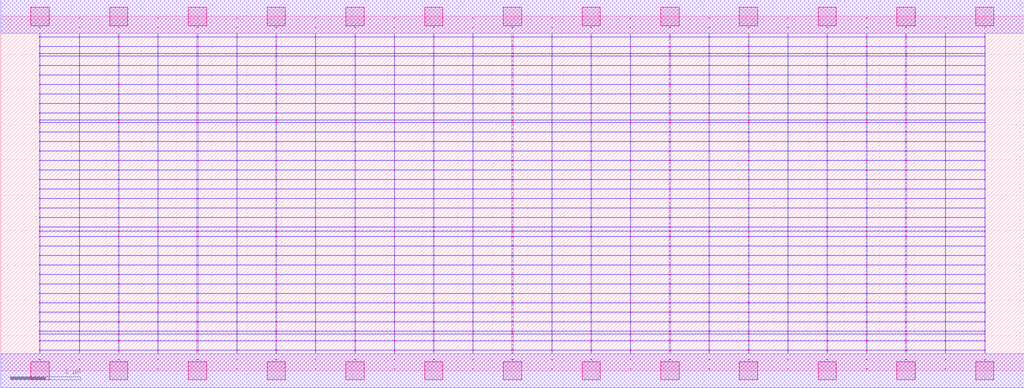
<source format=lef>
MACRO OOOAAOOAI22232_DEBUG
 CLASS CORE ;
 FOREIGN OOOAAOOAI22232_DEBUG 0 0 ;
 SIZE 14.56 BY 5.04 ;
 ORIGIN 0 0 ;
 SYMMETRY X Y R90 ;
 SITE unit ;

 OBS
    LAYER polycont ;
     RECT 7.27100000 2.58300000 7.28900000 2.59100000 ;
     RECT 7.27100000 2.71800000 7.28900000 2.72600000 ;
     RECT 7.27100000 2.85300000 7.28900000 2.86100000 ;
     RECT 7.27100000 2.98800000 7.28900000 2.99600000 ;
     RECT 9.51100000 2.58300000 9.52900000 2.59100000 ;
     RECT 10.07600000 2.58300000 10.08400000 2.59100000 ;
     RECT 10.63100000 2.58300000 10.64900000 2.59100000 ;
     RECT 11.19600000 2.58300000 11.20400000 2.59100000 ;
     RECT 11.75100000 2.58300000 11.76900000 2.59100000 ;
     RECT 12.31600000 2.58300000 12.32400000 2.59100000 ;
     RECT 12.87100000 2.58300000 12.88900000 2.59100000 ;
     RECT 13.43600000 2.58300000 13.44400000 2.59100000 ;
     RECT 13.99600000 2.58300000 14.00900000 2.59100000 ;
     RECT 7.83600000 2.58300000 7.84400000 2.59100000 ;
     RECT 7.83600000 2.71800000 7.84400000 2.72600000 ;
     RECT 8.39100000 2.71800000 8.40900000 2.72600000 ;
     RECT 8.95600000 2.71800000 8.96400000 2.72600000 ;
     RECT 9.51100000 2.71800000 9.52900000 2.72600000 ;
     RECT 10.07600000 2.71800000 10.08400000 2.72600000 ;
     RECT 10.63100000 2.71800000 10.64900000 2.72600000 ;
     RECT 11.19600000 2.71800000 11.20400000 2.72600000 ;
     RECT 11.75100000 2.71800000 11.76900000 2.72600000 ;
     RECT 12.31600000 2.71800000 12.32400000 2.72600000 ;
     RECT 12.87100000 2.71800000 12.88900000 2.72600000 ;
     RECT 13.43600000 2.71800000 13.44400000 2.72600000 ;
     RECT 13.99600000 2.71800000 14.00900000 2.72600000 ;
     RECT 8.39100000 2.58300000 8.40900000 2.59100000 ;
     RECT 7.83600000 2.85300000 7.84400000 2.86100000 ;
     RECT 8.39100000 2.85300000 8.40900000 2.86100000 ;
     RECT 8.95600000 2.85300000 8.96400000 2.86100000 ;
     RECT 9.51100000 2.85300000 9.52900000 2.86100000 ;
     RECT 10.07600000 2.85300000 10.08400000 2.86100000 ;
     RECT 10.63100000 2.85300000 10.64900000 2.86100000 ;
     RECT 11.19600000 2.85300000 11.20400000 2.86100000 ;
     RECT 11.75100000 2.85300000 11.76900000 2.86100000 ;
     RECT 12.31600000 2.85300000 12.32400000 2.86100000 ;
     RECT 12.87100000 2.85300000 12.88900000 2.86100000 ;
     RECT 13.43600000 2.85300000 13.44400000 2.86100000 ;
     RECT 13.99600000 2.85300000 14.00900000 2.86100000 ;
     RECT 8.95600000 2.58300000 8.96400000 2.59100000 ;
     RECT 7.83600000 2.98800000 7.84400000 2.99600000 ;
     RECT 8.39100000 2.98800000 8.40900000 2.99600000 ;
     RECT 8.95600000 2.98800000 8.96400000 2.99600000 ;
     RECT 9.51100000 2.98800000 9.52900000 2.99600000 ;
     RECT 10.07600000 2.98800000 10.08400000 2.99600000 ;
     RECT 10.63100000 2.98800000 10.64900000 2.99600000 ;
     RECT 11.19600000 2.98800000 11.20400000 2.99600000 ;
     RECT 11.75100000 2.98800000 11.76900000 2.99600000 ;
     RECT 12.31600000 2.98800000 12.32400000 2.99600000 ;
     RECT 12.87100000 2.98800000 12.88900000 2.99600000 ;
     RECT 13.43600000 2.98800000 13.44400000 2.99600000 ;
     RECT 13.99600000 2.98800000 14.00900000 2.99600000 ;
     RECT 1.67100000 2.85300000 1.68900000 2.86100000 ;
     RECT 2.23600000 2.85300000 2.24400000 2.86100000 ;
     RECT 2.79100000 2.85300000 2.80900000 2.86100000 ;
     RECT 3.35600000 2.85300000 3.36400000 2.86100000 ;
     RECT 3.91100000 2.85300000 3.92900000 2.86100000 ;
     RECT 4.47600000 2.85300000 4.48400000 2.86100000 ;
     RECT 5.03600000 2.85300000 5.04900000 2.86100000 ;
     RECT 5.59600000 2.85300000 5.60400000 2.86100000 ;
     RECT 6.15100000 2.85300000 6.16400000 2.86100000 ;
     RECT 6.71600000 2.85300000 6.72400000 2.86100000 ;
     RECT 1.11600000 2.71800000 1.12400000 2.72600000 ;
     RECT 1.67100000 2.71800000 1.68900000 2.72600000 ;
     RECT 2.23600000 2.71800000 2.24400000 2.72600000 ;
     RECT 2.79100000 2.71800000 2.80900000 2.72600000 ;
     RECT 3.35600000 2.71800000 3.36400000 2.72600000 ;
     RECT 3.91100000 2.71800000 3.92900000 2.72600000 ;
     RECT 4.47600000 2.71800000 4.48400000 2.72600000 ;
     RECT 5.03600000 2.71800000 5.04900000 2.72600000 ;
     RECT 5.59600000 2.71800000 5.60400000 2.72600000 ;
     RECT 6.15100000 2.71800000 6.16400000 2.72600000 ;
     RECT 6.71600000 2.71800000 6.72400000 2.72600000 ;
     RECT 1.11600000 2.58300000 1.12400000 2.59100000 ;
     RECT 1.67100000 2.58300000 1.68900000 2.59100000 ;
     RECT 0.55100000 2.98800000 0.56400000 2.99600000 ;
     RECT 1.11600000 2.98800000 1.12400000 2.99600000 ;
     RECT 1.67100000 2.98800000 1.68900000 2.99600000 ;
     RECT 2.23600000 2.98800000 2.24400000 2.99600000 ;
     RECT 2.79100000 2.98800000 2.80900000 2.99600000 ;
     RECT 3.35600000 2.98800000 3.36400000 2.99600000 ;
     RECT 3.91100000 2.98800000 3.92900000 2.99600000 ;
     RECT 4.47600000 2.98800000 4.48400000 2.99600000 ;
     RECT 5.03600000 2.98800000 5.04900000 2.99600000 ;
     RECT 5.59600000 2.98800000 5.60400000 2.99600000 ;
     RECT 6.15100000 2.98800000 6.16400000 2.99600000 ;
     RECT 6.71600000 2.98800000 6.72400000 2.99600000 ;
     RECT 2.23600000 2.58300000 2.24400000 2.59100000 ;
     RECT 2.79100000 2.58300000 2.80900000 2.59100000 ;
     RECT 3.35600000 2.58300000 3.36400000 2.59100000 ;
     RECT 3.91100000 2.58300000 3.92900000 2.59100000 ;
     RECT 4.47600000 2.58300000 4.48400000 2.59100000 ;
     RECT 5.03600000 2.58300000 5.04900000 2.59100000 ;
     RECT 5.59600000 2.58300000 5.60400000 2.59100000 ;
     RECT 6.15100000 2.58300000 6.16400000 2.59100000 ;
     RECT 6.71600000 2.58300000 6.72400000 2.59100000 ;
     RECT 0.55100000 2.58300000 0.56400000 2.59100000 ;
     RECT 0.55100000 2.71800000 0.56400000 2.72600000 ;
     RECT 0.55100000 2.85300000 0.56400000 2.86100000 ;
     RECT 1.11600000 2.85300000 1.12400000 2.86100000 ;
     RECT 5.59600000 3.12300000 5.60400000 3.13100000 ;
     RECT 5.59600000 3.25800000 5.60400000 3.26600000 ;
     RECT 5.59600000 3.39300000 5.60400000 3.40100000 ;
     RECT 5.59600000 3.52800000 5.60400000 3.53600000 ;
     RECT 5.59600000 3.56100000 5.60400000 3.56900000 ;
     RECT 5.59600000 3.66300000 5.60400000 3.67100000 ;
     RECT 5.59600000 3.79800000 5.60400000 3.80600000 ;
     RECT 5.59600000 3.93300000 5.60400000 3.94100000 ;
     RECT 5.59600000 4.06800000 5.60400000 4.07600000 ;
     RECT 5.59600000 4.20300000 5.60400000 4.21100000 ;
     RECT 5.59600000 4.33800000 5.60400000 4.34600000 ;
     RECT 5.59600000 4.47300000 5.60400000 4.48100000 ;
     RECT 5.59600000 4.51100000 5.60400000 4.51900000 ;
     RECT 5.59600000 4.60800000 5.60400000 4.61600000 ;
     RECT 5.59600000 4.74300000 5.60400000 4.75100000 ;
     RECT 5.59600000 4.87800000 5.60400000 4.88600000 ;
     RECT 13.43600000 2.31300000 13.44400000 2.32100000 ;
     RECT 13.99600000 2.31300000 14.00900000 2.32100000 ;
     RECT 13.43600000 2.44800000 13.44400000 2.45600000 ;
     RECT 13.99600000 2.44800000 14.00900000 2.45600000 ;
     RECT 13.43600000 0.15300000 13.44400000 0.16100000 ;
     RECT 13.99600000 0.15300000 14.00900000 0.16100000 ;
     RECT 13.43600000 0.28800000 13.44400000 0.29600000 ;
     RECT 13.99600000 0.28800000 14.00900000 0.29600000 ;
     RECT 13.43600000 0.42300000 13.44400000 0.43100000 ;
     RECT 13.99600000 0.42300000 14.00900000 0.43100000 ;
     RECT 13.43600000 0.52100000 13.44400000 0.52900000 ;
     RECT 13.99600000 0.52100000 14.00900000 0.52900000 ;
     RECT 13.43600000 0.55800000 13.44400000 0.56600000 ;
     RECT 13.99600000 0.55800000 14.00900000 0.56600000 ;
     RECT 13.43600000 0.69300000 13.44400000 0.70100000 ;
     RECT 13.99600000 0.69300000 14.00900000 0.70100000 ;
     RECT 13.43600000 0.82800000 13.44400000 0.83600000 ;
     RECT 13.99600000 0.82800000 14.00900000 0.83600000 ;
     RECT 13.43600000 0.96300000 13.44400000 0.97100000 ;
     RECT 13.99600000 0.96300000 14.00900000 0.97100000 ;
     RECT 13.43600000 1.09800000 13.44400000 1.10600000 ;
     RECT 13.99600000 1.09800000 14.00900000 1.10600000 ;
     RECT 13.43600000 1.23300000 13.44400000 1.24100000 ;
     RECT 13.99600000 1.23300000 14.00900000 1.24100000 ;
     RECT 13.43600000 1.36800000 13.44400000 1.37600000 ;
     RECT 13.99600000 1.36800000 14.00900000 1.37600000 ;
     RECT 13.43600000 1.50300000 13.44400000 1.51100000 ;
     RECT 13.99600000 1.50300000 14.00900000 1.51100000 ;
     RECT 13.43600000 1.63800000 13.44400000 1.64600000 ;
     RECT 13.99600000 1.63800000 14.00900000 1.64600000 ;
     RECT 13.43600000 1.77300000 13.44400000 1.78100000 ;
     RECT 13.99600000 1.77300000 14.00900000 1.78100000 ;
     RECT 13.43600000 1.90800000 13.44400000 1.91600000 ;
     RECT 13.99600000 1.90800000 14.00900000 1.91600000 ;
     RECT 13.43600000 1.98100000 13.44400000 1.98900000 ;
     RECT 13.99600000 1.98100000 14.00900000 1.98900000 ;
     RECT 13.43600000 2.04300000 13.44400000 2.05100000 ;
     RECT 13.99600000 2.04300000 14.00900000 2.05100000 ;
     RECT 13.43600000 2.17800000 13.44400000 2.18600000 ;
     RECT 13.99600000 2.17800000 14.00900000 2.18600000 ;

    LAYER pdiffc ;
     RECT 0.55100000 3.39300000 0.55900000 3.40100000 ;
     RECT 5.04100000 3.39300000 5.04900000 3.40100000 ;
     RECT 6.15100000 3.39300000 6.15900000 3.40100000 ;
     RECT 14.00100000 3.39300000 14.00900000 3.40100000 ;
     RECT 0.55100000 3.52800000 0.55900000 3.53600000 ;
     RECT 5.04100000 3.52800000 5.04900000 3.53600000 ;
     RECT 6.15100000 3.52800000 6.15900000 3.53600000 ;
     RECT 14.00100000 3.52800000 14.00900000 3.53600000 ;
     RECT 0.55100000 3.56100000 0.55900000 3.56900000 ;
     RECT 5.04100000 3.56100000 5.04900000 3.56900000 ;
     RECT 6.15100000 3.56100000 6.15900000 3.56900000 ;
     RECT 14.00100000 3.56100000 14.00900000 3.56900000 ;
     RECT 0.55100000 3.66300000 0.55900000 3.67100000 ;
     RECT 5.04100000 3.66300000 5.04900000 3.67100000 ;
     RECT 6.15100000 3.66300000 6.15900000 3.67100000 ;
     RECT 14.00100000 3.66300000 14.00900000 3.67100000 ;
     RECT 0.55100000 3.79800000 0.55900000 3.80600000 ;
     RECT 5.04100000 3.79800000 5.04900000 3.80600000 ;
     RECT 6.15100000 3.79800000 6.15900000 3.80600000 ;
     RECT 14.00100000 3.79800000 14.00900000 3.80600000 ;
     RECT 0.55100000 3.93300000 0.55900000 3.94100000 ;
     RECT 5.04100000 3.93300000 5.04900000 3.94100000 ;
     RECT 6.15100000 3.93300000 6.15900000 3.94100000 ;
     RECT 14.00100000 3.93300000 14.00900000 3.94100000 ;
     RECT 0.55100000 4.06800000 0.55900000 4.07600000 ;
     RECT 5.04100000 4.06800000 5.04900000 4.07600000 ;
     RECT 6.15100000 4.06800000 6.15900000 4.07600000 ;
     RECT 14.00100000 4.06800000 14.00900000 4.07600000 ;
     RECT 0.55100000 4.20300000 0.55900000 4.21100000 ;
     RECT 5.04100000 4.20300000 5.04900000 4.21100000 ;
     RECT 6.15100000 4.20300000 6.15900000 4.21100000 ;
     RECT 14.00100000 4.20300000 14.00900000 4.21100000 ;
     RECT 0.55100000 4.33800000 0.55900000 4.34600000 ;
     RECT 5.04100000 4.33800000 5.04900000 4.34600000 ;
     RECT 6.15100000 4.33800000 6.15900000 4.34600000 ;
     RECT 14.00100000 4.33800000 14.00900000 4.34600000 ;
     RECT 0.55100000 4.47300000 0.55900000 4.48100000 ;
     RECT 5.04100000 4.47300000 5.04900000 4.48100000 ;
     RECT 6.15100000 4.47300000 6.15900000 4.48100000 ;
     RECT 14.00100000 4.47300000 14.00900000 4.48100000 ;
     RECT 0.55100000 4.51100000 0.55900000 4.51900000 ;
     RECT 5.04100000 4.51100000 5.04900000 4.51900000 ;
     RECT 6.15100000 4.51100000 6.15900000 4.51900000 ;
     RECT 14.00100000 4.51100000 14.00900000 4.51900000 ;
     RECT 0.55100000 4.60800000 0.55900000 4.61600000 ;
     RECT 5.04100000 4.60800000 5.04900000 4.61600000 ;
     RECT 6.15100000 4.60800000 6.15900000 4.61600000 ;
     RECT 14.00100000 4.60800000 14.00900000 4.61600000 ;

    LAYER ndiffc ;
     RECT 7.27100000 0.42300000 7.28900000 0.43100000 ;
     RECT 8.39100000 0.42300000 8.40900000 0.43100000 ;
     RECT 9.51100000 0.42300000 9.52900000 0.43100000 ;
     RECT 10.63100000 0.42300000 10.64900000 0.43100000 ;
     RECT 11.75100000 0.42300000 11.76900000 0.43100000 ;
     RECT 12.87100000 0.42300000 12.88900000 0.43100000 ;
     RECT 7.27100000 0.52100000 7.28900000 0.52900000 ;
     RECT 8.39100000 0.52100000 8.40900000 0.52900000 ;
     RECT 9.51100000 0.52100000 9.52900000 0.52900000 ;
     RECT 10.63100000 0.52100000 10.64900000 0.52900000 ;
     RECT 11.75100000 0.52100000 11.76900000 0.52900000 ;
     RECT 12.87100000 0.52100000 12.88900000 0.52900000 ;
     RECT 7.27100000 0.55800000 7.28900000 0.56600000 ;
     RECT 8.39100000 0.55800000 8.40900000 0.56600000 ;
     RECT 9.51100000 0.55800000 9.52900000 0.56600000 ;
     RECT 10.63100000 0.55800000 10.64900000 0.56600000 ;
     RECT 11.75100000 0.55800000 11.76900000 0.56600000 ;
     RECT 12.87100000 0.55800000 12.88900000 0.56600000 ;
     RECT 7.27100000 0.69300000 7.28900000 0.70100000 ;
     RECT 8.39100000 0.69300000 8.40900000 0.70100000 ;
     RECT 9.51100000 0.69300000 9.52900000 0.70100000 ;
     RECT 10.63100000 0.69300000 10.64900000 0.70100000 ;
     RECT 11.75100000 0.69300000 11.76900000 0.70100000 ;
     RECT 12.87100000 0.69300000 12.88900000 0.70100000 ;
     RECT 7.27100000 0.82800000 7.28900000 0.83600000 ;
     RECT 8.39100000 0.82800000 8.40900000 0.83600000 ;
     RECT 9.51100000 0.82800000 9.52900000 0.83600000 ;
     RECT 10.63100000 0.82800000 10.64900000 0.83600000 ;
     RECT 11.75100000 0.82800000 11.76900000 0.83600000 ;
     RECT 12.87100000 0.82800000 12.88900000 0.83600000 ;
     RECT 7.27100000 0.96300000 7.28900000 0.97100000 ;
     RECT 8.39100000 0.96300000 8.40900000 0.97100000 ;
     RECT 9.51100000 0.96300000 9.52900000 0.97100000 ;
     RECT 10.63100000 0.96300000 10.64900000 0.97100000 ;
     RECT 11.75100000 0.96300000 11.76900000 0.97100000 ;
     RECT 12.87100000 0.96300000 12.88900000 0.97100000 ;
     RECT 7.27100000 1.09800000 7.28900000 1.10600000 ;
     RECT 8.39100000 1.09800000 8.40900000 1.10600000 ;
     RECT 9.51100000 1.09800000 9.52900000 1.10600000 ;
     RECT 10.63100000 1.09800000 10.64900000 1.10600000 ;
     RECT 11.75100000 1.09800000 11.76900000 1.10600000 ;
     RECT 12.87100000 1.09800000 12.88900000 1.10600000 ;
     RECT 7.27100000 1.23300000 7.28900000 1.24100000 ;
     RECT 8.39100000 1.23300000 8.40900000 1.24100000 ;
     RECT 9.51100000 1.23300000 9.52900000 1.24100000 ;
     RECT 10.63100000 1.23300000 10.64900000 1.24100000 ;
     RECT 11.75100000 1.23300000 11.76900000 1.24100000 ;
     RECT 12.87100000 1.23300000 12.88900000 1.24100000 ;
     RECT 7.27100000 1.36800000 7.28900000 1.37600000 ;
     RECT 8.39100000 1.36800000 8.40900000 1.37600000 ;
     RECT 9.51100000 1.36800000 9.52900000 1.37600000 ;
     RECT 10.63100000 1.36800000 10.64900000 1.37600000 ;
     RECT 11.75100000 1.36800000 11.76900000 1.37600000 ;
     RECT 12.87100000 1.36800000 12.88900000 1.37600000 ;
     RECT 7.27100000 1.50300000 7.28900000 1.51100000 ;
     RECT 8.39100000 1.50300000 8.40900000 1.51100000 ;
     RECT 9.51100000 1.50300000 9.52900000 1.51100000 ;
     RECT 10.63100000 1.50300000 10.64900000 1.51100000 ;
     RECT 11.75100000 1.50300000 11.76900000 1.51100000 ;
     RECT 12.87100000 1.50300000 12.88900000 1.51100000 ;
     RECT 7.27100000 1.63800000 7.28900000 1.64600000 ;
     RECT 8.39100000 1.63800000 8.40900000 1.64600000 ;
     RECT 9.51100000 1.63800000 9.52900000 1.64600000 ;
     RECT 10.63100000 1.63800000 10.64900000 1.64600000 ;
     RECT 11.75100000 1.63800000 11.76900000 1.64600000 ;
     RECT 12.87100000 1.63800000 12.88900000 1.64600000 ;
     RECT 7.27100000 1.77300000 7.28900000 1.78100000 ;
     RECT 8.39100000 1.77300000 8.40900000 1.78100000 ;
     RECT 9.51100000 1.77300000 9.52900000 1.78100000 ;
     RECT 10.63100000 1.77300000 10.64900000 1.78100000 ;
     RECT 11.75100000 1.77300000 11.76900000 1.78100000 ;
     RECT 12.87100000 1.77300000 12.88900000 1.78100000 ;
     RECT 7.27100000 1.90800000 7.28900000 1.91600000 ;
     RECT 8.39100000 1.90800000 8.40900000 1.91600000 ;
     RECT 9.51100000 1.90800000 9.52900000 1.91600000 ;
     RECT 10.63100000 1.90800000 10.64900000 1.91600000 ;
     RECT 11.75100000 1.90800000 11.76900000 1.91600000 ;
     RECT 12.87100000 1.90800000 12.88900000 1.91600000 ;
     RECT 7.27100000 1.98100000 7.28900000 1.98900000 ;
     RECT 8.39100000 1.98100000 8.40900000 1.98900000 ;
     RECT 9.51100000 1.98100000 9.52900000 1.98900000 ;
     RECT 10.63100000 1.98100000 10.64900000 1.98900000 ;
     RECT 11.75100000 1.98100000 11.76900000 1.98900000 ;
     RECT 12.87100000 1.98100000 12.88900000 1.98900000 ;
     RECT 7.27100000 2.04300000 7.28900000 2.05100000 ;
     RECT 8.39100000 2.04300000 8.40900000 2.05100000 ;
     RECT 9.51100000 2.04300000 9.52900000 2.05100000 ;
     RECT 10.63100000 2.04300000 10.64900000 2.05100000 ;
     RECT 11.75100000 2.04300000 11.76900000 2.05100000 ;
     RECT 12.87100000 2.04300000 12.88900000 2.05100000 ;
     RECT 0.55100000 0.42300000 0.56400000 0.43100000 ;
     RECT 1.67100000 0.42300000 1.68900000 0.43100000 ;
     RECT 2.79100000 0.42300000 2.80900000 0.43100000 ;
     RECT 3.91100000 0.42300000 3.92900000 0.43100000 ;
     RECT 5.03600000 0.42300000 5.04900000 0.43100000 ;
     RECT 6.15100000 0.42300000 6.16400000 0.43100000 ;
     RECT 0.55100000 1.36800000 0.56400000 1.37600000 ;
     RECT 1.67100000 1.36800000 1.68900000 1.37600000 ;
     RECT 2.79100000 1.36800000 2.80900000 1.37600000 ;
     RECT 3.91100000 1.36800000 3.92900000 1.37600000 ;
     RECT 5.03600000 1.36800000 5.04900000 1.37600000 ;
     RECT 6.15100000 1.36800000 6.16400000 1.37600000 ;
     RECT 0.55100000 0.82800000 0.56400000 0.83600000 ;
     RECT 1.67100000 0.82800000 1.68900000 0.83600000 ;
     RECT 2.79100000 0.82800000 2.80900000 0.83600000 ;
     RECT 3.91100000 0.82800000 3.92900000 0.83600000 ;
     RECT 5.03600000 0.82800000 5.04900000 0.83600000 ;
     RECT 6.15100000 0.82800000 6.16400000 0.83600000 ;
     RECT 0.55100000 1.50300000 0.56400000 1.51100000 ;
     RECT 1.67100000 1.50300000 1.68900000 1.51100000 ;
     RECT 2.79100000 1.50300000 2.80900000 1.51100000 ;
     RECT 3.91100000 1.50300000 3.92900000 1.51100000 ;
     RECT 5.03600000 1.50300000 5.04900000 1.51100000 ;
     RECT 6.15100000 1.50300000 6.16400000 1.51100000 ;
     RECT 0.55100000 0.55800000 0.56400000 0.56600000 ;
     RECT 1.67100000 0.55800000 1.68900000 0.56600000 ;
     RECT 2.79100000 0.55800000 2.80900000 0.56600000 ;
     RECT 3.91100000 0.55800000 3.92900000 0.56600000 ;
     RECT 5.03600000 0.55800000 5.04900000 0.56600000 ;
     RECT 6.15100000 0.55800000 6.16400000 0.56600000 ;
     RECT 0.55100000 1.63800000 0.56400000 1.64600000 ;
     RECT 1.67100000 1.63800000 1.68900000 1.64600000 ;
     RECT 2.79100000 1.63800000 2.80900000 1.64600000 ;
     RECT 3.91100000 1.63800000 3.92900000 1.64600000 ;
     RECT 5.03600000 1.63800000 5.04900000 1.64600000 ;
     RECT 6.15100000 1.63800000 6.16400000 1.64600000 ;
     RECT 0.55100000 0.96300000 0.56400000 0.97100000 ;
     RECT 1.67100000 0.96300000 1.68900000 0.97100000 ;
     RECT 2.79100000 0.96300000 2.80900000 0.97100000 ;
     RECT 3.91100000 0.96300000 3.92900000 0.97100000 ;
     RECT 5.03600000 0.96300000 5.04900000 0.97100000 ;
     RECT 6.15100000 0.96300000 6.16400000 0.97100000 ;
     RECT 0.55100000 1.77300000 0.56400000 1.78100000 ;
     RECT 1.67100000 1.77300000 1.68900000 1.78100000 ;
     RECT 2.79100000 1.77300000 2.80900000 1.78100000 ;
     RECT 3.91100000 1.77300000 3.92900000 1.78100000 ;
     RECT 5.03600000 1.77300000 5.04900000 1.78100000 ;
     RECT 6.15100000 1.77300000 6.16400000 1.78100000 ;
     RECT 0.55100000 0.52100000 0.56400000 0.52900000 ;
     RECT 1.67100000 0.52100000 1.68900000 0.52900000 ;
     RECT 2.79100000 0.52100000 2.80900000 0.52900000 ;
     RECT 3.91100000 0.52100000 3.92900000 0.52900000 ;
     RECT 5.03600000 0.52100000 5.04900000 0.52900000 ;
     RECT 6.15100000 0.52100000 6.16400000 0.52900000 ;
     RECT 0.55100000 1.90800000 0.56400000 1.91600000 ;
     RECT 1.67100000 1.90800000 1.68900000 1.91600000 ;
     RECT 2.79100000 1.90800000 2.80900000 1.91600000 ;
     RECT 3.91100000 1.90800000 3.92900000 1.91600000 ;
     RECT 5.03600000 1.90800000 5.04900000 1.91600000 ;
     RECT 6.15100000 1.90800000 6.16400000 1.91600000 ;
     RECT 0.55100000 1.09800000 0.56400000 1.10600000 ;
     RECT 1.67100000 1.09800000 1.68900000 1.10600000 ;
     RECT 2.79100000 1.09800000 2.80900000 1.10600000 ;
     RECT 3.91100000 1.09800000 3.92900000 1.10600000 ;
     RECT 5.03600000 1.09800000 5.04900000 1.10600000 ;
     RECT 6.15100000 1.09800000 6.16400000 1.10600000 ;
     RECT 0.55100000 1.98100000 0.56400000 1.98900000 ;
     RECT 1.67100000 1.98100000 1.68900000 1.98900000 ;
     RECT 2.79100000 1.98100000 2.80900000 1.98900000 ;
     RECT 3.91100000 1.98100000 3.92900000 1.98900000 ;
     RECT 5.03600000 1.98100000 5.04900000 1.98900000 ;
     RECT 6.15100000 1.98100000 6.16400000 1.98900000 ;
     RECT 0.55100000 0.69300000 0.56400000 0.70100000 ;
     RECT 1.67100000 0.69300000 1.68900000 0.70100000 ;
     RECT 2.79100000 0.69300000 2.80900000 0.70100000 ;
     RECT 3.91100000 0.69300000 3.92900000 0.70100000 ;
     RECT 5.03600000 0.69300000 5.04900000 0.70100000 ;
     RECT 6.15100000 0.69300000 6.16400000 0.70100000 ;
     RECT 0.55100000 2.04300000 0.56400000 2.05100000 ;
     RECT 1.67100000 2.04300000 1.68900000 2.05100000 ;
     RECT 2.79100000 2.04300000 2.80900000 2.05100000 ;
     RECT 3.91100000 2.04300000 3.92900000 2.05100000 ;
     RECT 5.03600000 2.04300000 5.04900000 2.05100000 ;
     RECT 6.15100000 2.04300000 6.16400000 2.05100000 ;
     RECT 0.55100000 1.23300000 0.56400000 1.24100000 ;
     RECT 1.67100000 1.23300000 1.68900000 1.24100000 ;
     RECT 2.79100000 1.23300000 2.80900000 1.24100000 ;
     RECT 3.91100000 1.23300000 3.92900000 1.24100000 ;
     RECT 5.03600000 1.23300000 5.04900000 1.24100000 ;
     RECT 6.15100000 1.23300000 6.16400000 1.24100000 ;

    LAYER met1 ;
     RECT 0.00000000 -0.24000000 14.56000000 0.24000000 ;
     RECT 7.27100000 0.24000000 7.28900000 0.28800000 ;
     RECT 0.55100000 0.28800000 14.00900000 0.29600000 ;
     RECT 7.27100000 0.29600000 7.28900000 0.42300000 ;
     RECT 0.55100000 0.42300000 14.00900000 0.43100000 ;
     RECT 7.27100000 0.43100000 7.28900000 0.52100000 ;
     RECT 0.55100000 0.52100000 14.00900000 0.52900000 ;
     RECT 7.27100000 0.52900000 7.28900000 0.55800000 ;
     RECT 0.55100000 0.55800000 14.00900000 0.56600000 ;
     RECT 7.27100000 0.56600000 7.28900000 0.69300000 ;
     RECT 0.55100000 0.69300000 14.00900000 0.70100000 ;
     RECT 7.27100000 0.70100000 7.28900000 0.82800000 ;
     RECT 0.55100000 0.82800000 14.00900000 0.83600000 ;
     RECT 7.27100000 0.83600000 7.28900000 0.96300000 ;
     RECT 0.55100000 0.96300000 14.00900000 0.97100000 ;
     RECT 7.27100000 0.97100000 7.28900000 1.09800000 ;
     RECT 0.55100000 1.09800000 14.00900000 1.10600000 ;
     RECT 7.27100000 1.10600000 7.28900000 1.23300000 ;
     RECT 0.55100000 1.23300000 14.00900000 1.24100000 ;
     RECT 7.27100000 1.24100000 7.28900000 1.36800000 ;
     RECT 0.55100000 1.36800000 14.00900000 1.37600000 ;
     RECT 7.27100000 1.37600000 7.28900000 1.50300000 ;
     RECT 0.55100000 1.50300000 14.00900000 1.51100000 ;
     RECT 7.27100000 1.51100000 7.28900000 1.63800000 ;
     RECT 0.55100000 1.63800000 14.00900000 1.64600000 ;
     RECT 7.27100000 1.64600000 7.28900000 1.77300000 ;
     RECT 0.55100000 1.77300000 14.00900000 1.78100000 ;
     RECT 7.27100000 1.78100000 7.28900000 1.90800000 ;
     RECT 0.55100000 1.90800000 14.00900000 1.91600000 ;
     RECT 7.27100000 1.91600000 7.28900000 1.98100000 ;
     RECT 0.55100000 1.98100000 14.00900000 1.98900000 ;
     RECT 7.27100000 1.98900000 7.28900000 2.04300000 ;
     RECT 0.55100000 2.04300000 14.00900000 2.05100000 ;
     RECT 7.27100000 2.05100000 7.28900000 2.17800000 ;
     RECT 0.55100000 2.17800000 14.00900000 2.18600000 ;
     RECT 7.27100000 2.18600000 7.28900000 2.31300000 ;
     RECT 0.55100000 2.31300000 14.00900000 2.32100000 ;
     RECT 7.27100000 2.32100000 7.28900000 2.44800000 ;
     RECT 0.55100000 2.44800000 14.00900000 2.45600000 ;
     RECT 0.55100000 2.45600000 0.56400000 2.58300000 ;
     RECT 1.11600000 2.45600000 1.12400000 2.58300000 ;
     RECT 1.67100000 2.45600000 1.68900000 2.58300000 ;
     RECT 2.23600000 2.45600000 2.24400000 2.58300000 ;
     RECT 2.79100000 2.45600000 2.80900000 2.58300000 ;
     RECT 3.35600000 2.45600000 3.36400000 2.58300000 ;
     RECT 3.91100000 2.45600000 3.92900000 2.58300000 ;
     RECT 4.47600000 2.45600000 4.48400000 2.58300000 ;
     RECT 5.03600000 2.45600000 5.04900000 2.58300000 ;
     RECT 5.59600000 2.45600000 5.60400000 2.58300000 ;
     RECT 6.15100000 2.45600000 6.16400000 2.58300000 ;
     RECT 6.71600000 2.45600000 6.72400000 2.58300000 ;
     RECT 7.27100000 2.45600000 7.28900000 2.58300000 ;
     RECT 7.83600000 2.45600000 7.84400000 2.58300000 ;
     RECT 8.39100000 2.45600000 8.40900000 2.58300000 ;
     RECT 8.95600000 2.45600000 8.96400000 2.58300000 ;
     RECT 9.51100000 2.45600000 9.52900000 2.58300000 ;
     RECT 10.07600000 2.45600000 10.08400000 2.58300000 ;
     RECT 10.63100000 2.45600000 10.64900000 2.58300000 ;
     RECT 11.19600000 2.45600000 11.20400000 2.58300000 ;
     RECT 11.75100000 2.45600000 11.76900000 2.58300000 ;
     RECT 12.31600000 2.45600000 12.32400000 2.58300000 ;
     RECT 12.87100000 2.45600000 12.88900000 2.58300000 ;
     RECT 13.43600000 2.45600000 13.44400000 2.58300000 ;
     RECT 13.99600000 2.45600000 14.00900000 2.58300000 ;
     RECT 0.55100000 2.58300000 14.00900000 2.59100000 ;
     RECT 7.27100000 2.59100000 7.28900000 2.71800000 ;
     RECT 0.55100000 2.71800000 14.00900000 2.72600000 ;
     RECT 7.27100000 2.72600000 7.28900000 2.85300000 ;
     RECT 0.55100000 2.85300000 14.00900000 2.86100000 ;
     RECT 7.27100000 2.86100000 7.28900000 2.98800000 ;
     RECT 0.55100000 2.98800000 14.00900000 2.99600000 ;
     RECT 7.27100000 2.99600000 7.28900000 3.12300000 ;
     RECT 0.55100000 3.12300000 14.00900000 3.13100000 ;
     RECT 7.27100000 3.13100000 7.28900000 3.25800000 ;
     RECT 0.55100000 3.25800000 14.00900000 3.26600000 ;
     RECT 7.27100000 3.26600000 7.28900000 3.39300000 ;
     RECT 0.55100000 3.39300000 14.00900000 3.40100000 ;
     RECT 7.27100000 3.40100000 7.28900000 3.52800000 ;
     RECT 0.55100000 3.52800000 14.00900000 3.53600000 ;
     RECT 7.27100000 3.53600000 7.28900000 3.56100000 ;
     RECT 0.55100000 3.56100000 14.00900000 3.56900000 ;
     RECT 7.27100000 3.56900000 7.28900000 3.66300000 ;
     RECT 0.55100000 3.66300000 14.00900000 3.67100000 ;
     RECT 7.27100000 3.67100000 7.28900000 3.79800000 ;
     RECT 0.55100000 3.79800000 14.00900000 3.80600000 ;
     RECT 7.27100000 3.80600000 7.28900000 3.93300000 ;
     RECT 0.55100000 3.93300000 14.00900000 3.94100000 ;
     RECT 7.27100000 3.94100000 7.28900000 4.06800000 ;
     RECT 0.55100000 4.06800000 14.00900000 4.07600000 ;
     RECT 7.27100000 4.07600000 7.28900000 4.20300000 ;
     RECT 0.55100000 4.20300000 14.00900000 4.21100000 ;
     RECT 7.27100000 4.21100000 7.28900000 4.33800000 ;
     RECT 0.55100000 4.33800000 14.00900000 4.34600000 ;
     RECT 7.27100000 4.34600000 7.28900000 4.47300000 ;
     RECT 0.55100000 4.47300000 14.00900000 4.48100000 ;
     RECT 7.27100000 4.48100000 7.28900000 4.51100000 ;
     RECT 0.55100000 4.51100000 14.00900000 4.51900000 ;
     RECT 7.27100000 4.51900000 7.28900000 4.60800000 ;
     RECT 0.55100000 4.60800000 14.00900000 4.61600000 ;
     RECT 7.27100000 4.61600000 7.28900000 4.74300000 ;
     RECT 0.55100000 4.74300000 14.00900000 4.75100000 ;
     RECT 7.27100000 4.75100000 7.28900000 4.80000000 ;
     RECT 0.00000000 4.80000000 14.56000000 5.28000000 ;
     RECT 7.83600000 3.80600000 7.84400000 3.93300000 ;
     RECT 8.39100000 3.80600000 8.40900000 3.93300000 ;
     RECT 8.95600000 3.80600000 8.96400000 3.93300000 ;
     RECT 9.51100000 3.80600000 9.52900000 3.93300000 ;
     RECT 10.07600000 3.80600000 10.08400000 3.93300000 ;
     RECT 10.63100000 3.80600000 10.64900000 3.93300000 ;
     RECT 11.19600000 3.80600000 11.20400000 3.93300000 ;
     RECT 11.75100000 3.80600000 11.76900000 3.93300000 ;
     RECT 12.31600000 3.80600000 12.32400000 3.93300000 ;
     RECT 12.87100000 3.80600000 12.88900000 3.93300000 ;
     RECT 13.43600000 3.80600000 13.44400000 3.93300000 ;
     RECT 13.99600000 3.80600000 14.00900000 3.93300000 ;
     RECT 11.19600000 3.94100000 11.20400000 4.06800000 ;
     RECT 11.75100000 3.94100000 11.76900000 4.06800000 ;
     RECT 12.31600000 3.94100000 12.32400000 4.06800000 ;
     RECT 12.87100000 3.94100000 12.88900000 4.06800000 ;
     RECT 13.43600000 3.94100000 13.44400000 4.06800000 ;
     RECT 13.99600000 3.94100000 14.00900000 4.06800000 ;
     RECT 11.19600000 4.07600000 11.20400000 4.20300000 ;
     RECT 11.75100000 4.07600000 11.76900000 4.20300000 ;
     RECT 12.31600000 4.07600000 12.32400000 4.20300000 ;
     RECT 12.87100000 4.07600000 12.88900000 4.20300000 ;
     RECT 13.43600000 4.07600000 13.44400000 4.20300000 ;
     RECT 13.99600000 4.07600000 14.00900000 4.20300000 ;
     RECT 11.19600000 4.21100000 11.20400000 4.33800000 ;
     RECT 11.75100000 4.21100000 11.76900000 4.33800000 ;
     RECT 12.31600000 4.21100000 12.32400000 4.33800000 ;
     RECT 12.87100000 4.21100000 12.88900000 4.33800000 ;
     RECT 13.43600000 4.21100000 13.44400000 4.33800000 ;
     RECT 13.99600000 4.21100000 14.00900000 4.33800000 ;
     RECT 11.19600000 4.34600000 11.20400000 4.47300000 ;
     RECT 11.75100000 4.34600000 11.76900000 4.47300000 ;
     RECT 12.31600000 4.34600000 12.32400000 4.47300000 ;
     RECT 12.87100000 4.34600000 12.88900000 4.47300000 ;
     RECT 13.43600000 4.34600000 13.44400000 4.47300000 ;
     RECT 13.99600000 4.34600000 14.00900000 4.47300000 ;
     RECT 11.19600000 4.48100000 11.20400000 4.51100000 ;
     RECT 11.75100000 4.48100000 11.76900000 4.51100000 ;
     RECT 12.31600000 4.48100000 12.32400000 4.51100000 ;
     RECT 12.87100000 4.48100000 12.88900000 4.51100000 ;
     RECT 13.43600000 4.48100000 13.44400000 4.51100000 ;
     RECT 13.99600000 4.48100000 14.00900000 4.51100000 ;
     RECT 11.19600000 4.51900000 11.20400000 4.60800000 ;
     RECT 11.75100000 4.51900000 11.76900000 4.60800000 ;
     RECT 12.31600000 4.51900000 12.32400000 4.60800000 ;
     RECT 12.87100000 4.51900000 12.88900000 4.60800000 ;
     RECT 13.43600000 4.51900000 13.44400000 4.60800000 ;
     RECT 13.99600000 4.51900000 14.00900000 4.60800000 ;
     RECT 11.19600000 4.61600000 11.20400000 4.74300000 ;
     RECT 11.75100000 4.61600000 11.76900000 4.74300000 ;
     RECT 12.31600000 4.61600000 12.32400000 4.74300000 ;
     RECT 12.87100000 4.61600000 12.88900000 4.74300000 ;
     RECT 13.43600000 4.61600000 13.44400000 4.74300000 ;
     RECT 13.99600000 4.61600000 14.00900000 4.74300000 ;
     RECT 11.19600000 4.75100000 11.20400000 4.80000000 ;
     RECT 11.75100000 4.75100000 11.76900000 4.80000000 ;
     RECT 12.31600000 4.75100000 12.32400000 4.80000000 ;
     RECT 12.87100000 4.75100000 12.88900000 4.80000000 ;
     RECT 13.43600000 4.75100000 13.44400000 4.80000000 ;
     RECT 13.99600000 4.75100000 14.00900000 4.80000000 ;
     RECT 7.83600000 4.48100000 7.84400000 4.51100000 ;
     RECT 8.39100000 4.48100000 8.40900000 4.51100000 ;
     RECT 8.95600000 4.48100000 8.96400000 4.51100000 ;
     RECT 9.51100000 4.48100000 9.52900000 4.51100000 ;
     RECT 10.07600000 4.48100000 10.08400000 4.51100000 ;
     RECT 10.63100000 4.48100000 10.64900000 4.51100000 ;
     RECT 7.83600000 4.21100000 7.84400000 4.33800000 ;
     RECT 8.39100000 4.21100000 8.40900000 4.33800000 ;
     RECT 8.95600000 4.21100000 8.96400000 4.33800000 ;
     RECT 9.51100000 4.21100000 9.52900000 4.33800000 ;
     RECT 10.07600000 4.21100000 10.08400000 4.33800000 ;
     RECT 10.63100000 4.21100000 10.64900000 4.33800000 ;
     RECT 7.83600000 4.51900000 7.84400000 4.60800000 ;
     RECT 8.39100000 4.51900000 8.40900000 4.60800000 ;
     RECT 8.95600000 4.51900000 8.96400000 4.60800000 ;
     RECT 9.51100000 4.51900000 9.52900000 4.60800000 ;
     RECT 10.07600000 4.51900000 10.08400000 4.60800000 ;
     RECT 10.63100000 4.51900000 10.64900000 4.60800000 ;
     RECT 7.83600000 4.07600000 7.84400000 4.20300000 ;
     RECT 8.39100000 4.07600000 8.40900000 4.20300000 ;
     RECT 8.95600000 4.07600000 8.96400000 4.20300000 ;
     RECT 9.51100000 4.07600000 9.52900000 4.20300000 ;
     RECT 10.07600000 4.07600000 10.08400000 4.20300000 ;
     RECT 10.63100000 4.07600000 10.64900000 4.20300000 ;
     RECT 7.83600000 4.61600000 7.84400000 4.74300000 ;
     RECT 8.39100000 4.61600000 8.40900000 4.74300000 ;
     RECT 8.95600000 4.61600000 8.96400000 4.74300000 ;
     RECT 9.51100000 4.61600000 9.52900000 4.74300000 ;
     RECT 10.07600000 4.61600000 10.08400000 4.74300000 ;
     RECT 10.63100000 4.61600000 10.64900000 4.74300000 ;
     RECT 7.83600000 4.34600000 7.84400000 4.47300000 ;
     RECT 8.39100000 4.34600000 8.40900000 4.47300000 ;
     RECT 8.95600000 4.34600000 8.96400000 4.47300000 ;
     RECT 9.51100000 4.34600000 9.52900000 4.47300000 ;
     RECT 10.07600000 4.34600000 10.08400000 4.47300000 ;
     RECT 10.63100000 4.34600000 10.64900000 4.47300000 ;
     RECT 7.83600000 4.75100000 7.84400000 4.80000000 ;
     RECT 8.39100000 4.75100000 8.40900000 4.80000000 ;
     RECT 8.95600000 4.75100000 8.96400000 4.80000000 ;
     RECT 9.51100000 4.75100000 9.52900000 4.80000000 ;
     RECT 10.07600000 4.75100000 10.08400000 4.80000000 ;
     RECT 10.63100000 4.75100000 10.64900000 4.80000000 ;
     RECT 7.83600000 3.94100000 7.84400000 4.06800000 ;
     RECT 8.39100000 3.94100000 8.40900000 4.06800000 ;
     RECT 8.95600000 3.94100000 8.96400000 4.06800000 ;
     RECT 9.51100000 3.94100000 9.52900000 4.06800000 ;
     RECT 10.07600000 3.94100000 10.08400000 4.06800000 ;
     RECT 10.63100000 3.94100000 10.64900000 4.06800000 ;
     RECT 7.83600000 2.99600000 7.84400000 3.12300000 ;
     RECT 8.39100000 2.99600000 8.40900000 3.12300000 ;
     RECT 8.95600000 2.99600000 8.96400000 3.12300000 ;
     RECT 9.51100000 2.99600000 9.52900000 3.12300000 ;
     RECT 10.07600000 2.99600000 10.08400000 3.12300000 ;
     RECT 10.63100000 2.99600000 10.64900000 3.12300000 ;
     RECT 7.83600000 2.86100000 7.84400000 2.98800000 ;
     RECT 8.39100000 2.86100000 8.40900000 2.98800000 ;
     RECT 7.83600000 3.13100000 7.84400000 3.25800000 ;
     RECT 8.39100000 3.13100000 8.40900000 3.25800000 ;
     RECT 8.95600000 3.13100000 8.96400000 3.25800000 ;
     RECT 9.51100000 3.13100000 9.52900000 3.25800000 ;
     RECT 10.07600000 3.13100000 10.08400000 3.25800000 ;
     RECT 10.63100000 3.13100000 10.64900000 3.25800000 ;
     RECT 7.83600000 3.26600000 7.84400000 3.39300000 ;
     RECT 8.39100000 3.26600000 8.40900000 3.39300000 ;
     RECT 8.95600000 3.26600000 8.96400000 3.39300000 ;
     RECT 9.51100000 3.26600000 9.52900000 3.39300000 ;
     RECT 10.07600000 3.26600000 10.08400000 3.39300000 ;
     RECT 10.63100000 3.26600000 10.64900000 3.39300000 ;
     RECT 8.95600000 2.86100000 8.96400000 2.98800000 ;
     RECT 9.51100000 2.86100000 9.52900000 2.98800000 ;
     RECT 7.83600000 3.40100000 7.84400000 3.52800000 ;
     RECT 8.39100000 3.40100000 8.40900000 3.52800000 ;
     RECT 8.95600000 3.40100000 8.96400000 3.52800000 ;
     RECT 9.51100000 3.40100000 9.52900000 3.52800000 ;
     RECT 10.07600000 3.40100000 10.08400000 3.52800000 ;
     RECT 10.63100000 3.40100000 10.64900000 3.52800000 ;
     RECT 7.83600000 2.59100000 7.84400000 2.71800000 ;
     RECT 8.39100000 2.59100000 8.40900000 2.71800000 ;
     RECT 7.83600000 3.53600000 7.84400000 3.56100000 ;
     RECT 8.39100000 3.53600000 8.40900000 3.56100000 ;
     RECT 8.95600000 3.53600000 8.96400000 3.56100000 ;
     RECT 9.51100000 3.53600000 9.52900000 3.56100000 ;
     RECT 10.07600000 2.86100000 10.08400000 2.98800000 ;
     RECT 10.63100000 2.86100000 10.64900000 2.98800000 ;
     RECT 10.07600000 3.53600000 10.08400000 3.56100000 ;
     RECT 10.63100000 3.53600000 10.64900000 3.56100000 ;
     RECT 7.83600000 2.72600000 7.84400000 2.85300000 ;
     RECT 8.39100000 2.72600000 8.40900000 2.85300000 ;
     RECT 7.83600000 3.56900000 7.84400000 3.66300000 ;
     RECT 8.39100000 3.56900000 8.40900000 3.66300000 ;
     RECT 8.95600000 3.56900000 8.96400000 3.66300000 ;
     RECT 9.51100000 3.56900000 9.52900000 3.66300000 ;
     RECT 10.07600000 3.56900000 10.08400000 3.66300000 ;
     RECT 10.63100000 3.56900000 10.64900000 3.66300000 ;
     RECT 8.95600000 2.72600000 8.96400000 2.85300000 ;
     RECT 9.51100000 2.72600000 9.52900000 2.85300000 ;
     RECT 7.83600000 3.67100000 7.84400000 3.79800000 ;
     RECT 8.39100000 3.67100000 8.40900000 3.79800000 ;
     RECT 8.95600000 3.67100000 8.96400000 3.79800000 ;
     RECT 9.51100000 3.67100000 9.52900000 3.79800000 ;
     RECT 8.95600000 2.59100000 8.96400000 2.71800000 ;
     RECT 9.51100000 2.59100000 9.52900000 2.71800000 ;
     RECT 10.07600000 3.67100000 10.08400000 3.79800000 ;
     RECT 10.63100000 3.67100000 10.64900000 3.79800000 ;
     RECT 10.07600000 2.72600000 10.08400000 2.85300000 ;
     RECT 10.63100000 2.72600000 10.64900000 2.85300000 ;
     RECT 10.07600000 2.59100000 10.08400000 2.71800000 ;
     RECT 10.63100000 2.59100000 10.64900000 2.71800000 ;
     RECT 12.31600000 3.13100000 12.32400000 3.25800000 ;
     RECT 12.87100000 3.13100000 12.88900000 3.25800000 ;
     RECT 13.43600000 3.13100000 13.44400000 3.25800000 ;
     RECT 13.99600000 3.13100000 14.00900000 3.25800000 ;
     RECT 11.19600000 2.72600000 11.20400000 2.85300000 ;
     RECT 11.75100000 2.72600000 11.76900000 2.85300000 ;
     RECT 12.31600000 2.59100000 12.32400000 2.71800000 ;
     RECT 12.87100000 2.59100000 12.88900000 2.71800000 ;
     RECT 12.87100000 2.99600000 12.88900000 3.12300000 ;
     RECT 11.19600000 3.53600000 11.20400000 3.56100000 ;
     RECT 11.75100000 3.53600000 11.76900000 3.56100000 ;
     RECT 12.31600000 3.53600000 12.32400000 3.56100000 ;
     RECT 12.87100000 3.53600000 12.88900000 3.56100000 ;
     RECT 13.43600000 3.53600000 13.44400000 3.56100000 ;
     RECT 13.99600000 3.53600000 14.00900000 3.56100000 ;
     RECT 13.43600000 2.99600000 13.44400000 3.12300000 ;
     RECT 13.99600000 2.99600000 14.00900000 3.12300000 ;
     RECT 11.19600000 2.59100000 11.20400000 2.71800000 ;
     RECT 12.31600000 2.72600000 12.32400000 2.85300000 ;
     RECT 12.87100000 2.72600000 12.88900000 2.85300000 ;
     RECT 11.75100000 2.59100000 11.76900000 2.71800000 ;
     RECT 13.99600000 2.86100000 14.00900000 2.98800000 ;
     RECT 11.19600000 3.26600000 11.20400000 3.39300000 ;
     RECT 11.75100000 3.26600000 11.76900000 3.39300000 ;
     RECT 12.31600000 3.26600000 12.32400000 3.39300000 ;
     RECT 11.19600000 3.56900000 11.20400000 3.66300000 ;
     RECT 11.75100000 3.56900000 11.76900000 3.66300000 ;
     RECT 12.31600000 3.56900000 12.32400000 3.66300000 ;
     RECT 12.87100000 3.56900000 12.88900000 3.66300000 ;
     RECT 13.43600000 3.56900000 13.44400000 3.66300000 ;
     RECT 13.99600000 3.56900000 14.00900000 3.66300000 ;
     RECT 12.87100000 3.26600000 12.88900000 3.39300000 ;
     RECT 13.43600000 2.72600000 13.44400000 2.85300000 ;
     RECT 13.99600000 2.72600000 14.00900000 2.85300000 ;
     RECT 13.43600000 3.26600000 13.44400000 3.39300000 ;
     RECT 13.99600000 3.26600000 14.00900000 3.39300000 ;
     RECT 13.43600000 2.59100000 13.44400000 2.71800000 ;
     RECT 13.99600000 2.59100000 14.00900000 2.71800000 ;
     RECT 12.87100000 2.86100000 12.88900000 2.98800000 ;
     RECT 13.43600000 2.86100000 13.44400000 2.98800000 ;
     RECT 11.19600000 2.99600000 11.20400000 3.12300000 ;
     RECT 11.19600000 3.67100000 11.20400000 3.79800000 ;
     RECT 11.75100000 3.67100000 11.76900000 3.79800000 ;
     RECT 12.31600000 3.67100000 12.32400000 3.79800000 ;
     RECT 12.87100000 3.67100000 12.88900000 3.79800000 ;
     RECT 11.19600000 2.86100000 11.20400000 2.98800000 ;
     RECT 11.75100000 2.86100000 11.76900000 2.98800000 ;
     RECT 13.43600000 3.67100000 13.44400000 3.79800000 ;
     RECT 13.99600000 3.67100000 14.00900000 3.79800000 ;
     RECT 11.75100000 2.99600000 11.76900000 3.12300000 ;
     RECT 12.31600000 2.99600000 12.32400000 3.12300000 ;
     RECT 11.19600000 3.13100000 11.20400000 3.25800000 ;
     RECT 11.19600000 3.40100000 11.20400000 3.52800000 ;
     RECT 11.75100000 3.40100000 11.76900000 3.52800000 ;
     RECT 12.31600000 3.40100000 12.32400000 3.52800000 ;
     RECT 12.87100000 3.40100000 12.88900000 3.52800000 ;
     RECT 13.43600000 3.40100000 13.44400000 3.52800000 ;
     RECT 13.99600000 3.40100000 14.00900000 3.52800000 ;
     RECT 11.75100000 3.13100000 11.76900000 3.25800000 ;
     RECT 12.31600000 2.86100000 12.32400000 2.98800000 ;
     RECT 3.91100000 3.80600000 3.92900000 3.93300000 ;
     RECT 4.47600000 3.80600000 4.48400000 3.93300000 ;
     RECT 5.03600000 3.80600000 5.04900000 3.93300000 ;
     RECT 5.59600000 3.80600000 5.60400000 3.93300000 ;
     RECT 6.15100000 3.80600000 6.16400000 3.93300000 ;
     RECT 6.71600000 3.80600000 6.72400000 3.93300000 ;
     RECT 0.55100000 3.80600000 0.56400000 3.93300000 ;
     RECT 1.11600000 3.80600000 1.12400000 3.93300000 ;
     RECT 1.67100000 3.80600000 1.68900000 3.93300000 ;
     RECT 2.23600000 3.80600000 2.24400000 3.93300000 ;
     RECT 2.79100000 3.80600000 2.80900000 3.93300000 ;
     RECT 3.35600000 3.80600000 3.36400000 3.93300000 ;
     RECT 3.91100000 4.07600000 3.92900000 4.20300000 ;
     RECT 4.47600000 4.07600000 4.48400000 4.20300000 ;
     RECT 5.03600000 4.07600000 5.04900000 4.20300000 ;
     RECT 5.59600000 4.07600000 5.60400000 4.20300000 ;
     RECT 6.15100000 4.07600000 6.16400000 4.20300000 ;
     RECT 6.71600000 4.07600000 6.72400000 4.20300000 ;
     RECT 3.91100000 4.21100000 3.92900000 4.33800000 ;
     RECT 4.47600000 4.21100000 4.48400000 4.33800000 ;
     RECT 5.03600000 4.21100000 5.04900000 4.33800000 ;
     RECT 5.59600000 4.21100000 5.60400000 4.33800000 ;
     RECT 6.15100000 4.21100000 6.16400000 4.33800000 ;
     RECT 6.71600000 4.21100000 6.72400000 4.33800000 ;
     RECT 3.91100000 4.34600000 3.92900000 4.47300000 ;
     RECT 4.47600000 4.34600000 4.48400000 4.47300000 ;
     RECT 5.03600000 4.34600000 5.04900000 4.47300000 ;
     RECT 5.59600000 4.34600000 5.60400000 4.47300000 ;
     RECT 6.15100000 4.34600000 6.16400000 4.47300000 ;
     RECT 6.71600000 4.34600000 6.72400000 4.47300000 ;
     RECT 3.91100000 4.48100000 3.92900000 4.51100000 ;
     RECT 4.47600000 4.48100000 4.48400000 4.51100000 ;
     RECT 5.03600000 4.48100000 5.04900000 4.51100000 ;
     RECT 5.59600000 4.48100000 5.60400000 4.51100000 ;
     RECT 6.15100000 4.48100000 6.16400000 4.51100000 ;
     RECT 6.71600000 4.48100000 6.72400000 4.51100000 ;
     RECT 3.91100000 4.51900000 3.92900000 4.60800000 ;
     RECT 4.47600000 4.51900000 4.48400000 4.60800000 ;
     RECT 5.03600000 4.51900000 5.04900000 4.60800000 ;
     RECT 5.59600000 4.51900000 5.60400000 4.60800000 ;
     RECT 6.15100000 4.51900000 6.16400000 4.60800000 ;
     RECT 6.71600000 4.51900000 6.72400000 4.60800000 ;
     RECT 3.91100000 4.61600000 3.92900000 4.74300000 ;
     RECT 4.47600000 4.61600000 4.48400000 4.74300000 ;
     RECT 5.03600000 4.61600000 5.04900000 4.74300000 ;
     RECT 5.59600000 4.61600000 5.60400000 4.74300000 ;
     RECT 6.15100000 4.61600000 6.16400000 4.74300000 ;
     RECT 6.71600000 4.61600000 6.72400000 4.74300000 ;
     RECT 3.91100000 4.75100000 3.92900000 4.80000000 ;
     RECT 4.47600000 4.75100000 4.48400000 4.80000000 ;
     RECT 5.03600000 4.75100000 5.04900000 4.80000000 ;
     RECT 5.59600000 4.75100000 5.60400000 4.80000000 ;
     RECT 6.15100000 4.75100000 6.16400000 4.80000000 ;
     RECT 6.71600000 4.75100000 6.72400000 4.80000000 ;
     RECT 3.91100000 3.94100000 3.92900000 4.06800000 ;
     RECT 4.47600000 3.94100000 4.48400000 4.06800000 ;
     RECT 5.03600000 3.94100000 5.04900000 4.06800000 ;
     RECT 5.59600000 3.94100000 5.60400000 4.06800000 ;
     RECT 6.15100000 3.94100000 6.16400000 4.06800000 ;
     RECT 6.71600000 3.94100000 6.72400000 4.06800000 ;
     RECT 0.55100000 4.21100000 0.56400000 4.33800000 ;
     RECT 1.11600000 4.21100000 1.12400000 4.33800000 ;
     RECT 1.67100000 4.21100000 1.68900000 4.33800000 ;
     RECT 2.23600000 4.21100000 2.24400000 4.33800000 ;
     RECT 2.79100000 4.21100000 2.80900000 4.33800000 ;
     RECT 3.35600000 4.21100000 3.36400000 4.33800000 ;
     RECT 0.55100000 4.51900000 0.56400000 4.60800000 ;
     RECT 1.11600000 4.51900000 1.12400000 4.60800000 ;
     RECT 1.67100000 4.51900000 1.68900000 4.60800000 ;
     RECT 2.23600000 4.51900000 2.24400000 4.60800000 ;
     RECT 2.79100000 4.51900000 2.80900000 4.60800000 ;
     RECT 3.35600000 4.51900000 3.36400000 4.60800000 ;
     RECT 0.55100000 4.07600000 0.56400000 4.20300000 ;
     RECT 1.11600000 4.07600000 1.12400000 4.20300000 ;
     RECT 1.67100000 4.07600000 1.68900000 4.20300000 ;
     RECT 2.23600000 4.07600000 2.24400000 4.20300000 ;
     RECT 2.79100000 4.07600000 2.80900000 4.20300000 ;
     RECT 3.35600000 4.07600000 3.36400000 4.20300000 ;
     RECT 0.55100000 4.61600000 0.56400000 4.74300000 ;
     RECT 1.11600000 4.61600000 1.12400000 4.74300000 ;
     RECT 1.67100000 4.61600000 1.68900000 4.74300000 ;
     RECT 2.23600000 4.61600000 2.24400000 4.74300000 ;
     RECT 2.79100000 4.61600000 2.80900000 4.74300000 ;
     RECT 3.35600000 4.61600000 3.36400000 4.74300000 ;
     RECT 0.55100000 4.34600000 0.56400000 4.47300000 ;
     RECT 1.11600000 4.34600000 1.12400000 4.47300000 ;
     RECT 1.67100000 4.34600000 1.68900000 4.47300000 ;
     RECT 2.23600000 4.34600000 2.24400000 4.47300000 ;
     RECT 2.79100000 4.34600000 2.80900000 4.47300000 ;
     RECT 3.35600000 4.34600000 3.36400000 4.47300000 ;
     RECT 0.55100000 4.75100000 0.56400000 4.80000000 ;
     RECT 1.11600000 4.75100000 1.12400000 4.80000000 ;
     RECT 1.67100000 4.75100000 1.68900000 4.80000000 ;
     RECT 2.23600000 4.75100000 2.24400000 4.80000000 ;
     RECT 2.79100000 4.75100000 2.80900000 4.80000000 ;
     RECT 3.35600000 4.75100000 3.36400000 4.80000000 ;
     RECT 0.55100000 3.94100000 0.56400000 4.06800000 ;
     RECT 1.11600000 3.94100000 1.12400000 4.06800000 ;
     RECT 1.67100000 3.94100000 1.68900000 4.06800000 ;
     RECT 2.23600000 3.94100000 2.24400000 4.06800000 ;
     RECT 2.79100000 3.94100000 2.80900000 4.06800000 ;
     RECT 3.35600000 3.94100000 3.36400000 4.06800000 ;
     RECT 0.55100000 4.48100000 0.56400000 4.51100000 ;
     RECT 1.11600000 4.48100000 1.12400000 4.51100000 ;
     RECT 1.67100000 4.48100000 1.68900000 4.51100000 ;
     RECT 2.23600000 4.48100000 2.24400000 4.51100000 ;
     RECT 2.79100000 4.48100000 2.80900000 4.51100000 ;
     RECT 3.35600000 4.48100000 3.36400000 4.51100000 ;
     RECT 0.55100000 2.72600000 0.56400000 2.85300000 ;
     RECT 1.11600000 2.72600000 1.12400000 2.85300000 ;
     RECT 2.79100000 2.99600000 2.80900000 3.12300000 ;
     RECT 3.35600000 2.99600000 3.36400000 3.12300000 ;
     RECT 0.55100000 3.40100000 0.56400000 3.52800000 ;
     RECT 1.11600000 3.40100000 1.12400000 3.52800000 ;
     RECT 0.55100000 2.59100000 0.56400000 2.71800000 ;
     RECT 1.11600000 2.59100000 1.12400000 2.71800000 ;
     RECT 1.67100000 3.40100000 1.68900000 3.52800000 ;
     RECT 2.23600000 3.40100000 2.24400000 3.52800000 ;
     RECT 2.79100000 3.40100000 2.80900000 3.52800000 ;
     RECT 3.35600000 3.40100000 3.36400000 3.52800000 ;
     RECT 2.79100000 2.86100000 2.80900000 2.98800000 ;
     RECT 3.35600000 2.86100000 3.36400000 2.98800000 ;
     RECT 1.67100000 2.72600000 1.68900000 2.85300000 ;
     RECT 2.23600000 2.72600000 2.24400000 2.85300000 ;
     RECT 0.55100000 3.67100000 0.56400000 3.79800000 ;
     RECT 1.11600000 3.67100000 1.12400000 3.79800000 ;
     RECT 1.67100000 3.67100000 1.68900000 3.79800000 ;
     RECT 2.23600000 3.67100000 2.24400000 3.79800000 ;
     RECT 0.55100000 2.99600000 0.56400000 3.12300000 ;
     RECT 1.11600000 2.99600000 1.12400000 3.12300000 ;
     RECT 0.55100000 2.86100000 0.56400000 2.98800000 ;
     RECT 1.11600000 2.86100000 1.12400000 2.98800000 ;
     RECT 1.67100000 2.86100000 1.68900000 2.98800000 ;
     RECT 2.23600000 2.86100000 2.24400000 2.98800000 ;
     RECT 0.55100000 3.13100000 0.56400000 3.25800000 ;
     RECT 1.11600000 3.13100000 1.12400000 3.25800000 ;
     RECT 1.67100000 3.13100000 1.68900000 3.25800000 ;
     RECT 2.23600000 3.13100000 2.24400000 3.25800000 ;
     RECT 2.79100000 3.13100000 2.80900000 3.25800000 ;
     RECT 3.35600000 3.13100000 3.36400000 3.25800000 ;
     RECT 2.79100000 3.67100000 2.80900000 3.79800000 ;
     RECT 3.35600000 3.67100000 3.36400000 3.79800000 ;
     RECT 2.79100000 2.72600000 2.80900000 2.85300000 ;
     RECT 3.35600000 2.72600000 3.36400000 2.85300000 ;
     RECT 0.55100000 3.26600000 0.56400000 3.39300000 ;
     RECT 1.11600000 3.26600000 1.12400000 3.39300000 ;
     RECT 0.55100000 3.56900000 0.56400000 3.66300000 ;
     RECT 1.11600000 3.56900000 1.12400000 3.66300000 ;
     RECT 1.67100000 2.99600000 1.68900000 3.12300000 ;
     RECT 2.23600000 2.99600000 2.24400000 3.12300000 ;
     RECT 1.67100000 2.59100000 1.68900000 2.71800000 ;
     RECT 2.23600000 2.59100000 2.24400000 2.71800000 ;
     RECT 2.79100000 2.59100000 2.80900000 2.71800000 ;
     RECT 3.35600000 2.59100000 3.36400000 2.71800000 ;
     RECT 0.55100000 3.53600000 0.56400000 3.56100000 ;
     RECT 1.11600000 3.53600000 1.12400000 3.56100000 ;
     RECT 1.67100000 3.53600000 1.68900000 3.56100000 ;
     RECT 2.23600000 3.53600000 2.24400000 3.56100000 ;
     RECT 1.67100000 3.26600000 1.68900000 3.39300000 ;
     RECT 2.23600000 3.26600000 2.24400000 3.39300000 ;
     RECT 2.79100000 3.26600000 2.80900000 3.39300000 ;
     RECT 3.35600000 3.26600000 3.36400000 3.39300000 ;
     RECT 2.79100000 3.53600000 2.80900000 3.56100000 ;
     RECT 3.35600000 3.53600000 3.36400000 3.56100000 ;
     RECT 1.67100000 3.56900000 1.68900000 3.66300000 ;
     RECT 2.23600000 3.56900000 2.24400000 3.66300000 ;
     RECT 2.79100000 3.56900000 2.80900000 3.66300000 ;
     RECT 3.35600000 3.56900000 3.36400000 3.66300000 ;
     RECT 6.15100000 2.86100000 6.16400000 2.98800000 ;
     RECT 6.71600000 2.86100000 6.72400000 2.98800000 ;
     RECT 3.91100000 3.53600000 3.92900000 3.56100000 ;
     RECT 4.47600000 3.53600000 4.48400000 3.56100000 ;
     RECT 5.03600000 3.53600000 5.04900000 3.56100000 ;
     RECT 5.59600000 3.53600000 5.60400000 3.56100000 ;
     RECT 6.15100000 3.53600000 6.16400000 3.56100000 ;
     RECT 6.71600000 3.53600000 6.72400000 3.56100000 ;
     RECT 5.03600000 2.59100000 5.04900000 2.71800000 ;
     RECT 5.59600000 2.59100000 5.60400000 2.71800000 ;
     RECT 6.15100000 2.59100000 6.16400000 2.71800000 ;
     RECT 6.71600000 2.59100000 6.72400000 2.71800000 ;
     RECT 6.15100000 2.72600000 6.16400000 2.85300000 ;
     RECT 6.71600000 2.72600000 6.72400000 2.85300000 ;
     RECT 6.15100000 3.26600000 6.16400000 3.39300000 ;
     RECT 6.71600000 3.26600000 6.72400000 3.39300000 ;
     RECT 5.03600000 2.72600000 5.04900000 2.85300000 ;
     RECT 5.59600000 2.72600000 5.60400000 2.85300000 ;
     RECT 3.91100000 3.40100000 3.92900000 3.52800000 ;
     RECT 4.47600000 3.40100000 4.48400000 3.52800000 ;
     RECT 3.91100000 3.56900000 3.92900000 3.66300000 ;
     RECT 4.47600000 3.56900000 4.48400000 3.66300000 ;
     RECT 3.91100000 3.67100000 3.92900000 3.79800000 ;
     RECT 4.47600000 3.67100000 4.48400000 3.79800000 ;
     RECT 5.03600000 3.67100000 5.04900000 3.79800000 ;
     RECT 5.59600000 3.67100000 5.60400000 3.79800000 ;
     RECT 6.15100000 3.67100000 6.16400000 3.79800000 ;
     RECT 6.71600000 3.67100000 6.72400000 3.79800000 ;
     RECT 5.03600000 3.56900000 5.04900000 3.66300000 ;
     RECT 5.59600000 3.56900000 5.60400000 3.66300000 ;
     RECT 3.91100000 2.72600000 3.92900000 2.85300000 ;
     RECT 4.47600000 2.72600000 4.48400000 2.85300000 ;
     RECT 6.15100000 3.56900000 6.16400000 3.66300000 ;
     RECT 6.71600000 3.56900000 6.72400000 3.66300000 ;
     RECT 5.03600000 3.13100000 5.04900000 3.25800000 ;
     RECT 5.59600000 3.13100000 5.60400000 3.25800000 ;
     RECT 6.15100000 3.13100000 6.16400000 3.25800000 ;
     RECT 6.71600000 3.13100000 6.72400000 3.25800000 ;
     RECT 5.03600000 3.40100000 5.04900000 3.52800000 ;
     RECT 5.59600000 3.40100000 5.60400000 3.52800000 ;
     RECT 6.15100000 3.40100000 6.16400000 3.52800000 ;
     RECT 6.71600000 3.40100000 6.72400000 3.52800000 ;
     RECT 3.91100000 2.99600000 3.92900000 3.12300000 ;
     RECT 4.47600000 2.99600000 4.48400000 3.12300000 ;
     RECT 5.03600000 2.99600000 5.04900000 3.12300000 ;
     RECT 5.59600000 2.99600000 5.60400000 3.12300000 ;
     RECT 6.15100000 2.99600000 6.16400000 3.12300000 ;
     RECT 6.71600000 2.99600000 6.72400000 3.12300000 ;
     RECT 3.91100000 2.59100000 3.92900000 2.71800000 ;
     RECT 4.47600000 2.59100000 4.48400000 2.71800000 ;
     RECT 3.91100000 3.26600000 3.92900000 3.39300000 ;
     RECT 4.47600000 3.26600000 4.48400000 3.39300000 ;
     RECT 5.03600000 3.26600000 5.04900000 3.39300000 ;
     RECT 5.59600000 3.26600000 5.60400000 3.39300000 ;
     RECT 3.91100000 3.13100000 3.92900000 3.25800000 ;
     RECT 4.47600000 3.13100000 4.48400000 3.25800000 ;
     RECT 3.91100000 2.86100000 3.92900000 2.98800000 ;
     RECT 4.47600000 2.86100000 4.48400000 2.98800000 ;
     RECT 5.03600000 2.86100000 5.04900000 2.98800000 ;
     RECT 5.59600000 2.86100000 5.60400000 2.98800000 ;
     RECT 0.55100000 1.10600000 0.56400000 1.23300000 ;
     RECT 1.11600000 1.10600000 1.12400000 1.23300000 ;
     RECT 1.67100000 1.10600000 1.68900000 1.23300000 ;
     RECT 2.23600000 1.10600000 2.24400000 1.23300000 ;
     RECT 2.79100000 1.10600000 2.80900000 1.23300000 ;
     RECT 3.35600000 1.10600000 3.36400000 1.23300000 ;
     RECT 3.91100000 1.10600000 3.92900000 1.23300000 ;
     RECT 4.47600000 1.10600000 4.48400000 1.23300000 ;
     RECT 5.03600000 1.10600000 5.04900000 1.23300000 ;
     RECT 5.59600000 1.10600000 5.60400000 1.23300000 ;
     RECT 6.15100000 1.10600000 6.16400000 1.23300000 ;
     RECT 6.71600000 1.10600000 6.72400000 1.23300000 ;
     RECT 3.91100000 1.24100000 3.92900000 1.36800000 ;
     RECT 4.47600000 1.24100000 4.48400000 1.36800000 ;
     RECT 5.03600000 1.24100000 5.04900000 1.36800000 ;
     RECT 5.59600000 1.24100000 5.60400000 1.36800000 ;
     RECT 6.15100000 1.24100000 6.16400000 1.36800000 ;
     RECT 6.71600000 1.24100000 6.72400000 1.36800000 ;
     RECT 3.91100000 1.37600000 3.92900000 1.50300000 ;
     RECT 4.47600000 1.37600000 4.48400000 1.50300000 ;
     RECT 5.03600000 1.37600000 5.04900000 1.50300000 ;
     RECT 5.59600000 1.37600000 5.60400000 1.50300000 ;
     RECT 6.15100000 1.37600000 6.16400000 1.50300000 ;
     RECT 6.71600000 1.37600000 6.72400000 1.50300000 ;
     RECT 3.91100000 1.51100000 3.92900000 1.63800000 ;
     RECT 4.47600000 1.51100000 4.48400000 1.63800000 ;
     RECT 5.03600000 1.51100000 5.04900000 1.63800000 ;
     RECT 5.59600000 1.51100000 5.60400000 1.63800000 ;
     RECT 6.15100000 1.51100000 6.16400000 1.63800000 ;
     RECT 6.71600000 1.51100000 6.72400000 1.63800000 ;
     RECT 3.91100000 1.64600000 3.92900000 1.77300000 ;
     RECT 4.47600000 1.64600000 4.48400000 1.77300000 ;
     RECT 5.03600000 1.64600000 5.04900000 1.77300000 ;
     RECT 5.59600000 1.64600000 5.60400000 1.77300000 ;
     RECT 6.15100000 1.64600000 6.16400000 1.77300000 ;
     RECT 6.71600000 1.64600000 6.72400000 1.77300000 ;
     RECT 3.91100000 1.78100000 3.92900000 1.90800000 ;
     RECT 4.47600000 1.78100000 4.48400000 1.90800000 ;
     RECT 5.03600000 1.78100000 5.04900000 1.90800000 ;
     RECT 5.59600000 1.78100000 5.60400000 1.90800000 ;
     RECT 6.15100000 1.78100000 6.16400000 1.90800000 ;
     RECT 6.71600000 1.78100000 6.72400000 1.90800000 ;
     RECT 3.91100000 1.91600000 3.92900000 1.98100000 ;
     RECT 4.47600000 1.91600000 4.48400000 1.98100000 ;
     RECT 5.03600000 1.91600000 5.04900000 1.98100000 ;
     RECT 5.59600000 1.91600000 5.60400000 1.98100000 ;
     RECT 6.15100000 1.91600000 6.16400000 1.98100000 ;
     RECT 6.71600000 1.91600000 6.72400000 1.98100000 ;
     RECT 3.91100000 1.98900000 3.92900000 2.04300000 ;
     RECT 4.47600000 1.98900000 4.48400000 2.04300000 ;
     RECT 5.03600000 1.98900000 5.04900000 2.04300000 ;
     RECT 5.59600000 1.98900000 5.60400000 2.04300000 ;
     RECT 6.15100000 1.98900000 6.16400000 2.04300000 ;
     RECT 6.71600000 1.98900000 6.72400000 2.04300000 ;
     RECT 3.91100000 2.05100000 3.92900000 2.17800000 ;
     RECT 4.47600000 2.05100000 4.48400000 2.17800000 ;
     RECT 5.03600000 2.05100000 5.04900000 2.17800000 ;
     RECT 5.59600000 2.05100000 5.60400000 2.17800000 ;
     RECT 6.15100000 2.05100000 6.16400000 2.17800000 ;
     RECT 6.71600000 2.05100000 6.72400000 2.17800000 ;
     RECT 3.91100000 2.18600000 3.92900000 2.31300000 ;
     RECT 4.47600000 2.18600000 4.48400000 2.31300000 ;
     RECT 5.03600000 2.18600000 5.04900000 2.31300000 ;
     RECT 5.59600000 2.18600000 5.60400000 2.31300000 ;
     RECT 6.15100000 2.18600000 6.16400000 2.31300000 ;
     RECT 6.71600000 2.18600000 6.72400000 2.31300000 ;
     RECT 3.91100000 2.32100000 3.92900000 2.44800000 ;
     RECT 4.47600000 2.32100000 4.48400000 2.44800000 ;
     RECT 5.03600000 2.32100000 5.04900000 2.44800000 ;
     RECT 5.59600000 2.32100000 5.60400000 2.44800000 ;
     RECT 6.15100000 2.32100000 6.16400000 2.44800000 ;
     RECT 6.71600000 2.32100000 6.72400000 2.44800000 ;
     RECT 0.55100000 1.91600000 0.56400000 1.98100000 ;
     RECT 1.11600000 1.91600000 1.12400000 1.98100000 ;
     RECT 1.67100000 1.91600000 1.68900000 1.98100000 ;
     RECT 2.23600000 1.91600000 2.24400000 1.98100000 ;
     RECT 2.79100000 1.91600000 2.80900000 1.98100000 ;
     RECT 3.35600000 1.91600000 3.36400000 1.98100000 ;
     RECT 0.55100000 1.37600000 0.56400000 1.50300000 ;
     RECT 1.11600000 1.37600000 1.12400000 1.50300000 ;
     RECT 1.67100000 1.37600000 1.68900000 1.50300000 ;
     RECT 2.23600000 1.37600000 2.24400000 1.50300000 ;
     RECT 2.79100000 1.37600000 2.80900000 1.50300000 ;
     RECT 3.35600000 1.37600000 3.36400000 1.50300000 ;
     RECT 0.55100000 1.98900000 0.56400000 2.04300000 ;
     RECT 1.11600000 1.98900000 1.12400000 2.04300000 ;
     RECT 1.67100000 1.98900000 1.68900000 2.04300000 ;
     RECT 2.23600000 1.98900000 2.24400000 2.04300000 ;
     RECT 2.79100000 1.98900000 2.80900000 2.04300000 ;
     RECT 3.35600000 1.98900000 3.36400000 2.04300000 ;
     RECT 0.55100000 1.64600000 0.56400000 1.77300000 ;
     RECT 1.11600000 1.64600000 1.12400000 1.77300000 ;
     RECT 1.67100000 1.64600000 1.68900000 1.77300000 ;
     RECT 2.23600000 1.64600000 2.24400000 1.77300000 ;
     RECT 2.79100000 1.64600000 2.80900000 1.77300000 ;
     RECT 3.35600000 1.64600000 3.36400000 1.77300000 ;
     RECT 0.55100000 2.05100000 0.56400000 2.17800000 ;
     RECT 1.11600000 2.05100000 1.12400000 2.17800000 ;
     RECT 1.67100000 2.05100000 1.68900000 2.17800000 ;
     RECT 2.23600000 2.05100000 2.24400000 2.17800000 ;
     RECT 2.79100000 2.05100000 2.80900000 2.17800000 ;
     RECT 3.35600000 2.05100000 3.36400000 2.17800000 ;
     RECT 0.55100000 1.24100000 0.56400000 1.36800000 ;
     RECT 1.11600000 1.24100000 1.12400000 1.36800000 ;
     RECT 1.67100000 1.24100000 1.68900000 1.36800000 ;
     RECT 2.23600000 1.24100000 2.24400000 1.36800000 ;
     RECT 2.79100000 1.24100000 2.80900000 1.36800000 ;
     RECT 3.35600000 1.24100000 3.36400000 1.36800000 ;
     RECT 0.55100000 2.18600000 0.56400000 2.31300000 ;
     RECT 1.11600000 2.18600000 1.12400000 2.31300000 ;
     RECT 1.67100000 2.18600000 1.68900000 2.31300000 ;
     RECT 2.23600000 2.18600000 2.24400000 2.31300000 ;
     RECT 2.79100000 2.18600000 2.80900000 2.31300000 ;
     RECT 3.35600000 2.18600000 3.36400000 2.31300000 ;
     RECT 0.55100000 1.78100000 0.56400000 1.90800000 ;
     RECT 1.11600000 1.78100000 1.12400000 1.90800000 ;
     RECT 1.67100000 1.78100000 1.68900000 1.90800000 ;
     RECT 2.23600000 1.78100000 2.24400000 1.90800000 ;
     RECT 2.79100000 1.78100000 2.80900000 1.90800000 ;
     RECT 3.35600000 1.78100000 3.36400000 1.90800000 ;
     RECT 0.55100000 2.32100000 0.56400000 2.44800000 ;
     RECT 1.11600000 2.32100000 1.12400000 2.44800000 ;
     RECT 1.67100000 2.32100000 1.68900000 2.44800000 ;
     RECT 2.23600000 2.32100000 2.24400000 2.44800000 ;
     RECT 2.79100000 2.32100000 2.80900000 2.44800000 ;
     RECT 3.35600000 2.32100000 3.36400000 2.44800000 ;
     RECT 0.55100000 1.51100000 0.56400000 1.63800000 ;
     RECT 1.11600000 1.51100000 1.12400000 1.63800000 ;
     RECT 1.67100000 1.51100000 1.68900000 1.63800000 ;
     RECT 2.23600000 1.51100000 2.24400000 1.63800000 ;
     RECT 2.79100000 1.51100000 2.80900000 1.63800000 ;
     RECT 3.35600000 1.51100000 3.36400000 1.63800000 ;
     RECT 1.67100000 0.24000000 1.68900000 0.28800000 ;
     RECT 2.23600000 0.24000000 2.24400000 0.28800000 ;
     RECT 2.79100000 0.97100000 2.80900000 1.09800000 ;
     RECT 3.35600000 0.97100000 3.36400000 1.09800000 ;
     RECT 0.55100000 0.43100000 0.56400000 0.52100000 ;
     RECT 1.11600000 0.43100000 1.12400000 0.52100000 ;
     RECT 2.79100000 0.43100000 2.80900000 0.52100000 ;
     RECT 3.35600000 0.43100000 3.36400000 0.52100000 ;
     RECT 1.67100000 0.43100000 1.68900000 0.52100000 ;
     RECT 2.23600000 0.43100000 2.24400000 0.52100000 ;
     RECT 0.55100000 0.29600000 0.56400000 0.42300000 ;
     RECT 1.11600000 0.29600000 1.12400000 0.42300000 ;
     RECT 1.67100000 0.29600000 1.68900000 0.42300000 ;
     RECT 2.23600000 0.29600000 2.24400000 0.42300000 ;
     RECT 2.79100000 0.29600000 2.80900000 0.42300000 ;
     RECT 3.35600000 0.29600000 3.36400000 0.42300000 ;
     RECT 2.79100000 0.24000000 2.80900000 0.28800000 ;
     RECT 3.35600000 0.24000000 3.36400000 0.28800000 ;
     RECT 0.55100000 0.52900000 0.56400000 0.55800000 ;
     RECT 1.11600000 0.52900000 1.12400000 0.55800000 ;
     RECT 1.67100000 0.52900000 1.68900000 0.55800000 ;
     RECT 2.23600000 0.52900000 2.24400000 0.55800000 ;
     RECT 2.79100000 0.52900000 2.80900000 0.55800000 ;
     RECT 3.35600000 0.52900000 3.36400000 0.55800000 ;
     RECT 0.55100000 0.56600000 0.56400000 0.69300000 ;
     RECT 1.11600000 0.56600000 1.12400000 0.69300000 ;
     RECT 1.67100000 0.56600000 1.68900000 0.69300000 ;
     RECT 2.23600000 0.56600000 2.24400000 0.69300000 ;
     RECT 2.79100000 0.56600000 2.80900000 0.69300000 ;
     RECT 3.35600000 0.56600000 3.36400000 0.69300000 ;
     RECT 0.55100000 0.70100000 0.56400000 0.82800000 ;
     RECT 1.11600000 0.70100000 1.12400000 0.82800000 ;
     RECT 1.67100000 0.70100000 1.68900000 0.82800000 ;
     RECT 2.23600000 0.70100000 2.24400000 0.82800000 ;
     RECT 2.79100000 0.70100000 2.80900000 0.82800000 ;
     RECT 3.35600000 0.70100000 3.36400000 0.82800000 ;
     RECT 0.55100000 0.83600000 0.56400000 0.96300000 ;
     RECT 1.11600000 0.83600000 1.12400000 0.96300000 ;
     RECT 1.67100000 0.83600000 1.68900000 0.96300000 ;
     RECT 2.23600000 0.83600000 2.24400000 0.96300000 ;
     RECT 2.79100000 0.83600000 2.80900000 0.96300000 ;
     RECT 3.35600000 0.83600000 3.36400000 0.96300000 ;
     RECT 0.55100000 0.24000000 0.56400000 0.28800000 ;
     RECT 1.11600000 0.24000000 1.12400000 0.28800000 ;
     RECT 0.55100000 0.97100000 0.56400000 1.09800000 ;
     RECT 1.11600000 0.97100000 1.12400000 1.09800000 ;
     RECT 1.67100000 0.97100000 1.68900000 1.09800000 ;
     RECT 2.23600000 0.97100000 2.24400000 1.09800000 ;
     RECT 3.91100000 0.24000000 3.92900000 0.28800000 ;
     RECT 4.47600000 0.24000000 4.48400000 0.28800000 ;
     RECT 3.91100000 0.97100000 3.92900000 1.09800000 ;
     RECT 4.47600000 0.97100000 4.48400000 1.09800000 ;
     RECT 5.03600000 0.97100000 5.04900000 1.09800000 ;
     RECT 5.59600000 0.97100000 5.60400000 1.09800000 ;
     RECT 5.03600000 0.29600000 5.04900000 0.42300000 ;
     RECT 5.59600000 0.29600000 5.60400000 0.42300000 ;
     RECT 3.91100000 0.56600000 3.92900000 0.69300000 ;
     RECT 4.47600000 0.56600000 4.48400000 0.69300000 ;
     RECT 5.03600000 0.56600000 5.04900000 0.69300000 ;
     RECT 5.59600000 0.56600000 5.60400000 0.69300000 ;
     RECT 6.15100000 0.56600000 6.16400000 0.69300000 ;
     RECT 6.71600000 0.56600000 6.72400000 0.69300000 ;
     RECT 5.03600000 0.24000000 5.04900000 0.28800000 ;
     RECT 5.59600000 0.24000000 5.60400000 0.28800000 ;
     RECT 5.03600000 0.43100000 5.04900000 0.52100000 ;
     RECT 5.59600000 0.43100000 5.60400000 0.52100000 ;
     RECT 6.15100000 0.43100000 6.16400000 0.52100000 ;
     RECT 6.71600000 0.43100000 6.72400000 0.52100000 ;
     RECT 3.91100000 0.43100000 3.92900000 0.52100000 ;
     RECT 4.47600000 0.43100000 4.48400000 0.52100000 ;
     RECT 3.91100000 0.70100000 3.92900000 0.82800000 ;
     RECT 4.47600000 0.70100000 4.48400000 0.82800000 ;
     RECT 5.03600000 0.70100000 5.04900000 0.82800000 ;
     RECT 5.59600000 0.70100000 5.60400000 0.82800000 ;
     RECT 6.15100000 0.70100000 6.16400000 0.82800000 ;
     RECT 6.71600000 0.70100000 6.72400000 0.82800000 ;
     RECT 6.15100000 0.24000000 6.16400000 0.28800000 ;
     RECT 6.71600000 0.24000000 6.72400000 0.28800000 ;
     RECT 6.15100000 0.97100000 6.16400000 1.09800000 ;
     RECT 6.71600000 0.97100000 6.72400000 1.09800000 ;
     RECT 6.15100000 0.29600000 6.16400000 0.42300000 ;
     RECT 6.71600000 0.29600000 6.72400000 0.42300000 ;
     RECT 3.91100000 0.29600000 3.92900000 0.42300000 ;
     RECT 4.47600000 0.29600000 4.48400000 0.42300000 ;
     RECT 3.91100000 0.83600000 3.92900000 0.96300000 ;
     RECT 4.47600000 0.83600000 4.48400000 0.96300000 ;
     RECT 5.03600000 0.83600000 5.04900000 0.96300000 ;
     RECT 5.59600000 0.83600000 5.60400000 0.96300000 ;
     RECT 6.15100000 0.83600000 6.16400000 0.96300000 ;
     RECT 6.71600000 0.83600000 6.72400000 0.96300000 ;
     RECT 3.91100000 0.52900000 3.92900000 0.55800000 ;
     RECT 4.47600000 0.52900000 4.48400000 0.55800000 ;
     RECT 5.03600000 0.52900000 5.04900000 0.55800000 ;
     RECT 5.59600000 0.52900000 5.60400000 0.55800000 ;
     RECT 6.15100000 0.52900000 6.16400000 0.55800000 ;
     RECT 6.71600000 0.52900000 6.72400000 0.55800000 ;
     RECT 7.83600000 1.10600000 7.84400000 1.23300000 ;
     RECT 8.39100000 1.10600000 8.40900000 1.23300000 ;
     RECT 8.95600000 1.10600000 8.96400000 1.23300000 ;
     RECT 9.51100000 1.10600000 9.52900000 1.23300000 ;
     RECT 10.07600000 1.10600000 10.08400000 1.23300000 ;
     RECT 10.63100000 1.10600000 10.64900000 1.23300000 ;
     RECT 11.19600000 1.10600000 11.20400000 1.23300000 ;
     RECT 11.75100000 1.10600000 11.76900000 1.23300000 ;
     RECT 12.31600000 1.10600000 12.32400000 1.23300000 ;
     RECT 12.87100000 1.10600000 12.88900000 1.23300000 ;
     RECT 13.43600000 1.10600000 13.44400000 1.23300000 ;
     RECT 13.99600000 1.10600000 14.00900000 1.23300000 ;
     RECT 11.19600000 1.91600000 11.20400000 1.98100000 ;
     RECT 11.75100000 1.91600000 11.76900000 1.98100000 ;
     RECT 12.31600000 1.91600000 12.32400000 1.98100000 ;
     RECT 12.87100000 1.91600000 12.88900000 1.98100000 ;
     RECT 13.43600000 1.91600000 13.44400000 1.98100000 ;
     RECT 13.99600000 1.91600000 14.00900000 1.98100000 ;
     RECT 11.19600000 1.64600000 11.20400000 1.77300000 ;
     RECT 11.75100000 1.64600000 11.76900000 1.77300000 ;
     RECT 11.19600000 1.98900000 11.20400000 2.04300000 ;
     RECT 11.75100000 1.98900000 11.76900000 2.04300000 ;
     RECT 12.31600000 1.98900000 12.32400000 2.04300000 ;
     RECT 12.87100000 1.98900000 12.88900000 2.04300000 ;
     RECT 13.43600000 1.98900000 13.44400000 2.04300000 ;
     RECT 13.99600000 1.98900000 14.00900000 2.04300000 ;
     RECT 12.31600000 1.64600000 12.32400000 1.77300000 ;
     RECT 12.87100000 1.64600000 12.88900000 1.77300000 ;
     RECT 13.43600000 1.64600000 13.44400000 1.77300000 ;
     RECT 13.99600000 1.64600000 14.00900000 1.77300000 ;
     RECT 11.19600000 1.78100000 11.20400000 1.90800000 ;
     RECT 11.75100000 1.78100000 11.76900000 1.90800000 ;
     RECT 12.31600000 1.78100000 12.32400000 1.90800000 ;
     RECT 12.87100000 1.78100000 12.88900000 1.90800000 ;
     RECT 13.43600000 1.78100000 13.44400000 1.90800000 ;
     RECT 13.99600000 1.78100000 14.00900000 1.90800000 ;
     RECT 11.19600000 2.05100000 11.20400000 2.17800000 ;
     RECT 11.75100000 2.05100000 11.76900000 2.17800000 ;
     RECT 12.31600000 2.05100000 12.32400000 2.17800000 ;
     RECT 12.87100000 2.05100000 12.88900000 2.17800000 ;
     RECT 13.43600000 2.05100000 13.44400000 2.17800000 ;
     RECT 13.99600000 2.05100000 14.00900000 2.17800000 ;
     RECT 11.19600000 2.18600000 11.20400000 2.31300000 ;
     RECT 11.75100000 2.18600000 11.76900000 2.31300000 ;
     RECT 12.31600000 2.18600000 12.32400000 2.31300000 ;
     RECT 12.87100000 2.18600000 12.88900000 2.31300000 ;
     RECT 13.43600000 2.18600000 13.44400000 2.31300000 ;
     RECT 13.99600000 2.18600000 14.00900000 2.31300000 ;
     RECT 11.19600000 1.24100000 11.20400000 1.36800000 ;
     RECT 11.75100000 1.24100000 11.76900000 1.36800000 ;
     RECT 12.31600000 1.24100000 12.32400000 1.36800000 ;
     RECT 12.87100000 1.24100000 12.88900000 1.36800000 ;
     RECT 13.43600000 1.24100000 13.44400000 1.36800000 ;
     RECT 13.99600000 1.24100000 14.00900000 1.36800000 ;
     RECT 11.19600000 2.32100000 11.20400000 2.44800000 ;
     RECT 11.75100000 2.32100000 11.76900000 2.44800000 ;
     RECT 12.31600000 2.32100000 12.32400000 2.44800000 ;
     RECT 12.87100000 2.32100000 12.88900000 2.44800000 ;
     RECT 13.43600000 2.32100000 13.44400000 2.44800000 ;
     RECT 13.99600000 2.32100000 14.00900000 2.44800000 ;
     RECT 11.19600000 1.37600000 11.20400000 1.50300000 ;
     RECT 11.75100000 1.37600000 11.76900000 1.50300000 ;
     RECT 12.31600000 1.37600000 12.32400000 1.50300000 ;
     RECT 12.87100000 1.37600000 12.88900000 1.50300000 ;
     RECT 13.43600000 1.37600000 13.44400000 1.50300000 ;
     RECT 13.99600000 1.37600000 14.00900000 1.50300000 ;
     RECT 11.19600000 1.51100000 11.20400000 1.63800000 ;
     RECT 11.75100000 1.51100000 11.76900000 1.63800000 ;
     RECT 12.31600000 1.51100000 12.32400000 1.63800000 ;
     RECT 12.87100000 1.51100000 12.88900000 1.63800000 ;
     RECT 13.43600000 1.51100000 13.44400000 1.63800000 ;
     RECT 13.99600000 1.51100000 14.00900000 1.63800000 ;
     RECT 8.39100000 2.18600000 8.40900000 2.31300000 ;
     RECT 8.95600000 2.18600000 8.96400000 2.31300000 ;
     RECT 9.51100000 2.18600000 9.52900000 2.31300000 ;
     RECT 10.07600000 2.18600000 10.08400000 2.31300000 ;
     RECT 10.63100000 2.18600000 10.64900000 2.31300000 ;
     RECT 10.07600000 1.91600000 10.08400000 1.98100000 ;
     RECT 10.63100000 1.91600000 10.64900000 1.98100000 ;
     RECT 10.63100000 1.78100000 10.64900000 1.90800000 ;
     RECT 10.63100000 1.64600000 10.64900000 1.77300000 ;
     RECT 7.83600000 1.78100000 7.84400000 1.90800000 ;
     RECT 8.39100000 1.78100000 8.40900000 1.90800000 ;
     RECT 10.07600000 1.24100000 10.08400000 1.36800000 ;
     RECT 10.63100000 1.24100000 10.64900000 1.36800000 ;
     RECT 8.95600000 1.78100000 8.96400000 1.90800000 ;
     RECT 9.51100000 1.78100000 9.52900000 1.90800000 ;
     RECT 10.07600000 1.78100000 10.08400000 1.90800000 ;
     RECT 7.83600000 1.91600000 7.84400000 1.98100000 ;
     RECT 7.83600000 1.98900000 7.84400000 2.04300000 ;
     RECT 8.39100000 1.98900000 8.40900000 2.04300000 ;
     RECT 7.83600000 2.32100000 7.84400000 2.44800000 ;
     RECT 8.39100000 2.32100000 8.40900000 2.44800000 ;
     RECT 8.95600000 2.32100000 8.96400000 2.44800000 ;
     RECT 9.51100000 2.32100000 9.52900000 2.44800000 ;
     RECT 10.07600000 2.32100000 10.08400000 2.44800000 ;
     RECT 10.63100000 2.32100000 10.64900000 2.44800000 ;
     RECT 8.95600000 1.98900000 8.96400000 2.04300000 ;
     RECT 7.83600000 2.05100000 7.84400000 2.17800000 ;
     RECT 8.39100000 2.05100000 8.40900000 2.17800000 ;
     RECT 8.95600000 2.05100000 8.96400000 2.17800000 ;
     RECT 9.51100000 2.05100000 9.52900000 2.17800000 ;
     RECT 10.07600000 2.05100000 10.08400000 2.17800000 ;
     RECT 7.83600000 1.37600000 7.84400000 1.50300000 ;
     RECT 8.39100000 1.37600000 8.40900000 1.50300000 ;
     RECT 8.95600000 1.37600000 8.96400000 1.50300000 ;
     RECT 9.51100000 1.37600000 9.52900000 1.50300000 ;
     RECT 10.07600000 1.37600000 10.08400000 1.50300000 ;
     RECT 10.63100000 1.37600000 10.64900000 1.50300000 ;
     RECT 10.63100000 2.05100000 10.64900000 2.17800000 ;
     RECT 9.51100000 1.98900000 9.52900000 2.04300000 ;
     RECT 10.07600000 1.98900000 10.08400000 2.04300000 ;
     RECT 10.63100000 1.98900000 10.64900000 2.04300000 ;
     RECT 8.39100000 1.91600000 8.40900000 1.98100000 ;
     RECT 8.95600000 1.91600000 8.96400000 1.98100000 ;
     RECT 7.83600000 1.51100000 7.84400000 1.63800000 ;
     RECT 8.39100000 1.51100000 8.40900000 1.63800000 ;
     RECT 8.95600000 1.51100000 8.96400000 1.63800000 ;
     RECT 9.51100000 1.51100000 9.52900000 1.63800000 ;
     RECT 10.07600000 1.51100000 10.08400000 1.63800000 ;
     RECT 10.63100000 1.51100000 10.64900000 1.63800000 ;
     RECT 9.51100000 1.91600000 9.52900000 1.98100000 ;
     RECT 7.83600000 1.24100000 7.84400000 1.36800000 ;
     RECT 8.39100000 1.24100000 8.40900000 1.36800000 ;
     RECT 8.95600000 1.24100000 8.96400000 1.36800000 ;
     RECT 9.51100000 1.24100000 9.52900000 1.36800000 ;
     RECT 7.83600000 2.18600000 7.84400000 2.31300000 ;
     RECT 7.83600000 1.64600000 7.84400000 1.77300000 ;
     RECT 8.39100000 1.64600000 8.40900000 1.77300000 ;
     RECT 8.95600000 1.64600000 8.96400000 1.77300000 ;
     RECT 9.51100000 1.64600000 9.52900000 1.77300000 ;
     RECT 10.07600000 1.64600000 10.08400000 1.77300000 ;
     RECT 9.51100000 0.70100000 9.52900000 0.82800000 ;
     RECT 10.07600000 0.70100000 10.08400000 0.82800000 ;
     RECT 10.63100000 0.70100000 10.64900000 0.82800000 ;
     RECT 7.83600000 0.24000000 7.84400000 0.28800000 ;
     RECT 8.39100000 0.24000000 8.40900000 0.28800000 ;
     RECT 7.83600000 0.43100000 7.84400000 0.52100000 ;
     RECT 8.39100000 0.43100000 8.40900000 0.52100000 ;
     RECT 8.95600000 0.43100000 8.96400000 0.52100000 ;
     RECT 9.51100000 0.43100000 9.52900000 0.52100000 ;
     RECT 7.83600000 0.56600000 7.84400000 0.69300000 ;
     RECT 8.39100000 0.56600000 8.40900000 0.69300000 ;
     RECT 10.07600000 0.43100000 10.08400000 0.52100000 ;
     RECT 10.63100000 0.43100000 10.64900000 0.52100000 ;
     RECT 8.95600000 0.29600000 8.96400000 0.42300000 ;
     RECT 9.51100000 0.29600000 9.52900000 0.42300000 ;
     RECT 8.95600000 0.24000000 8.96400000 0.28800000 ;
     RECT 9.51100000 0.24000000 9.52900000 0.28800000 ;
     RECT 10.07600000 0.24000000 10.08400000 0.28800000 ;
     RECT 10.63100000 0.24000000 10.64900000 0.28800000 ;
     RECT 7.83600000 0.52900000 7.84400000 0.55800000 ;
     RECT 8.39100000 0.52900000 8.40900000 0.55800000 ;
     RECT 8.95600000 0.52900000 8.96400000 0.55800000 ;
     RECT 9.51100000 0.52900000 9.52900000 0.55800000 ;
     RECT 10.07600000 0.29600000 10.08400000 0.42300000 ;
     RECT 10.63100000 0.29600000 10.64900000 0.42300000 ;
     RECT 7.83600000 0.70100000 7.84400000 0.82800000 ;
     RECT 8.39100000 0.70100000 8.40900000 0.82800000 ;
     RECT 8.95600000 0.56600000 8.96400000 0.69300000 ;
     RECT 9.51100000 0.56600000 9.52900000 0.69300000 ;
     RECT 10.07600000 0.56600000 10.08400000 0.69300000 ;
     RECT 10.63100000 0.56600000 10.64900000 0.69300000 ;
     RECT 7.83600000 0.97100000 7.84400000 1.09800000 ;
     RECT 8.39100000 0.97100000 8.40900000 1.09800000 ;
     RECT 8.95600000 0.97100000 8.96400000 1.09800000 ;
     RECT 9.51100000 0.97100000 9.52900000 1.09800000 ;
     RECT 10.07600000 0.52900000 10.08400000 0.55800000 ;
     RECT 10.63100000 0.52900000 10.64900000 0.55800000 ;
     RECT 7.83600000 0.83600000 7.84400000 0.96300000 ;
     RECT 8.39100000 0.83600000 8.40900000 0.96300000 ;
     RECT 8.95600000 0.83600000 8.96400000 0.96300000 ;
     RECT 9.51100000 0.83600000 9.52900000 0.96300000 ;
     RECT 10.07600000 0.83600000 10.08400000 0.96300000 ;
     RECT 10.63100000 0.83600000 10.64900000 0.96300000 ;
     RECT 10.07600000 0.97100000 10.08400000 1.09800000 ;
     RECT 10.63100000 0.97100000 10.64900000 1.09800000 ;
     RECT 7.83600000 0.29600000 7.84400000 0.42300000 ;
     RECT 8.39100000 0.29600000 8.40900000 0.42300000 ;
     RECT 8.95600000 0.70100000 8.96400000 0.82800000 ;
     RECT 11.75100000 0.43100000 11.76900000 0.52100000 ;
     RECT 12.31600000 0.43100000 12.32400000 0.52100000 ;
     RECT 12.87100000 0.43100000 12.88900000 0.52100000 ;
     RECT 13.43600000 0.70100000 13.44400000 0.82800000 ;
     RECT 13.99600000 0.70100000 14.00900000 0.82800000 ;
     RECT 12.31600000 0.29600000 12.32400000 0.42300000 ;
     RECT 12.87100000 0.29600000 12.88900000 0.42300000 ;
     RECT 13.43600000 0.29600000 13.44400000 0.42300000 ;
     RECT 13.99600000 0.29600000 14.00900000 0.42300000 ;
     RECT 11.19600000 0.29600000 11.20400000 0.42300000 ;
     RECT 11.75100000 0.29600000 11.76900000 0.42300000 ;
     RECT 13.43600000 0.43100000 13.44400000 0.52100000 ;
     RECT 13.99600000 0.43100000 14.00900000 0.52100000 ;
     RECT 11.19600000 0.56600000 11.20400000 0.69300000 ;
     RECT 11.75100000 0.56600000 11.76900000 0.69300000 ;
     RECT 12.31600000 0.52900000 12.32400000 0.55800000 ;
     RECT 12.87100000 0.52900000 12.88900000 0.55800000 ;
     RECT 13.43600000 0.52900000 13.44400000 0.55800000 ;
     RECT 13.99600000 0.52900000 14.00900000 0.55800000 ;
     RECT 12.31600000 0.56600000 12.32400000 0.69300000 ;
     RECT 12.87100000 0.56600000 12.88900000 0.69300000 ;
     RECT 13.43600000 0.56600000 13.44400000 0.69300000 ;
     RECT 13.99600000 0.56600000 14.00900000 0.69300000 ;
     RECT 11.19600000 0.24000000 11.20400000 0.28800000 ;
     RECT 11.75100000 0.24000000 11.76900000 0.28800000 ;
     RECT 11.19600000 0.97100000 11.20400000 1.09800000 ;
     RECT 11.75100000 0.97100000 11.76900000 1.09800000 ;
     RECT 12.31600000 0.97100000 12.32400000 1.09800000 ;
     RECT 12.87100000 0.97100000 12.88900000 1.09800000 ;
     RECT 11.19600000 0.70100000 11.20400000 0.82800000 ;
     RECT 11.75100000 0.70100000 11.76900000 0.82800000 ;
     RECT 12.31600000 0.70100000 12.32400000 0.82800000 ;
     RECT 12.87100000 0.70100000 12.88900000 0.82800000 ;
     RECT 13.43600000 0.97100000 13.44400000 1.09800000 ;
     RECT 13.99600000 0.97100000 14.00900000 1.09800000 ;
     RECT 12.31600000 0.24000000 12.32400000 0.28800000 ;
     RECT 12.87100000 0.24000000 12.88900000 0.28800000 ;
     RECT 11.19600000 0.83600000 11.20400000 0.96300000 ;
     RECT 11.75100000 0.83600000 11.76900000 0.96300000 ;
     RECT 12.31600000 0.83600000 12.32400000 0.96300000 ;
     RECT 12.87100000 0.83600000 12.88900000 0.96300000 ;
     RECT 13.43600000 0.83600000 13.44400000 0.96300000 ;
     RECT 13.99600000 0.83600000 14.00900000 0.96300000 ;
     RECT 13.43600000 0.24000000 13.44400000 0.28800000 ;
     RECT 13.99600000 0.24000000 14.00900000 0.28800000 ;
     RECT 11.19600000 0.52900000 11.20400000 0.55800000 ;
     RECT 11.75100000 0.52900000 11.76900000 0.55800000 ;
     RECT 11.19600000 0.43100000 11.20400000 0.52100000 ;

    LAYER via1 ;
     RECT 7.15000000 -0.13000000 7.41000000 0.13000000 ;
     RECT 7.27100000 0.15300000 7.28900000 0.16100000 ;
     RECT 7.27100000 0.28800000 7.28900000 0.29600000 ;
     RECT 7.27100000 0.42300000 7.28900000 0.43100000 ;
     RECT 7.27100000 0.52100000 7.28900000 0.52900000 ;
     RECT 7.27100000 0.55800000 7.28900000 0.56600000 ;
     RECT 7.27100000 0.69300000 7.28900000 0.70100000 ;
     RECT 7.27100000 0.82800000 7.28900000 0.83600000 ;
     RECT 7.27100000 0.96300000 7.28900000 0.97100000 ;
     RECT 7.27100000 1.09800000 7.28900000 1.10600000 ;
     RECT 7.27100000 1.23300000 7.28900000 1.24100000 ;
     RECT 7.27100000 1.36800000 7.28900000 1.37600000 ;
     RECT 7.27100000 1.50300000 7.28900000 1.51100000 ;
     RECT 7.27100000 1.63800000 7.28900000 1.64600000 ;
     RECT 7.27100000 1.77300000 7.28900000 1.78100000 ;
     RECT 7.27100000 1.90800000 7.28900000 1.91600000 ;
     RECT 7.27100000 1.98100000 7.28900000 1.98900000 ;
     RECT 7.27100000 2.04300000 7.28900000 2.05100000 ;
     RECT 7.27100000 2.17800000 7.28900000 2.18600000 ;
     RECT 7.27100000 2.31300000 7.28900000 2.32100000 ;
     RECT 7.27100000 2.44800000 7.28900000 2.45600000 ;
     RECT 7.27100000 2.58300000 7.28900000 2.59100000 ;
     RECT 7.27100000 2.71800000 7.28900000 2.72600000 ;
     RECT 7.27100000 2.85300000 7.28900000 2.86100000 ;
     RECT 7.27100000 2.98800000 7.28900000 2.99600000 ;
     RECT 7.27100000 3.12300000 7.28900000 3.13100000 ;
     RECT 7.27100000 3.25800000 7.28900000 3.26600000 ;
     RECT 7.27100000 3.39300000 7.28900000 3.40100000 ;
     RECT 7.27100000 3.52800000 7.28900000 3.53600000 ;
     RECT 7.27100000 3.56100000 7.28900000 3.56900000 ;
     RECT 7.27100000 3.66300000 7.28900000 3.67100000 ;
     RECT 7.27100000 3.79800000 7.28900000 3.80600000 ;
     RECT 7.27100000 3.93300000 7.28900000 3.94100000 ;
     RECT 7.27100000 4.06800000 7.28900000 4.07600000 ;
     RECT 7.27100000 4.20300000 7.28900000 4.21100000 ;
     RECT 7.27100000 4.33800000 7.28900000 4.34600000 ;
     RECT 7.27100000 4.47300000 7.28900000 4.48100000 ;
     RECT 7.27100000 4.51100000 7.28900000 4.51900000 ;
     RECT 7.27100000 4.60800000 7.28900000 4.61600000 ;
     RECT 7.27100000 4.74300000 7.28900000 4.75100000 ;
     RECT 7.27100000 4.87800000 7.28900000 4.88600000 ;
     RECT 7.15000000 4.91000000 7.41000000 5.17000000 ;
     RECT 10.51000000 4.91000000 10.77000000 5.17000000 ;
     RECT 11.75100000 3.93300000 11.76900000 3.94100000 ;
     RECT 12.31600000 3.93300000 12.32400000 3.94100000 ;
     RECT 12.87100000 3.93300000 12.88900000 3.94100000 ;
     RECT 13.43600000 3.93300000 13.44400000 3.94100000 ;
     RECT 13.99600000 3.93300000 14.00900000 3.94100000 ;
     RECT 11.19600000 4.06800000 11.20400000 4.07600000 ;
     RECT 11.75100000 4.06800000 11.76900000 4.07600000 ;
     RECT 12.31600000 4.06800000 12.32400000 4.07600000 ;
     RECT 12.87100000 4.06800000 12.88900000 4.07600000 ;
     RECT 13.43600000 4.06800000 13.44400000 4.07600000 ;
     RECT 13.99600000 4.06800000 14.00900000 4.07600000 ;
     RECT 11.19600000 4.20300000 11.20400000 4.21100000 ;
     RECT 11.75100000 4.20300000 11.76900000 4.21100000 ;
     RECT 12.31600000 4.20300000 12.32400000 4.21100000 ;
     RECT 12.87100000 4.20300000 12.88900000 4.21100000 ;
     RECT 13.43600000 4.20300000 13.44400000 4.21100000 ;
     RECT 13.99600000 4.20300000 14.00900000 4.21100000 ;
     RECT 11.19600000 4.33800000 11.20400000 4.34600000 ;
     RECT 11.75100000 4.33800000 11.76900000 4.34600000 ;
     RECT 12.31600000 4.33800000 12.32400000 4.34600000 ;
     RECT 12.87100000 4.33800000 12.88900000 4.34600000 ;
     RECT 13.43600000 4.33800000 13.44400000 4.34600000 ;
     RECT 13.99600000 4.33800000 14.00900000 4.34600000 ;
     RECT 11.19600000 4.47300000 11.20400000 4.48100000 ;
     RECT 11.75100000 4.47300000 11.76900000 4.48100000 ;
     RECT 12.31600000 4.47300000 12.32400000 4.48100000 ;
     RECT 12.87100000 4.47300000 12.88900000 4.48100000 ;
     RECT 13.43600000 4.47300000 13.44400000 4.48100000 ;
     RECT 13.99600000 4.47300000 14.00900000 4.48100000 ;
     RECT 11.19600000 4.51100000 11.20400000 4.51900000 ;
     RECT 11.75100000 4.51100000 11.76900000 4.51900000 ;
     RECT 12.31600000 4.51100000 12.32400000 4.51900000 ;
     RECT 12.87100000 4.51100000 12.88900000 4.51900000 ;
     RECT 13.43600000 4.51100000 13.44400000 4.51900000 ;
     RECT 13.99600000 4.51100000 14.00900000 4.51900000 ;
     RECT 11.19600000 4.60800000 11.20400000 4.61600000 ;
     RECT 11.75100000 4.60800000 11.76900000 4.61600000 ;
     RECT 12.31600000 4.60800000 12.32400000 4.61600000 ;
     RECT 12.87100000 4.60800000 12.88900000 4.61600000 ;
     RECT 13.43600000 4.60800000 13.44400000 4.61600000 ;
     RECT 13.99600000 4.60800000 14.00900000 4.61600000 ;
     RECT 11.19600000 4.74300000 11.20400000 4.75100000 ;
     RECT 11.75100000 4.74300000 11.76900000 4.75100000 ;
     RECT 12.31600000 4.74300000 12.32400000 4.75100000 ;
     RECT 12.87100000 4.74300000 12.88900000 4.75100000 ;
     RECT 13.43600000 4.74300000 13.44400000 4.75100000 ;
     RECT 13.99600000 4.74300000 14.00900000 4.75100000 ;
     RECT 11.19600000 4.87800000 11.20400000 4.88600000 ;
     RECT 11.75100000 4.87800000 11.76900000 4.88600000 ;
     RECT 12.31600000 4.87800000 12.32400000 4.88600000 ;
     RECT 12.87100000 4.87800000 12.88900000 4.88600000 ;
     RECT 13.43600000 4.87800000 13.44400000 4.88600000 ;
     RECT 13.99600000 4.87800000 14.00900000 4.88600000 ;
     RECT 11.19600000 5.01300000 11.20400000 5.02100000 ;
     RECT 12.31600000 5.01300000 12.32400000 5.02100000 ;
     RECT 13.43600000 5.01300000 13.44400000 5.02100000 ;
     RECT 11.19600000 3.93300000 11.20400000 3.94100000 ;
     RECT 11.63000000 4.91000000 11.89000000 5.17000000 ;
     RECT 12.75000000 4.91000000 13.01000000 5.17000000 ;
     RECT 13.87000000 4.91000000 14.13000000 5.17000000 ;
     RECT 8.39100000 4.51100000 8.40900000 4.51900000 ;
     RECT 8.95600000 4.51100000 8.96400000 4.51900000 ;
     RECT 9.51100000 4.51100000 9.52900000 4.51900000 ;
     RECT 10.07600000 4.51100000 10.08400000 4.51900000 ;
     RECT 10.63100000 4.51100000 10.64900000 4.51900000 ;
     RECT 7.83600000 4.06800000 7.84400000 4.07600000 ;
     RECT 8.39100000 4.06800000 8.40900000 4.07600000 ;
     RECT 8.95600000 4.06800000 8.96400000 4.07600000 ;
     RECT 9.51100000 4.06800000 9.52900000 4.07600000 ;
     RECT 10.07600000 4.06800000 10.08400000 4.07600000 ;
     RECT 10.63100000 4.06800000 10.64900000 4.07600000 ;
     RECT 7.83600000 4.60800000 7.84400000 4.61600000 ;
     RECT 8.39100000 4.60800000 8.40900000 4.61600000 ;
     RECT 8.95600000 4.60800000 8.96400000 4.61600000 ;
     RECT 9.51100000 4.60800000 9.52900000 4.61600000 ;
     RECT 10.07600000 4.60800000 10.08400000 4.61600000 ;
     RECT 10.63100000 4.60800000 10.64900000 4.61600000 ;
     RECT 7.83600000 4.33800000 7.84400000 4.34600000 ;
     RECT 8.39100000 4.33800000 8.40900000 4.34600000 ;
     RECT 8.95600000 4.33800000 8.96400000 4.34600000 ;
     RECT 9.51100000 4.33800000 9.52900000 4.34600000 ;
     RECT 10.07600000 4.33800000 10.08400000 4.34600000 ;
     RECT 10.63100000 4.33800000 10.64900000 4.34600000 ;
     RECT 7.83600000 4.74300000 7.84400000 4.75100000 ;
     RECT 8.39100000 4.74300000 8.40900000 4.75100000 ;
     RECT 8.95600000 4.74300000 8.96400000 4.75100000 ;
     RECT 9.51100000 4.74300000 9.52900000 4.75100000 ;
     RECT 10.07600000 4.74300000 10.08400000 4.75100000 ;
     RECT 10.63100000 4.74300000 10.64900000 4.75100000 ;
     RECT 7.83600000 3.93300000 7.84400000 3.94100000 ;
     RECT 8.39100000 3.93300000 8.40900000 3.94100000 ;
     RECT 8.95600000 3.93300000 8.96400000 3.94100000 ;
     RECT 9.51100000 3.93300000 9.52900000 3.94100000 ;
     RECT 10.07600000 3.93300000 10.08400000 3.94100000 ;
     RECT 10.63100000 3.93300000 10.64900000 3.94100000 ;
     RECT 7.83600000 4.87800000 7.84400000 4.88600000 ;
     RECT 8.39100000 4.87800000 8.40900000 4.88600000 ;
     RECT 8.95600000 4.87800000 8.96400000 4.88600000 ;
     RECT 9.51100000 4.87800000 9.52900000 4.88600000 ;
     RECT 10.07600000 4.87800000 10.08400000 4.88600000 ;
     RECT 10.63100000 4.87800000 10.64900000 4.88600000 ;
     RECT 7.83600000 4.47300000 7.84400000 4.48100000 ;
     RECT 8.39100000 4.47300000 8.40900000 4.48100000 ;
     RECT 8.95600000 4.47300000 8.96400000 4.48100000 ;
     RECT 9.51100000 4.47300000 9.52900000 4.48100000 ;
     RECT 10.07600000 4.47300000 10.08400000 4.48100000 ;
     RECT 10.63100000 4.47300000 10.64900000 4.48100000 ;
     RECT 7.83600000 5.01300000 7.84400000 5.02100000 ;
     RECT 8.95600000 5.01300000 8.96400000 5.02100000 ;
     RECT 10.07600000 5.01300000 10.08400000 5.02100000 ;
     RECT 7.83600000 4.20300000 7.84400000 4.21100000 ;
     RECT 8.39100000 4.20300000 8.40900000 4.21100000 ;
     RECT 8.95600000 4.20300000 8.96400000 4.21100000 ;
     RECT 8.27000000 4.91000000 8.53000000 5.17000000 ;
     RECT 9.39000000 4.91000000 9.65000000 5.17000000 ;
     RECT 9.51100000 4.20300000 9.52900000 4.21100000 ;
     RECT 10.07600000 4.20300000 10.08400000 4.21100000 ;
     RECT 10.63100000 4.20300000 10.64900000 4.21100000 ;
     RECT 7.83600000 4.51100000 7.84400000 4.51900000 ;
     RECT 10.63100000 3.79800000 10.64900000 3.80600000 ;
     RECT 8.39100000 2.58300000 8.40900000 2.59100000 ;
     RECT 8.95600000 2.71800000 8.96400000 2.72600000 ;
     RECT 7.83600000 2.85300000 7.84400000 2.86100000 ;
     RECT 8.39100000 2.85300000 8.40900000 2.86100000 ;
     RECT 8.95600000 2.85300000 8.96400000 2.86100000 ;
     RECT 9.51100000 2.85300000 9.52900000 2.86100000 ;
     RECT 10.07600000 2.85300000 10.08400000 2.86100000 ;
     RECT 10.63100000 2.85300000 10.64900000 2.86100000 ;
     RECT 8.95600000 2.58300000 8.96400000 2.59100000 ;
     RECT 7.83600000 2.98800000 7.84400000 2.99600000 ;
     RECT 8.39100000 2.98800000 8.40900000 2.99600000 ;
     RECT 8.95600000 2.98800000 8.96400000 2.99600000 ;
     RECT 9.51100000 2.98800000 9.52900000 2.99600000 ;
     RECT 10.07600000 2.98800000 10.08400000 2.99600000 ;
     RECT 9.51100000 2.71800000 9.52900000 2.72600000 ;
     RECT 10.63100000 2.98800000 10.64900000 2.99600000 ;
     RECT 9.51100000 2.58300000 9.52900000 2.59100000 ;
     RECT 7.83600000 3.12300000 7.84400000 3.13100000 ;
     RECT 8.39100000 3.12300000 8.40900000 3.13100000 ;
     RECT 8.95600000 3.12300000 8.96400000 3.13100000 ;
     RECT 9.51100000 3.12300000 9.52900000 3.13100000 ;
     RECT 10.07600000 3.12300000 10.08400000 3.13100000 ;
     RECT 10.63100000 3.12300000 10.64900000 3.13100000 ;
     RECT 10.07600000 2.58300000 10.08400000 2.59100000 ;
     RECT 7.83600000 3.25800000 7.84400000 3.26600000 ;
     RECT 8.39100000 3.25800000 8.40900000 3.26600000 ;
     RECT 7.83600000 2.58300000 7.84400000 2.59100000 ;
     RECT 10.07600000 2.71800000 10.08400000 2.72600000 ;
     RECT 8.95600000 3.25800000 8.96400000 3.26600000 ;
     RECT 9.51100000 3.25800000 9.52900000 3.26600000 ;
     RECT 10.07600000 3.25800000 10.08400000 3.26600000 ;
     RECT 10.63100000 3.25800000 10.64900000 3.26600000 ;
     RECT 10.63100000 2.58300000 10.64900000 2.59100000 ;
     RECT 7.83600000 3.39300000 7.84400000 3.40100000 ;
     RECT 8.39100000 3.39300000 8.40900000 3.40100000 ;
     RECT 8.95600000 3.39300000 8.96400000 3.40100000 ;
     RECT 9.51100000 3.39300000 9.52900000 3.40100000 ;
     RECT 10.07600000 3.39300000 10.08400000 3.40100000 ;
     RECT 10.63100000 3.39300000 10.64900000 3.40100000 ;
     RECT 7.83600000 3.52800000 7.84400000 3.53600000 ;
     RECT 10.63100000 2.71800000 10.64900000 2.72600000 ;
     RECT 7.83600000 2.71800000 7.84400000 2.72600000 ;
     RECT 8.39100000 3.52800000 8.40900000 3.53600000 ;
     RECT 8.95600000 3.52800000 8.96400000 3.53600000 ;
     RECT 9.51100000 3.52800000 9.52900000 3.53600000 ;
     RECT 10.07600000 3.52800000 10.08400000 3.53600000 ;
     RECT 10.63100000 3.52800000 10.64900000 3.53600000 ;
     RECT 7.83600000 3.56100000 7.84400000 3.56900000 ;
     RECT 8.39100000 3.56100000 8.40900000 3.56900000 ;
     RECT 8.95600000 3.56100000 8.96400000 3.56900000 ;
     RECT 9.51100000 3.56100000 9.52900000 3.56900000 ;
     RECT 10.07600000 3.56100000 10.08400000 3.56900000 ;
     RECT 10.63100000 3.56100000 10.64900000 3.56900000 ;
     RECT 7.83600000 3.66300000 7.84400000 3.67100000 ;
     RECT 8.39100000 2.71800000 8.40900000 2.72600000 ;
     RECT 8.39100000 3.66300000 8.40900000 3.67100000 ;
     RECT 8.95600000 3.66300000 8.96400000 3.67100000 ;
     RECT 9.51100000 3.66300000 9.52900000 3.67100000 ;
     RECT 10.07600000 3.66300000 10.08400000 3.67100000 ;
     RECT 10.63100000 3.66300000 10.64900000 3.67100000 ;
     RECT 7.83600000 3.79800000 7.84400000 3.80600000 ;
     RECT 8.39100000 3.79800000 8.40900000 3.80600000 ;
     RECT 8.95600000 3.79800000 8.96400000 3.80600000 ;
     RECT 9.51100000 3.79800000 9.52900000 3.80600000 ;
     RECT 10.07600000 3.79800000 10.08400000 3.80600000 ;
     RECT 13.99600000 3.79800000 14.00900000 3.80600000 ;
     RECT 13.43600000 2.58300000 13.44400000 2.59100000 ;
     RECT 13.99600000 2.98800000 14.00900000 2.99600000 ;
     RECT 12.31600000 2.85300000 12.32400000 2.86100000 ;
     RECT 12.87100000 2.85300000 12.88900000 2.86100000 ;
     RECT 13.43600000 2.85300000 13.44400000 2.86100000 ;
     RECT 13.99600000 2.85300000 14.00900000 2.86100000 ;
     RECT 11.19600000 3.39300000 11.20400000 3.40100000 ;
     RECT 11.75100000 3.39300000 11.76900000 3.40100000 ;
     RECT 12.31600000 3.39300000 12.32400000 3.40100000 ;
     RECT 12.87100000 3.39300000 12.88900000 3.40100000 ;
     RECT 13.43600000 3.39300000 13.44400000 3.40100000 ;
     RECT 13.99600000 3.39300000 14.00900000 3.40100000 ;
     RECT 11.19600000 2.58300000 11.20400000 2.59100000 ;
     RECT 13.99600000 2.58300000 14.00900000 2.59100000 ;
     RECT 12.87100000 2.71800000 12.88900000 2.72600000 ;
     RECT 13.43600000 2.71800000 13.44400000 2.72600000 ;
     RECT 13.99600000 2.71800000 14.00900000 2.72600000 ;
     RECT 11.19600000 3.12300000 11.20400000 3.13100000 ;
     RECT 11.75100000 3.12300000 11.76900000 3.13100000 ;
     RECT 12.31600000 3.12300000 12.32400000 3.13100000 ;
     RECT 11.19600000 3.52800000 11.20400000 3.53600000 ;
     RECT 11.75100000 3.52800000 11.76900000 3.53600000 ;
     RECT 12.31600000 3.52800000 12.32400000 3.53600000 ;
     RECT 12.87100000 3.52800000 12.88900000 3.53600000 ;
     RECT 13.43600000 3.52800000 13.44400000 3.53600000 ;
     RECT 13.99600000 3.52800000 14.00900000 3.53600000 ;
     RECT 11.75100000 2.58300000 11.76900000 2.59100000 ;
     RECT 12.87100000 3.12300000 12.88900000 3.13100000 ;
     RECT 13.43600000 3.12300000 13.44400000 3.13100000 ;
     RECT 13.99600000 3.12300000 14.00900000 3.13100000 ;
     RECT 11.75100000 2.71800000 11.76900000 2.72600000 ;
     RECT 12.31600000 2.71800000 12.32400000 2.72600000 ;
     RECT 11.19600000 2.85300000 11.20400000 2.86100000 ;
     RECT 11.19600000 3.56100000 11.20400000 3.56900000 ;
     RECT 11.75100000 3.56100000 11.76900000 3.56900000 ;
     RECT 12.31600000 3.56100000 12.32400000 3.56900000 ;
     RECT 12.87100000 3.56100000 12.88900000 3.56900000 ;
     RECT 13.43600000 3.56100000 13.44400000 3.56900000 ;
     RECT 13.99600000 3.56100000 14.00900000 3.56900000 ;
     RECT 12.31600000 2.58300000 12.32400000 2.59100000 ;
     RECT 11.75100000 2.85300000 11.76900000 2.86100000 ;
     RECT 11.19600000 2.98800000 11.20400000 2.99600000 ;
     RECT 11.75100000 2.98800000 11.76900000 2.99600000 ;
     RECT 12.31600000 2.98800000 12.32400000 2.99600000 ;
     RECT 11.19600000 3.25800000 11.20400000 3.26600000 ;
     RECT 11.75100000 3.25800000 11.76900000 3.26600000 ;
     RECT 11.19600000 3.66300000 11.20400000 3.67100000 ;
     RECT 11.75100000 3.66300000 11.76900000 3.67100000 ;
     RECT 12.31600000 3.66300000 12.32400000 3.67100000 ;
     RECT 12.87100000 3.66300000 12.88900000 3.67100000 ;
     RECT 13.43600000 3.66300000 13.44400000 3.67100000 ;
     RECT 13.99600000 3.66300000 14.00900000 3.67100000 ;
     RECT 12.87100000 2.58300000 12.88900000 2.59100000 ;
     RECT 12.31600000 3.25800000 12.32400000 3.26600000 ;
     RECT 12.87100000 3.25800000 12.88900000 3.26600000 ;
     RECT 13.43600000 3.25800000 13.44400000 3.26600000 ;
     RECT 13.99600000 3.25800000 14.00900000 3.26600000 ;
     RECT 12.87100000 2.98800000 12.88900000 2.99600000 ;
     RECT 11.19600000 2.71800000 11.20400000 2.72600000 ;
     RECT 13.43600000 2.98800000 13.44400000 2.99600000 ;
     RECT 11.19600000 3.79800000 11.20400000 3.80600000 ;
     RECT 11.75100000 3.79800000 11.76900000 3.80600000 ;
     RECT 12.31600000 3.79800000 12.32400000 3.80600000 ;
     RECT 12.87100000 3.79800000 12.88900000 3.80600000 ;
     RECT 13.43600000 3.79800000 13.44400000 3.80600000 ;
     RECT 3.79000000 4.91000000 4.05000000 5.17000000 ;
     RECT 4.47600000 3.93300000 4.48400000 3.94100000 ;
     RECT 5.03600000 3.93300000 5.04900000 3.94100000 ;
     RECT 5.59600000 3.93300000 5.60400000 3.94100000 ;
     RECT 6.15100000 3.93300000 6.16400000 3.94100000 ;
     RECT 6.71600000 3.93300000 6.72400000 3.94100000 ;
     RECT 3.91100000 4.06800000 3.92900000 4.07600000 ;
     RECT 4.47600000 4.06800000 4.48400000 4.07600000 ;
     RECT 5.03600000 4.06800000 5.04900000 4.07600000 ;
     RECT 5.59600000 4.06800000 5.60400000 4.07600000 ;
     RECT 6.15100000 4.06800000 6.16400000 4.07600000 ;
     RECT 6.71600000 4.06800000 6.72400000 4.07600000 ;
     RECT 3.91100000 4.20300000 3.92900000 4.21100000 ;
     RECT 4.47600000 4.20300000 4.48400000 4.21100000 ;
     RECT 5.03600000 4.20300000 5.04900000 4.21100000 ;
     RECT 5.59600000 4.20300000 5.60400000 4.21100000 ;
     RECT 6.15100000 4.20300000 6.16400000 4.21100000 ;
     RECT 6.71600000 4.20300000 6.72400000 4.21100000 ;
     RECT 3.91100000 4.33800000 3.92900000 4.34600000 ;
     RECT 4.47600000 4.33800000 4.48400000 4.34600000 ;
     RECT 5.03600000 4.33800000 5.04900000 4.34600000 ;
     RECT 5.59600000 4.33800000 5.60400000 4.34600000 ;
     RECT 6.15100000 4.33800000 6.16400000 4.34600000 ;
     RECT 6.71600000 4.33800000 6.72400000 4.34600000 ;
     RECT 3.91100000 4.47300000 3.92900000 4.48100000 ;
     RECT 4.47600000 4.47300000 4.48400000 4.48100000 ;
     RECT 5.03600000 4.47300000 5.04900000 4.48100000 ;
     RECT 5.59600000 4.47300000 5.60400000 4.48100000 ;
     RECT 6.15100000 4.47300000 6.16400000 4.48100000 ;
     RECT 6.71600000 4.47300000 6.72400000 4.48100000 ;
     RECT 3.91100000 4.51100000 3.92900000 4.51900000 ;
     RECT 4.47600000 4.51100000 4.48400000 4.51900000 ;
     RECT 5.03600000 4.51100000 5.04900000 4.51900000 ;
     RECT 5.59600000 4.51100000 5.60400000 4.51900000 ;
     RECT 6.15100000 4.51100000 6.16400000 4.51900000 ;
     RECT 6.71600000 4.51100000 6.72400000 4.51900000 ;
     RECT 3.91100000 4.60800000 3.92900000 4.61600000 ;
     RECT 4.47600000 4.60800000 4.48400000 4.61600000 ;
     RECT 5.03600000 4.60800000 5.04900000 4.61600000 ;
     RECT 5.59600000 4.60800000 5.60400000 4.61600000 ;
     RECT 6.15100000 4.60800000 6.16400000 4.61600000 ;
     RECT 6.71600000 4.60800000 6.72400000 4.61600000 ;
     RECT 3.91100000 4.74300000 3.92900000 4.75100000 ;
     RECT 4.47600000 4.74300000 4.48400000 4.75100000 ;
     RECT 5.03600000 4.74300000 5.04900000 4.75100000 ;
     RECT 5.59600000 4.74300000 5.60400000 4.75100000 ;
     RECT 6.15100000 4.74300000 6.16400000 4.75100000 ;
     RECT 6.71600000 4.74300000 6.72400000 4.75100000 ;
     RECT 3.91100000 4.87800000 3.92900000 4.88600000 ;
     RECT 4.47600000 4.87800000 4.48400000 4.88600000 ;
     RECT 5.03600000 4.87800000 5.04900000 4.88600000 ;
     RECT 5.59600000 4.87800000 5.60400000 4.88600000 ;
     RECT 6.15100000 4.87800000 6.16400000 4.88600000 ;
     RECT 6.71600000 4.87800000 6.72400000 4.88600000 ;
     RECT 4.47600000 5.01300000 4.48400000 5.02100000 ;
     RECT 5.59600000 5.01300000 5.60400000 5.02100000 ;
     RECT 6.71600000 5.01300000 6.72400000 5.02100000 ;
     RECT 3.91100000 3.93300000 3.92900000 3.94100000 ;
     RECT 4.91000000 4.91000000 5.17000000 5.17000000 ;
     RECT 6.03000000 4.91000000 6.29000000 5.17000000 ;
     RECT 0.55100000 4.51100000 0.56400000 4.51900000 ;
     RECT 1.11600000 4.51100000 1.12400000 4.51900000 ;
     RECT 1.67100000 4.51100000 1.68900000 4.51900000 ;
     RECT 2.23600000 4.51100000 2.24400000 4.51900000 ;
     RECT 2.79100000 4.51100000 2.80900000 4.51900000 ;
     RECT 3.35600000 4.51100000 3.36400000 4.51900000 ;
     RECT 0.55100000 4.06800000 0.56400000 4.07600000 ;
     RECT 1.11600000 4.06800000 1.12400000 4.07600000 ;
     RECT 1.67100000 4.06800000 1.68900000 4.07600000 ;
     RECT 2.23600000 4.06800000 2.24400000 4.07600000 ;
     RECT 2.79100000 4.06800000 2.80900000 4.07600000 ;
     RECT 3.35600000 4.06800000 3.36400000 4.07600000 ;
     RECT 0.55100000 4.60800000 0.56400000 4.61600000 ;
     RECT 1.11600000 4.60800000 1.12400000 4.61600000 ;
     RECT 1.67100000 4.60800000 1.68900000 4.61600000 ;
     RECT 2.23600000 4.60800000 2.24400000 4.61600000 ;
     RECT 2.79100000 4.60800000 2.80900000 4.61600000 ;
     RECT 3.35600000 4.60800000 3.36400000 4.61600000 ;
     RECT 0.55100000 4.33800000 0.56400000 4.34600000 ;
     RECT 1.11600000 4.33800000 1.12400000 4.34600000 ;
     RECT 1.67100000 4.33800000 1.68900000 4.34600000 ;
     RECT 2.23600000 4.33800000 2.24400000 4.34600000 ;
     RECT 2.79100000 4.33800000 2.80900000 4.34600000 ;
     RECT 3.35600000 4.33800000 3.36400000 4.34600000 ;
     RECT 0.55100000 4.74300000 0.56400000 4.75100000 ;
     RECT 1.11600000 4.74300000 1.12400000 4.75100000 ;
     RECT 1.67100000 4.74300000 1.68900000 4.75100000 ;
     RECT 2.23600000 4.74300000 2.24400000 4.75100000 ;
     RECT 2.79100000 4.74300000 2.80900000 4.75100000 ;
     RECT 3.35600000 4.74300000 3.36400000 4.75100000 ;
     RECT 0.55100000 3.93300000 0.56400000 3.94100000 ;
     RECT 1.11600000 3.93300000 1.12400000 3.94100000 ;
     RECT 1.67100000 3.93300000 1.68900000 3.94100000 ;
     RECT 2.23600000 3.93300000 2.24400000 3.94100000 ;
     RECT 2.79100000 3.93300000 2.80900000 3.94100000 ;
     RECT 3.35600000 3.93300000 3.36400000 3.94100000 ;
     RECT 0.55100000 4.87800000 0.56400000 4.88600000 ;
     RECT 1.11600000 4.87800000 1.12400000 4.88600000 ;
     RECT 1.67100000 4.87800000 1.68900000 4.88600000 ;
     RECT 2.23600000 4.87800000 2.24400000 4.88600000 ;
     RECT 2.79100000 4.87800000 2.80900000 4.88600000 ;
     RECT 3.35600000 4.87800000 3.36400000 4.88600000 ;
     RECT 0.55100000 4.47300000 0.56400000 4.48100000 ;
     RECT 1.11600000 4.47300000 1.12400000 4.48100000 ;
     RECT 1.67100000 4.47300000 1.68900000 4.48100000 ;
     RECT 2.23600000 4.47300000 2.24400000 4.48100000 ;
     RECT 2.79100000 4.47300000 2.80900000 4.48100000 ;
     RECT 3.35600000 4.47300000 3.36400000 4.48100000 ;
     RECT 1.11600000 5.01300000 1.12400000 5.02100000 ;
     RECT 2.23600000 5.01300000 2.24400000 5.02100000 ;
     RECT 3.35600000 5.01300000 3.36400000 5.02100000 ;
     RECT 0.55100000 4.20300000 0.56400000 4.21100000 ;
     RECT 1.11600000 4.20300000 1.12400000 4.21100000 ;
     RECT 1.67100000 4.20300000 1.68900000 4.21100000 ;
     RECT 0.43000000 4.91000000 0.69000000 5.17000000 ;
     RECT 1.55000000 4.91000000 1.81000000 5.17000000 ;
     RECT 2.67000000 4.91000000 2.93000000 5.17000000 ;
     RECT 2.23600000 4.20300000 2.24400000 4.21100000 ;
     RECT 2.79100000 4.20300000 2.80900000 4.21100000 ;
     RECT 3.35600000 4.20300000 3.36400000 4.21100000 ;
     RECT 1.11600000 3.52800000 1.12400000 3.53600000 ;
     RECT 1.67100000 3.52800000 1.68900000 3.53600000 ;
     RECT 2.23600000 3.52800000 2.24400000 3.53600000 ;
     RECT 2.79100000 3.52800000 2.80900000 3.53600000 ;
     RECT 2.23600000 2.85300000 2.24400000 2.86100000 ;
     RECT 2.79100000 2.85300000 2.80900000 2.86100000 ;
     RECT 3.35600000 2.85300000 3.36400000 2.86100000 ;
     RECT 0.55100000 3.66300000 0.56400000 3.67100000 ;
     RECT 1.11600000 3.66300000 1.12400000 3.67100000 ;
     RECT 1.67100000 3.66300000 1.68900000 3.67100000 ;
     RECT 2.23600000 3.66300000 2.24400000 3.67100000 ;
     RECT 2.79100000 3.66300000 2.80900000 3.67100000 ;
     RECT 3.35600000 3.66300000 3.36400000 3.67100000 ;
     RECT 3.35600000 3.52800000 3.36400000 3.53600000 ;
     RECT 2.79100000 2.98800000 2.80900000 2.99600000 ;
     RECT 1.11600000 2.85300000 1.12400000 2.86100000 ;
     RECT 0.55100000 3.12300000 0.56400000 3.13100000 ;
     RECT 1.11600000 3.12300000 1.12400000 3.13100000 ;
     RECT 1.67100000 3.12300000 1.68900000 3.13100000 ;
     RECT 2.23600000 3.12300000 2.24400000 3.13100000 ;
     RECT 0.55100000 3.56100000 0.56400000 3.56900000 ;
     RECT 1.11600000 3.56100000 1.12400000 3.56900000 ;
     RECT 1.67100000 3.56100000 1.68900000 3.56900000 ;
     RECT 2.23600000 3.56100000 2.24400000 3.56900000 ;
     RECT 2.79100000 3.56100000 2.80900000 3.56900000 ;
     RECT 1.11600000 2.71800000 1.12400000 2.72600000 ;
     RECT 1.67100000 2.71800000 1.68900000 2.72600000 ;
     RECT 2.23600000 2.71800000 2.24400000 2.72600000 ;
     RECT 0.55100000 3.25800000 0.56400000 3.26600000 ;
     RECT 1.11600000 3.25800000 1.12400000 3.26600000 ;
     RECT 3.35600000 3.56100000 3.36400000 3.56900000 ;
     RECT 3.35600000 2.98800000 3.36400000 2.99600000 ;
     RECT 1.67100000 2.58300000 1.68900000 2.59100000 ;
     RECT 0.55100000 2.98800000 0.56400000 2.99600000 ;
     RECT 1.11600000 2.98800000 1.12400000 2.99600000 ;
     RECT 1.67100000 2.98800000 1.68900000 2.99600000 ;
     RECT 0.55100000 3.39300000 0.56400000 3.40100000 ;
     RECT 1.11600000 3.39300000 1.12400000 3.40100000 ;
     RECT 1.67100000 3.39300000 1.68900000 3.40100000 ;
     RECT 2.23600000 3.39300000 2.24400000 3.40100000 ;
     RECT 2.79100000 3.39300000 2.80900000 3.40100000 ;
     RECT 3.35600000 3.39300000 3.36400000 3.40100000 ;
     RECT 1.67100000 3.25800000 1.68900000 3.26600000 ;
     RECT 2.23600000 3.25800000 2.24400000 3.26600000 ;
     RECT 2.79100000 3.25800000 2.80900000 3.26600000 ;
     RECT 0.55100000 3.79800000 0.56400000 3.80600000 ;
     RECT 1.11600000 3.79800000 1.12400000 3.80600000 ;
     RECT 1.67100000 3.79800000 1.68900000 3.80600000 ;
     RECT 2.23600000 3.79800000 2.24400000 3.80600000 ;
     RECT 2.79100000 3.79800000 2.80900000 3.80600000 ;
     RECT 3.35600000 3.79800000 3.36400000 3.80600000 ;
     RECT 0.55100000 2.58300000 0.56400000 2.59100000 ;
     RECT 2.79100000 3.12300000 2.80900000 3.13100000 ;
     RECT 3.35600000 3.12300000 3.36400000 3.13100000 ;
     RECT 1.67100000 2.85300000 1.68900000 2.86100000 ;
     RECT 0.55100000 2.71800000 0.56400000 2.72600000 ;
     RECT 0.55100000 2.85300000 0.56400000 2.86100000 ;
     RECT 3.35600000 3.25800000 3.36400000 3.26600000 ;
     RECT 1.11600000 2.58300000 1.12400000 2.59100000 ;
     RECT 2.23600000 2.98800000 2.24400000 2.99600000 ;
     RECT 2.23600000 2.58300000 2.24400000 2.59100000 ;
     RECT 2.79100000 2.58300000 2.80900000 2.59100000 ;
     RECT 3.35600000 2.58300000 3.36400000 2.59100000 ;
     RECT 0.55100000 3.52800000 0.56400000 3.53600000 ;
     RECT 2.79100000 2.71800000 2.80900000 2.72600000 ;
     RECT 3.35600000 2.71800000 3.36400000 2.72600000 ;
     RECT 6.71600000 3.56100000 6.72400000 3.56900000 ;
     RECT 4.47600000 2.98800000 4.48400000 2.99600000 ;
     RECT 6.15100000 2.98800000 6.16400000 2.99600000 ;
     RECT 5.59600000 3.66300000 5.60400000 3.67100000 ;
     RECT 6.15100000 3.66300000 6.16400000 3.67100000 ;
     RECT 6.71600000 3.66300000 6.72400000 3.67100000 ;
     RECT 4.47600000 2.85300000 4.48400000 2.86100000 ;
     RECT 5.03600000 2.85300000 5.04900000 2.86100000 ;
     RECT 5.59600000 2.85300000 5.60400000 2.86100000 ;
     RECT 6.15100000 2.85300000 6.16400000 2.86100000 ;
     RECT 6.71600000 2.85300000 6.72400000 2.86100000 ;
     RECT 3.91100000 3.12300000 3.92900000 3.13100000 ;
     RECT 4.47600000 3.12300000 4.48400000 3.13100000 ;
     RECT 5.03600000 3.12300000 5.04900000 3.13100000 ;
     RECT 5.59600000 3.12300000 5.60400000 3.13100000 ;
     RECT 6.15100000 3.12300000 6.16400000 3.13100000 ;
     RECT 6.71600000 3.12300000 6.72400000 3.13100000 ;
     RECT 6.71600000 2.98800000 6.72400000 2.99600000 ;
     RECT 5.03600000 2.98800000 5.04900000 2.99600000 ;
     RECT 5.59600000 2.98800000 5.60400000 2.99600000 ;
     RECT 6.15100000 2.71800000 6.16400000 2.72600000 ;
     RECT 3.91100000 2.58300000 3.92900000 2.59100000 ;
     RECT 3.91100000 3.39300000 3.92900000 3.40100000 ;
     RECT 4.47600000 3.52800000 4.48400000 3.53600000 ;
     RECT 5.03600000 3.52800000 5.04900000 3.53600000 ;
     RECT 5.59600000 3.52800000 5.60400000 3.53600000 ;
     RECT 6.15100000 3.52800000 6.16400000 3.53600000 ;
     RECT 6.71600000 3.52800000 6.72400000 3.53600000 ;
     RECT 4.47600000 2.58300000 4.48400000 2.59100000 ;
     RECT 5.03600000 2.58300000 5.04900000 2.59100000 ;
     RECT 5.59600000 2.58300000 5.60400000 2.59100000 ;
     RECT 3.91100000 3.56100000 3.92900000 3.56900000 ;
     RECT 4.47600000 3.56100000 4.48400000 3.56900000 ;
     RECT 3.91100000 2.85300000 3.92900000 2.86100000 ;
     RECT 6.15100000 2.58300000 6.16400000 2.59100000 ;
     RECT 6.71600000 2.58300000 6.72400000 2.59100000 ;
     RECT 4.47600000 3.39300000 4.48400000 3.40100000 ;
     RECT 3.91100000 3.79800000 3.92900000 3.80600000 ;
     RECT 4.47600000 3.79800000 4.48400000 3.80600000 ;
     RECT 5.03600000 3.79800000 5.04900000 3.80600000 ;
     RECT 5.59600000 3.79800000 5.60400000 3.80600000 ;
     RECT 5.03600000 3.39300000 5.04900000 3.40100000 ;
     RECT 5.59600000 3.39300000 5.60400000 3.40100000 ;
     RECT 6.15100000 3.39300000 6.16400000 3.40100000 ;
     RECT 3.91100000 3.66300000 3.92900000 3.67100000 ;
     RECT 4.47600000 3.66300000 4.48400000 3.67100000 ;
     RECT 5.03600000 3.66300000 5.04900000 3.67100000 ;
     RECT 6.15100000 3.79800000 6.16400000 3.80600000 ;
     RECT 6.71600000 3.79800000 6.72400000 3.80600000 ;
     RECT 6.71600000 3.39300000 6.72400000 3.40100000 ;
     RECT 3.91100000 3.25800000 3.92900000 3.26600000 ;
     RECT 4.47600000 3.25800000 4.48400000 3.26600000 ;
     RECT 5.03600000 3.25800000 5.04900000 3.26600000 ;
     RECT 3.91100000 3.52800000 3.92900000 3.53600000 ;
     RECT 6.71600000 2.71800000 6.72400000 2.72600000 ;
     RECT 5.03600000 2.71800000 5.04900000 2.72600000 ;
     RECT 5.59600000 2.71800000 5.60400000 2.72600000 ;
     RECT 3.91100000 2.98800000 3.92900000 2.99600000 ;
     RECT 5.03600000 3.56100000 5.04900000 3.56900000 ;
     RECT 5.59600000 3.25800000 5.60400000 3.26600000 ;
     RECT 6.15100000 3.25800000 6.16400000 3.26600000 ;
     RECT 6.71600000 3.25800000 6.72400000 3.26600000 ;
     RECT 5.59600000 3.56100000 5.60400000 3.56900000 ;
     RECT 6.15100000 3.56100000 6.16400000 3.56900000 ;
     RECT 3.91100000 2.71800000 3.92900000 2.72600000 ;
     RECT 4.47600000 2.71800000 4.48400000 2.72600000 ;
     RECT 3.79000000 -0.13000000 4.05000000 0.13000000 ;
     RECT 3.91100000 1.23300000 3.92900000 1.24100000 ;
     RECT 4.47600000 1.23300000 4.48400000 1.24100000 ;
     RECT 5.03600000 1.23300000 5.04900000 1.24100000 ;
     RECT 5.59600000 1.23300000 5.60400000 1.24100000 ;
     RECT 6.15100000 1.23300000 6.16400000 1.24100000 ;
     RECT 6.71600000 1.23300000 6.72400000 1.24100000 ;
     RECT 3.91100000 1.36800000 3.92900000 1.37600000 ;
     RECT 4.47600000 1.36800000 4.48400000 1.37600000 ;
     RECT 5.03600000 1.36800000 5.04900000 1.37600000 ;
     RECT 5.59600000 1.36800000 5.60400000 1.37600000 ;
     RECT 6.15100000 1.36800000 6.16400000 1.37600000 ;
     RECT 6.71600000 1.36800000 6.72400000 1.37600000 ;
     RECT 3.91100000 1.50300000 3.92900000 1.51100000 ;
     RECT 4.47600000 1.50300000 4.48400000 1.51100000 ;
     RECT 5.03600000 1.50300000 5.04900000 1.51100000 ;
     RECT 5.59600000 1.50300000 5.60400000 1.51100000 ;
     RECT 6.15100000 1.50300000 6.16400000 1.51100000 ;
     RECT 6.71600000 1.50300000 6.72400000 1.51100000 ;
     RECT 3.91100000 1.63800000 3.92900000 1.64600000 ;
     RECT 4.47600000 1.63800000 4.48400000 1.64600000 ;
     RECT 5.03600000 1.63800000 5.04900000 1.64600000 ;
     RECT 5.59600000 1.63800000 5.60400000 1.64600000 ;
     RECT 6.15100000 1.63800000 6.16400000 1.64600000 ;
     RECT 6.71600000 1.63800000 6.72400000 1.64600000 ;
     RECT 3.91100000 1.77300000 3.92900000 1.78100000 ;
     RECT 4.47600000 1.77300000 4.48400000 1.78100000 ;
     RECT 5.03600000 1.77300000 5.04900000 1.78100000 ;
     RECT 5.59600000 1.77300000 5.60400000 1.78100000 ;
     RECT 6.15100000 1.77300000 6.16400000 1.78100000 ;
     RECT 6.71600000 1.77300000 6.72400000 1.78100000 ;
     RECT 3.91100000 1.90800000 3.92900000 1.91600000 ;
     RECT 4.47600000 1.90800000 4.48400000 1.91600000 ;
     RECT 5.03600000 1.90800000 5.04900000 1.91600000 ;
     RECT 5.59600000 1.90800000 5.60400000 1.91600000 ;
     RECT 6.15100000 1.90800000 6.16400000 1.91600000 ;
     RECT 6.71600000 1.90800000 6.72400000 1.91600000 ;
     RECT 3.91100000 1.98100000 3.92900000 1.98900000 ;
     RECT 4.47600000 1.98100000 4.48400000 1.98900000 ;
     RECT 5.03600000 1.98100000 5.04900000 1.98900000 ;
     RECT 5.59600000 1.98100000 5.60400000 1.98900000 ;
     RECT 6.15100000 1.98100000 6.16400000 1.98900000 ;
     RECT 6.71600000 1.98100000 6.72400000 1.98900000 ;
     RECT 3.91100000 2.04300000 3.92900000 2.05100000 ;
     RECT 4.47600000 2.04300000 4.48400000 2.05100000 ;
     RECT 5.03600000 2.04300000 5.04900000 2.05100000 ;
     RECT 5.59600000 2.04300000 5.60400000 2.05100000 ;
     RECT 6.15100000 2.04300000 6.16400000 2.05100000 ;
     RECT 6.71600000 2.04300000 6.72400000 2.05100000 ;
     RECT 3.91100000 2.17800000 3.92900000 2.18600000 ;
     RECT 4.47600000 2.17800000 4.48400000 2.18600000 ;
     RECT 5.03600000 2.17800000 5.04900000 2.18600000 ;
     RECT 5.59600000 2.17800000 5.60400000 2.18600000 ;
     RECT 6.15100000 2.17800000 6.16400000 2.18600000 ;
     RECT 6.71600000 2.17800000 6.72400000 2.18600000 ;
     RECT 3.91100000 2.31300000 3.92900000 2.32100000 ;
     RECT 4.47600000 2.31300000 4.48400000 2.32100000 ;
     RECT 5.03600000 2.31300000 5.04900000 2.32100000 ;
     RECT 5.59600000 2.31300000 5.60400000 2.32100000 ;
     RECT 6.15100000 2.31300000 6.16400000 2.32100000 ;
     RECT 6.71600000 2.31300000 6.72400000 2.32100000 ;
     RECT 3.91100000 2.44800000 3.92900000 2.45600000 ;
     RECT 4.47600000 2.44800000 4.48400000 2.45600000 ;
     RECT 5.03600000 2.44800000 5.04900000 2.45600000 ;
     RECT 5.59600000 2.44800000 5.60400000 2.45600000 ;
     RECT 6.15100000 2.44800000 6.16400000 2.45600000 ;
     RECT 6.71600000 2.44800000 6.72400000 2.45600000 ;
     RECT 0.55100000 1.36800000 0.56400000 1.37600000 ;
     RECT 1.11600000 1.36800000 1.12400000 1.37600000 ;
     RECT 1.67100000 1.36800000 1.68900000 1.37600000 ;
     RECT 2.23600000 1.36800000 2.24400000 1.37600000 ;
     RECT 2.79100000 1.36800000 2.80900000 1.37600000 ;
     RECT 3.35600000 1.36800000 3.36400000 1.37600000 ;
     RECT 0.55100000 1.98100000 0.56400000 1.98900000 ;
     RECT 1.11600000 1.98100000 1.12400000 1.98900000 ;
     RECT 1.67100000 1.98100000 1.68900000 1.98900000 ;
     RECT 2.23600000 1.98100000 2.24400000 1.98900000 ;
     RECT 2.79100000 1.98100000 2.80900000 1.98900000 ;
     RECT 3.35600000 1.98100000 3.36400000 1.98900000 ;
     RECT 0.55100000 1.63800000 0.56400000 1.64600000 ;
     RECT 1.11600000 1.63800000 1.12400000 1.64600000 ;
     RECT 1.67100000 1.63800000 1.68900000 1.64600000 ;
     RECT 2.23600000 1.63800000 2.24400000 1.64600000 ;
     RECT 2.79100000 1.63800000 2.80900000 1.64600000 ;
     RECT 3.35600000 1.63800000 3.36400000 1.64600000 ;
     RECT 0.55100000 2.04300000 0.56400000 2.05100000 ;
     RECT 1.11600000 2.04300000 1.12400000 2.05100000 ;
     RECT 1.67100000 2.04300000 1.68900000 2.05100000 ;
     RECT 2.23600000 2.04300000 2.24400000 2.05100000 ;
     RECT 2.79100000 2.04300000 2.80900000 2.05100000 ;
     RECT 3.35600000 2.04300000 3.36400000 2.05100000 ;
     RECT 0.55100000 1.23300000 0.56400000 1.24100000 ;
     RECT 1.11600000 1.23300000 1.12400000 1.24100000 ;
     RECT 1.67100000 1.23300000 1.68900000 1.24100000 ;
     RECT 2.23600000 1.23300000 2.24400000 1.24100000 ;
     RECT 2.79100000 1.23300000 2.80900000 1.24100000 ;
     RECT 3.35600000 1.23300000 3.36400000 1.24100000 ;
     RECT 0.55100000 2.17800000 0.56400000 2.18600000 ;
     RECT 1.11600000 2.17800000 1.12400000 2.18600000 ;
     RECT 1.67100000 2.17800000 1.68900000 2.18600000 ;
     RECT 2.23600000 2.17800000 2.24400000 2.18600000 ;
     RECT 2.79100000 2.17800000 2.80900000 2.18600000 ;
     RECT 3.35600000 2.17800000 3.36400000 2.18600000 ;
     RECT 0.55100000 1.77300000 0.56400000 1.78100000 ;
     RECT 1.11600000 1.77300000 1.12400000 1.78100000 ;
     RECT 1.67100000 1.77300000 1.68900000 1.78100000 ;
     RECT 2.23600000 1.77300000 2.24400000 1.78100000 ;
     RECT 2.79100000 1.77300000 2.80900000 1.78100000 ;
     RECT 3.35600000 1.77300000 3.36400000 1.78100000 ;
     RECT 0.55100000 2.31300000 0.56400000 2.32100000 ;
     RECT 1.11600000 2.31300000 1.12400000 2.32100000 ;
     RECT 1.67100000 2.31300000 1.68900000 2.32100000 ;
     RECT 2.23600000 2.31300000 2.24400000 2.32100000 ;
     RECT 2.79100000 2.31300000 2.80900000 2.32100000 ;
     RECT 3.35600000 2.31300000 3.36400000 2.32100000 ;
     RECT 0.55100000 1.50300000 0.56400000 1.51100000 ;
     RECT 1.11600000 1.50300000 1.12400000 1.51100000 ;
     RECT 1.67100000 1.50300000 1.68900000 1.51100000 ;
     RECT 2.23600000 1.50300000 2.24400000 1.51100000 ;
     RECT 2.79100000 1.50300000 2.80900000 1.51100000 ;
     RECT 3.35600000 1.50300000 3.36400000 1.51100000 ;
     RECT 0.55100000 2.44800000 0.56400000 2.45600000 ;
     RECT 1.11600000 2.44800000 1.12400000 2.45600000 ;
     RECT 1.67100000 2.44800000 1.68900000 2.45600000 ;
     RECT 2.23600000 2.44800000 2.24400000 2.45600000 ;
     RECT 2.79100000 2.44800000 2.80900000 2.45600000 ;
     RECT 3.35600000 2.44800000 3.36400000 2.45600000 ;
     RECT 0.55100000 1.90800000 0.56400000 1.91600000 ;
     RECT 1.11600000 1.90800000 1.12400000 1.91600000 ;
     RECT 1.67100000 1.90800000 1.68900000 1.91600000 ;
     RECT 2.23600000 1.90800000 2.24400000 1.91600000 ;
     RECT 2.79100000 1.90800000 2.80900000 1.91600000 ;
     RECT 3.35600000 1.90800000 3.36400000 1.91600000 ;
     RECT 2.79100000 0.42300000 2.80900000 0.43100000 ;
     RECT 3.35600000 0.42300000 3.36400000 0.43100000 ;
     RECT 0.55100000 0.52100000 0.56400000 0.52900000 ;
     RECT 1.11600000 0.52100000 1.12400000 0.52900000 ;
     RECT 1.67100000 0.52100000 1.68900000 0.52900000 ;
     RECT 2.23600000 0.52100000 2.24400000 0.52900000 ;
     RECT 0.55100000 0.15300000 0.56400000 0.16100000 ;
     RECT 2.79100000 0.52100000 2.80900000 0.52900000 ;
     RECT 3.35600000 0.52100000 3.36400000 0.52900000 ;
     RECT 0.55100000 0.55800000 0.56400000 0.56600000 ;
     RECT 1.11600000 0.55800000 1.12400000 0.56600000 ;
     RECT 2.79100000 0.15300000 2.80900000 0.16100000 ;
     RECT 1.67100000 0.55800000 1.68900000 0.56600000 ;
     RECT 2.23600000 0.55800000 2.24400000 0.56600000 ;
     RECT 2.79100000 0.55800000 2.80900000 0.56600000 ;
     RECT 3.35600000 0.55800000 3.36400000 0.56600000 ;
     RECT 0.55100000 0.69300000 0.56400000 0.70100000 ;
     RECT 1.11600000 0.69300000 1.12400000 0.70100000 ;
     RECT 1.67100000 0.69300000 1.68900000 0.70100000 ;
     RECT 2.23600000 0.69300000 2.24400000 0.70100000 ;
     RECT 1.11600000 0.15300000 1.12400000 0.16100000 ;
     RECT 2.79100000 0.69300000 2.80900000 0.70100000 ;
     RECT 3.35600000 0.69300000 3.36400000 0.70100000 ;
     RECT 0.43000000 -0.13000000 0.69000000 0.13000000 ;
     RECT 3.35600000 0.15300000 3.36400000 0.16100000 ;
     RECT 0.55100000 0.82800000 0.56400000 0.83600000 ;
     RECT 1.11600000 0.82800000 1.12400000 0.83600000 ;
     RECT 1.67100000 0.82800000 1.68900000 0.83600000 ;
     RECT 2.23600000 0.82800000 2.24400000 0.83600000 ;
     RECT 2.79100000 0.82800000 2.80900000 0.83600000 ;
     RECT 3.35600000 0.82800000 3.36400000 0.83600000 ;
     RECT 1.55000000 -0.13000000 1.81000000 0.13000000 ;
     RECT 0.55100000 0.96300000 0.56400000 0.97100000 ;
     RECT 1.11600000 0.96300000 1.12400000 0.97100000 ;
     RECT 1.67100000 0.15300000 1.68900000 0.16100000 ;
     RECT 1.67100000 0.96300000 1.68900000 0.97100000 ;
     RECT 2.23600000 0.96300000 2.24400000 0.97100000 ;
     RECT 2.79100000 0.96300000 2.80900000 0.97100000 ;
     RECT 3.35600000 0.96300000 3.36400000 0.97100000 ;
     RECT 2.67000000 -0.13000000 2.93000000 0.13000000 ;
     RECT 0.55100000 1.09800000 0.56400000 1.10600000 ;
     RECT 1.11600000 0.01800000 1.12400000 0.02600000 ;
     RECT 1.11600000 1.09800000 1.12400000 1.10600000 ;
     RECT 1.67100000 1.09800000 1.68900000 1.10600000 ;
     RECT 2.23600000 1.09800000 2.24400000 1.10600000 ;
     RECT 2.79100000 1.09800000 2.80900000 1.10600000 ;
     RECT 3.35600000 1.09800000 3.36400000 1.10600000 ;
     RECT 2.23600000 0.15300000 2.24400000 0.16100000 ;
     RECT 2.23600000 0.42300000 2.24400000 0.43100000 ;
     RECT 2.23600000 0.01800000 2.24400000 0.02600000 ;
     RECT 0.55100000 0.28800000 0.56400000 0.29600000 ;
     RECT 1.11600000 0.28800000 1.12400000 0.29600000 ;
     RECT 1.67100000 0.28800000 1.68900000 0.29600000 ;
     RECT 2.23600000 0.28800000 2.24400000 0.29600000 ;
     RECT 2.79100000 0.28800000 2.80900000 0.29600000 ;
     RECT 3.35600000 0.28800000 3.36400000 0.29600000 ;
     RECT 3.35600000 0.01800000 3.36400000 0.02600000 ;
     RECT 0.55100000 0.42300000 0.56400000 0.43100000 ;
     RECT 1.11600000 0.42300000 1.12400000 0.43100000 ;
     RECT 1.67100000 0.42300000 1.68900000 0.43100000 ;
     RECT 5.59600000 0.42300000 5.60400000 0.43100000 ;
     RECT 4.91000000 -0.13000000 5.17000000 0.13000000 ;
     RECT 3.91100000 0.82800000 3.92900000 0.83600000 ;
     RECT 4.47600000 0.82800000 4.48400000 0.83600000 ;
     RECT 5.03600000 0.82800000 5.04900000 0.83600000 ;
     RECT 5.59600000 0.82800000 5.60400000 0.83600000 ;
     RECT 6.15100000 0.82800000 6.16400000 0.83600000 ;
     RECT 6.71600000 0.82800000 6.72400000 0.83600000 ;
     RECT 6.15100000 0.42300000 6.16400000 0.43100000 ;
     RECT 3.91100000 0.55800000 3.92900000 0.56600000 ;
     RECT 4.47600000 0.55800000 4.48400000 0.56600000 ;
     RECT 5.03600000 0.55800000 5.04900000 0.56600000 ;
     RECT 5.59600000 0.55800000 5.60400000 0.56600000 ;
     RECT 6.15100000 0.55800000 6.16400000 0.56600000 ;
     RECT 6.03000000 -0.13000000 6.29000000 0.13000000 ;
     RECT 6.71600000 0.55800000 6.72400000 0.56600000 ;
     RECT 3.91100000 0.96300000 3.92900000 0.97100000 ;
     RECT 4.47600000 0.96300000 4.48400000 0.97100000 ;
     RECT 5.03600000 0.96300000 5.04900000 0.97100000 ;
     RECT 5.59600000 0.96300000 5.60400000 0.97100000 ;
     RECT 6.15100000 0.96300000 6.16400000 0.97100000 ;
     RECT 6.71600000 0.96300000 6.72400000 0.97100000 ;
     RECT 6.71600000 0.01800000 6.72400000 0.02600000 ;
     RECT 6.71600000 0.42300000 6.72400000 0.43100000 ;
     RECT 3.91100000 0.15300000 3.92900000 0.16100000 ;
     RECT 3.91100000 0.52100000 3.92900000 0.52900000 ;
     RECT 4.47600000 0.52100000 4.48400000 0.52900000 ;
     RECT 5.03600000 0.52100000 5.04900000 0.52900000 ;
     RECT 5.59600000 0.52100000 5.60400000 0.52900000 ;
     RECT 6.15100000 0.52100000 6.16400000 0.52900000 ;
     RECT 3.91100000 1.09800000 3.92900000 1.10600000 ;
     RECT 4.47600000 1.09800000 4.48400000 1.10600000 ;
     RECT 5.03600000 1.09800000 5.04900000 1.10600000 ;
     RECT 5.59600000 1.09800000 5.60400000 1.10600000 ;
     RECT 6.15100000 1.09800000 6.16400000 1.10600000 ;
     RECT 6.71600000 1.09800000 6.72400000 1.10600000 ;
     RECT 3.91100000 0.69300000 3.92900000 0.70100000 ;
     RECT 4.47600000 0.15300000 4.48400000 0.16100000 ;
     RECT 5.03600000 0.15300000 5.04900000 0.16100000 ;
     RECT 5.59600000 0.15300000 5.60400000 0.16100000 ;
     RECT 6.15100000 0.15300000 6.16400000 0.16100000 ;
     RECT 6.71600000 0.15300000 6.72400000 0.16100000 ;
     RECT 4.47600000 0.69300000 4.48400000 0.70100000 ;
     RECT 5.03600000 0.69300000 5.04900000 0.70100000 ;
     RECT 5.59600000 0.69300000 5.60400000 0.70100000 ;
     RECT 6.15100000 0.69300000 6.16400000 0.70100000 ;
     RECT 6.71600000 0.69300000 6.72400000 0.70100000 ;
     RECT 6.71600000 0.52100000 6.72400000 0.52900000 ;
     RECT 5.59600000 0.01800000 5.60400000 0.02600000 ;
     RECT 3.91100000 0.28800000 3.92900000 0.29600000 ;
     RECT 4.47600000 0.28800000 4.48400000 0.29600000 ;
     RECT 5.03600000 0.28800000 5.04900000 0.29600000 ;
     RECT 5.59600000 0.28800000 5.60400000 0.29600000 ;
     RECT 6.15100000 0.28800000 6.16400000 0.29600000 ;
     RECT 6.71600000 0.28800000 6.72400000 0.29600000 ;
     RECT 4.47600000 0.01800000 4.48400000 0.02600000 ;
     RECT 3.91100000 0.42300000 3.92900000 0.43100000 ;
     RECT 4.47600000 0.42300000 4.48400000 0.43100000 ;
     RECT 5.03600000 0.42300000 5.04900000 0.43100000 ;
     RECT 10.51000000 -0.13000000 10.77000000 0.13000000 ;
     RECT 11.75100000 1.36800000 11.76900000 1.37600000 ;
     RECT 12.31600000 1.36800000 12.32400000 1.37600000 ;
     RECT 12.87100000 1.36800000 12.88900000 1.37600000 ;
     RECT 13.43600000 1.36800000 13.44400000 1.37600000 ;
     RECT 13.99600000 1.36800000 14.00900000 1.37600000 ;
     RECT 11.19600000 1.50300000 11.20400000 1.51100000 ;
     RECT 11.75100000 1.50300000 11.76900000 1.51100000 ;
     RECT 12.31600000 1.50300000 12.32400000 1.51100000 ;
     RECT 12.87100000 1.50300000 12.88900000 1.51100000 ;
     RECT 13.43600000 1.50300000 13.44400000 1.51100000 ;
     RECT 13.99600000 1.50300000 14.00900000 1.51100000 ;
     RECT 11.19600000 1.63800000 11.20400000 1.64600000 ;
     RECT 11.75100000 1.63800000 11.76900000 1.64600000 ;
     RECT 12.31600000 1.63800000 12.32400000 1.64600000 ;
     RECT 12.87100000 1.63800000 12.88900000 1.64600000 ;
     RECT 13.43600000 1.63800000 13.44400000 1.64600000 ;
     RECT 13.99600000 1.63800000 14.00900000 1.64600000 ;
     RECT 11.19600000 1.77300000 11.20400000 1.78100000 ;
     RECT 11.75100000 1.77300000 11.76900000 1.78100000 ;
     RECT 12.31600000 1.77300000 12.32400000 1.78100000 ;
     RECT 12.87100000 1.77300000 12.88900000 1.78100000 ;
     RECT 13.43600000 1.77300000 13.44400000 1.78100000 ;
     RECT 13.99600000 1.77300000 14.00900000 1.78100000 ;
     RECT 11.19600000 1.36800000 11.20400000 1.37600000 ;
     RECT 11.19600000 1.90800000 11.20400000 1.91600000 ;
     RECT 11.75100000 1.90800000 11.76900000 1.91600000 ;
     RECT 12.31600000 1.90800000 12.32400000 1.91600000 ;
     RECT 12.87100000 1.90800000 12.88900000 1.91600000 ;
     RECT 13.43600000 1.90800000 13.44400000 1.91600000 ;
     RECT 13.99600000 1.90800000 14.00900000 1.91600000 ;
     RECT 11.19600000 1.98100000 11.20400000 1.98900000 ;
     RECT 11.75100000 1.98100000 11.76900000 1.98900000 ;
     RECT 12.31600000 1.98100000 12.32400000 1.98900000 ;
     RECT 12.87100000 1.98100000 12.88900000 1.98900000 ;
     RECT 13.43600000 1.98100000 13.44400000 1.98900000 ;
     RECT 13.99600000 1.98100000 14.00900000 1.98900000 ;
     RECT 11.19600000 2.04300000 11.20400000 2.05100000 ;
     RECT 11.75100000 2.04300000 11.76900000 2.05100000 ;
     RECT 12.31600000 2.04300000 12.32400000 2.05100000 ;
     RECT 12.87100000 2.04300000 12.88900000 2.05100000 ;
     RECT 13.43600000 2.04300000 13.44400000 2.05100000 ;
     RECT 13.99600000 2.04300000 14.00900000 2.05100000 ;
     RECT 11.19600000 2.17800000 11.20400000 2.18600000 ;
     RECT 11.75100000 2.17800000 11.76900000 2.18600000 ;
     RECT 12.31600000 2.17800000 12.32400000 2.18600000 ;
     RECT 12.87100000 2.17800000 12.88900000 2.18600000 ;
     RECT 13.43600000 2.17800000 13.44400000 2.18600000 ;
     RECT 13.99600000 2.17800000 14.00900000 2.18600000 ;
     RECT 11.19600000 2.31300000 11.20400000 2.32100000 ;
     RECT 11.75100000 2.31300000 11.76900000 2.32100000 ;
     RECT 12.31600000 2.31300000 12.32400000 2.32100000 ;
     RECT 12.87100000 2.31300000 12.88900000 2.32100000 ;
     RECT 13.43600000 2.31300000 13.44400000 2.32100000 ;
     RECT 13.99600000 2.31300000 14.00900000 2.32100000 ;
     RECT 11.19600000 1.23300000 11.20400000 1.24100000 ;
     RECT 11.75100000 1.23300000 11.76900000 1.24100000 ;
     RECT 12.31600000 1.23300000 12.32400000 1.24100000 ;
     RECT 12.87100000 1.23300000 12.88900000 1.24100000 ;
     RECT 11.19600000 2.44800000 11.20400000 2.45600000 ;
     RECT 11.75100000 2.44800000 11.76900000 2.45600000 ;
     RECT 12.31600000 2.44800000 12.32400000 2.45600000 ;
     RECT 12.87100000 2.44800000 12.88900000 2.45600000 ;
     RECT 13.43600000 2.44800000 13.44400000 2.45600000 ;
     RECT 13.99600000 2.44800000 14.00900000 2.45600000 ;
     RECT 13.43600000 1.23300000 13.44400000 1.24100000 ;
     RECT 13.99600000 1.23300000 14.00900000 1.24100000 ;
     RECT 7.83600000 2.04300000 7.84400000 2.05100000 ;
     RECT 8.39100000 2.04300000 8.40900000 2.05100000 ;
     RECT 8.95600000 2.04300000 8.96400000 2.05100000 ;
     RECT 9.51100000 2.04300000 9.52900000 2.05100000 ;
     RECT 10.07600000 2.04300000 10.08400000 2.05100000 ;
     RECT 10.63100000 2.04300000 10.64900000 2.05100000 ;
     RECT 8.39100000 1.63800000 8.40900000 1.64600000 ;
     RECT 8.95600000 1.63800000 8.96400000 1.64600000 ;
     RECT 9.51100000 1.63800000 9.52900000 1.64600000 ;
     RECT 10.07600000 1.63800000 10.08400000 1.64600000 ;
     RECT 10.63100000 1.63800000 10.64900000 1.64600000 ;
     RECT 7.83600000 1.50300000 7.84400000 1.51100000 ;
     RECT 7.83600000 2.17800000 7.84400000 2.18600000 ;
     RECT 8.39100000 2.17800000 8.40900000 2.18600000 ;
     RECT 8.95600000 2.17800000 8.96400000 2.18600000 ;
     RECT 9.51100000 2.17800000 9.52900000 2.18600000 ;
     RECT 10.07600000 2.17800000 10.08400000 2.18600000 ;
     RECT 10.63100000 2.17800000 10.64900000 2.18600000 ;
     RECT 7.83600000 1.90800000 7.84400000 1.91600000 ;
     RECT 8.39100000 1.90800000 8.40900000 1.91600000 ;
     RECT 8.95600000 1.90800000 8.96400000 1.91600000 ;
     RECT 9.51100000 1.90800000 9.52900000 1.91600000 ;
     RECT 10.07600000 1.90800000 10.08400000 1.91600000 ;
     RECT 10.63100000 1.90800000 10.64900000 1.91600000 ;
     RECT 7.83600000 2.31300000 7.84400000 2.32100000 ;
     RECT 8.39100000 2.31300000 8.40900000 2.32100000 ;
     RECT 8.95600000 2.31300000 8.96400000 2.32100000 ;
     RECT 9.51100000 2.31300000 9.52900000 2.32100000 ;
     RECT 10.07600000 2.31300000 10.08400000 2.32100000 ;
     RECT 10.63100000 2.31300000 10.64900000 2.32100000 ;
     RECT 8.39100000 1.50300000 8.40900000 1.51100000 ;
     RECT 8.95600000 1.50300000 8.96400000 1.51100000 ;
     RECT 9.51100000 1.50300000 9.52900000 1.51100000 ;
     RECT 10.07600000 1.50300000 10.08400000 1.51100000 ;
     RECT 10.63100000 1.50300000 10.64900000 1.51100000 ;
     RECT 7.83600000 1.77300000 7.84400000 1.78100000 ;
     RECT 7.83600000 1.23300000 7.84400000 1.24100000 ;
     RECT 8.39100000 1.23300000 8.40900000 1.24100000 ;
     RECT 8.95600000 1.23300000 8.96400000 1.24100000 ;
     RECT 9.51100000 1.23300000 9.52900000 1.24100000 ;
     RECT 10.07600000 1.23300000 10.08400000 1.24100000 ;
     RECT 10.63100000 1.23300000 10.64900000 1.24100000 ;
     RECT 7.83600000 1.98100000 7.84400000 1.98900000 ;
     RECT 8.39100000 1.98100000 8.40900000 1.98900000 ;
     RECT 8.95600000 1.98100000 8.96400000 1.98900000 ;
     RECT 9.51100000 1.98100000 9.52900000 1.98900000 ;
     RECT 7.83600000 2.44800000 7.84400000 2.45600000 ;
     RECT 8.39100000 2.44800000 8.40900000 2.45600000 ;
     RECT 8.95600000 2.44800000 8.96400000 2.45600000 ;
     RECT 9.51100000 2.44800000 9.52900000 2.45600000 ;
     RECT 10.07600000 2.44800000 10.08400000 2.45600000 ;
     RECT 10.63100000 2.44800000 10.64900000 2.45600000 ;
     RECT 10.07600000 1.98100000 10.08400000 1.98900000 ;
     RECT 10.63100000 1.98100000 10.64900000 1.98900000 ;
     RECT 8.39100000 1.77300000 8.40900000 1.78100000 ;
     RECT 8.95600000 1.77300000 8.96400000 1.78100000 ;
     RECT 9.51100000 1.77300000 9.52900000 1.78100000 ;
     RECT 10.07600000 1.77300000 10.08400000 1.78100000 ;
     RECT 10.63100000 1.77300000 10.64900000 1.78100000 ;
     RECT 7.83600000 1.63800000 7.84400000 1.64600000 ;
     RECT 7.83600000 1.36800000 7.84400000 1.37600000 ;
     RECT 8.39100000 1.36800000 8.40900000 1.37600000 ;
     RECT 8.95600000 1.36800000 8.96400000 1.37600000 ;
     RECT 9.51100000 1.36800000 9.52900000 1.37600000 ;
     RECT 10.07600000 1.36800000 10.08400000 1.37600000 ;
     RECT 10.63100000 1.36800000 10.64900000 1.37600000 ;
     RECT 7.83600000 0.96300000 7.84400000 0.97100000 ;
     RECT 8.39100000 0.96300000 8.40900000 0.97100000 ;
     RECT 8.95600000 0.96300000 8.96400000 0.97100000 ;
     RECT 9.51100000 0.96300000 9.52900000 0.97100000 ;
     RECT 10.07600000 0.96300000 10.08400000 0.97100000 ;
     RECT 10.63100000 0.96300000 10.64900000 0.97100000 ;
     RECT 8.39100000 0.15300000 8.40900000 0.16100000 ;
     RECT 8.95600000 0.15300000 8.96400000 0.16100000 ;
     RECT 9.51100000 0.15300000 9.52900000 0.16100000 ;
     RECT 7.83600000 0.55800000 7.84400000 0.56600000 ;
     RECT 8.39100000 0.55800000 8.40900000 0.56600000 ;
     RECT 8.39100000 0.69300000 8.40900000 0.70100000 ;
     RECT 8.95600000 0.69300000 8.96400000 0.70100000 ;
     RECT 9.51100000 0.69300000 9.52900000 0.70100000 ;
     RECT 10.07600000 0.69300000 10.08400000 0.70100000 ;
     RECT 10.63100000 0.69300000 10.64900000 0.70100000 ;
     RECT 10.07600000 0.01800000 10.08400000 0.02600000 ;
     RECT 7.83600000 0.42300000 7.84400000 0.43100000 ;
     RECT 9.51100000 0.42300000 9.52900000 0.43100000 ;
     RECT 9.39000000 -0.13000000 9.65000000 0.13000000 ;
     RECT 10.07600000 0.42300000 10.08400000 0.43100000 ;
     RECT 8.95600000 0.01800000 8.96400000 0.02600000 ;
     RECT 7.83600000 0.15300000 7.84400000 0.16100000 ;
     RECT 8.95600000 0.55800000 8.96400000 0.56600000 ;
     RECT 9.51100000 0.55800000 9.52900000 0.56600000 ;
     RECT 10.07600000 0.55800000 10.08400000 0.56600000 ;
     RECT 10.07600000 0.52100000 10.08400000 0.52900000 ;
     RECT 10.63100000 0.52100000 10.64900000 0.52900000 ;
     RECT 8.95600000 0.28800000 8.96400000 0.29600000 ;
     RECT 7.83600000 0.28800000 7.84400000 0.29600000 ;
     RECT 7.83600000 0.01800000 7.84400000 0.02600000 ;
     RECT 8.27000000 -0.13000000 8.53000000 0.13000000 ;
     RECT 7.83600000 0.82800000 7.84400000 0.83600000 ;
     RECT 8.39100000 0.82800000 8.40900000 0.83600000 ;
     RECT 8.95600000 0.82800000 8.96400000 0.83600000 ;
     RECT 9.51100000 0.82800000 9.52900000 0.83600000 ;
     RECT 10.07600000 0.82800000 10.08400000 0.83600000 ;
     RECT 10.63100000 0.82800000 10.64900000 0.83600000 ;
     RECT 10.63100000 0.42300000 10.64900000 0.43100000 ;
     RECT 8.39100000 0.42300000 8.40900000 0.43100000 ;
     RECT 8.95600000 0.42300000 8.96400000 0.43100000 ;
     RECT 9.51100000 0.28800000 9.52900000 0.29600000 ;
     RECT 10.07600000 0.28800000 10.08400000 0.29600000 ;
     RECT 10.63100000 0.28800000 10.64900000 0.29600000 ;
     RECT 7.83600000 1.09800000 7.84400000 1.10600000 ;
     RECT 8.39100000 1.09800000 8.40900000 1.10600000 ;
     RECT 8.95600000 1.09800000 8.96400000 1.10600000 ;
     RECT 9.51100000 1.09800000 9.52900000 1.10600000 ;
     RECT 10.07600000 1.09800000 10.08400000 1.10600000 ;
     RECT 10.63100000 1.09800000 10.64900000 1.10600000 ;
     RECT 10.63100000 0.55800000 10.64900000 0.56600000 ;
     RECT 10.07600000 0.15300000 10.08400000 0.16100000 ;
     RECT 10.63100000 0.15300000 10.64900000 0.16100000 ;
     RECT 7.83600000 0.69300000 7.84400000 0.70100000 ;
     RECT 8.39100000 0.28800000 8.40900000 0.29600000 ;
     RECT 7.83600000 0.52100000 7.84400000 0.52900000 ;
     RECT 8.39100000 0.52100000 8.40900000 0.52900000 ;
     RECT 8.95600000 0.52100000 8.96400000 0.52900000 ;
     RECT 9.51100000 0.52100000 9.52900000 0.52900000 ;
     RECT 13.99600000 0.52100000 14.00900000 0.52900000 ;
     RECT 11.19600000 0.69300000 11.20400000 0.70100000 ;
     RECT 11.75100000 0.69300000 11.76900000 0.70100000 ;
     RECT 11.75100000 0.82800000 11.76900000 0.83600000 ;
     RECT 12.31600000 0.82800000 12.32400000 0.83600000 ;
     RECT 12.87100000 0.82800000 12.88900000 0.83600000 ;
     RECT 13.43600000 0.82800000 13.44400000 0.83600000 ;
     RECT 13.99600000 0.82800000 14.00900000 0.83600000 ;
     RECT 12.31600000 0.69300000 12.32400000 0.70100000 ;
     RECT 12.87100000 0.69300000 12.88900000 0.70100000 ;
     RECT 11.63000000 -0.13000000 11.89000000 0.13000000 ;
     RECT 12.75000000 -0.13000000 13.01000000 0.13000000 ;
     RECT 13.87000000 -0.13000000 14.13000000 0.13000000 ;
     RECT 11.19600000 0.96300000 11.20400000 0.97100000 ;
     RECT 11.75100000 0.96300000 11.76900000 0.97100000 ;
     RECT 13.43600000 0.69300000 13.44400000 0.70100000 ;
     RECT 13.99600000 0.69300000 14.00900000 0.70100000 ;
     RECT 11.19600000 0.28800000 11.20400000 0.29600000 ;
     RECT 13.99600000 0.15300000 14.00900000 0.16100000 ;
     RECT 11.19600000 0.82800000 11.20400000 0.83600000 ;
     RECT 13.43600000 0.15300000 13.44400000 0.16100000 ;
     RECT 11.19600000 0.01800000 11.20400000 0.02600000 ;
     RECT 11.19600000 0.42300000 11.20400000 0.43100000 ;
     RECT 11.75100000 0.42300000 11.76900000 0.43100000 ;
     RECT 11.19600000 1.09800000 11.20400000 1.10600000 ;
     RECT 11.75100000 1.09800000 11.76900000 1.10600000 ;
     RECT 12.31600000 1.09800000 12.32400000 1.10600000 ;
     RECT 12.31600000 0.42300000 12.32400000 0.43100000 ;
     RECT 13.43600000 0.42300000 13.44400000 0.43100000 ;
     RECT 13.99600000 0.42300000 14.00900000 0.43100000 ;
     RECT 12.31600000 0.01800000 12.32400000 0.02600000 ;
     RECT 12.31600000 0.96300000 12.32400000 0.97100000 ;
     RECT 12.87100000 0.96300000 12.88900000 0.97100000 ;
     RECT 13.43600000 0.96300000 13.44400000 0.97100000 ;
     RECT 13.99600000 0.96300000 14.00900000 0.97100000 ;
     RECT 13.43600000 0.01800000 13.44400000 0.02600000 ;
     RECT 12.87100000 0.42300000 12.88900000 0.43100000 ;
     RECT 11.19600000 0.52100000 11.20400000 0.52900000 ;
     RECT 11.75100000 0.52100000 11.76900000 0.52900000 ;
     RECT 12.87100000 1.09800000 12.88900000 1.10600000 ;
     RECT 13.43600000 1.09800000 13.44400000 1.10600000 ;
     RECT 13.99600000 1.09800000 14.00900000 1.10600000 ;
     RECT 11.19600000 0.55800000 11.20400000 0.56600000 ;
     RECT 11.75100000 0.55800000 11.76900000 0.56600000 ;
     RECT 12.31600000 0.55800000 12.32400000 0.56600000 ;
     RECT 12.87100000 0.55800000 12.88900000 0.56600000 ;
     RECT 13.43600000 0.55800000 13.44400000 0.56600000 ;
     RECT 13.99600000 0.55800000 14.00900000 0.56600000 ;
     RECT 11.75100000 0.28800000 11.76900000 0.29600000 ;
     RECT 12.31600000 0.28800000 12.32400000 0.29600000 ;
     RECT 11.19600000 0.15300000 11.20400000 0.16100000 ;
     RECT 11.75100000 0.15300000 11.76900000 0.16100000 ;
     RECT 12.31600000 0.15300000 12.32400000 0.16100000 ;
     RECT 12.87100000 0.15300000 12.88900000 0.16100000 ;
     RECT 12.87100000 0.28800000 12.88900000 0.29600000 ;
     RECT 13.43600000 0.28800000 13.44400000 0.29600000 ;
     RECT 13.99600000 0.28800000 14.00900000 0.29600000 ;
     RECT 12.31600000 0.52100000 12.32400000 0.52900000 ;
     RECT 12.87100000 0.52100000 12.88900000 0.52900000 ;
     RECT 13.43600000 0.52100000 13.44400000 0.52900000 ;

    LAYER met2 ;
     RECT 0.00000000 -0.24000000 14.56000000 0.24000000 ;
     RECT 7.27100000 0.24000000 7.28900000 0.28800000 ;
     RECT 0.55100000 0.28800000 14.00900000 0.29600000 ;
     RECT 7.27100000 0.29600000 7.28900000 0.42300000 ;
     RECT 0.55100000 0.42300000 14.00900000 0.43100000 ;
     RECT 7.27100000 0.43100000 7.28900000 0.52100000 ;
     RECT 0.55100000 0.52100000 14.00900000 0.52900000 ;
     RECT 7.27100000 0.52900000 7.28900000 0.55800000 ;
     RECT 0.55100000 0.55800000 14.00900000 0.56600000 ;
     RECT 7.27100000 0.56600000 7.28900000 0.69300000 ;
     RECT 0.55100000 0.69300000 14.00900000 0.70100000 ;
     RECT 7.27100000 0.70100000 7.28900000 0.82800000 ;
     RECT 0.55100000 0.82800000 14.00900000 0.83600000 ;
     RECT 7.27100000 0.83600000 7.28900000 0.96300000 ;
     RECT 0.55100000 0.96300000 14.00900000 0.97100000 ;
     RECT 7.27100000 0.97100000 7.28900000 1.09800000 ;
     RECT 0.55100000 1.09800000 14.00900000 1.10600000 ;
     RECT 7.27100000 1.10600000 7.28900000 1.23300000 ;
     RECT 0.55100000 1.23300000 14.00900000 1.24100000 ;
     RECT 7.27100000 1.24100000 7.28900000 1.36800000 ;
     RECT 0.55100000 1.36800000 14.00900000 1.37600000 ;
     RECT 7.27100000 1.37600000 7.28900000 1.50300000 ;
     RECT 0.55100000 1.50300000 14.00900000 1.51100000 ;
     RECT 7.27100000 1.51100000 7.28900000 1.63800000 ;
     RECT 0.55100000 1.63800000 14.00900000 1.64600000 ;
     RECT 7.27100000 1.64600000 7.28900000 1.77300000 ;
     RECT 0.55100000 1.77300000 14.00900000 1.78100000 ;
     RECT 7.27100000 1.78100000 7.28900000 1.90800000 ;
     RECT 0.55100000 1.90800000 14.00900000 1.91600000 ;
     RECT 7.27100000 1.91600000 7.28900000 1.98100000 ;
     RECT 0.55100000 1.98100000 14.00900000 1.98900000 ;
     RECT 7.27100000 1.98900000 7.28900000 2.04300000 ;
     RECT 0.55100000 2.04300000 14.00900000 2.05100000 ;
     RECT 7.27100000 2.05100000 7.28900000 2.17800000 ;
     RECT 0.55100000 2.17800000 14.00900000 2.18600000 ;
     RECT 7.27100000 2.18600000 7.28900000 2.31300000 ;
     RECT 0.55100000 2.31300000 14.00900000 2.32100000 ;
     RECT 7.27100000 2.32100000 7.28900000 2.44800000 ;
     RECT 0.55100000 2.44800000 14.00900000 2.45600000 ;
     RECT 0.55100000 2.45600000 0.56400000 2.58300000 ;
     RECT 1.11600000 2.45600000 1.12400000 2.58300000 ;
     RECT 1.67100000 2.45600000 1.68900000 2.58300000 ;
     RECT 2.23600000 2.45600000 2.24400000 2.58300000 ;
     RECT 2.79100000 2.45600000 2.80900000 2.58300000 ;
     RECT 3.35600000 2.45600000 3.36400000 2.58300000 ;
     RECT 3.91100000 2.45600000 3.92900000 2.58300000 ;
     RECT 4.47600000 2.45600000 4.48400000 2.58300000 ;
     RECT 5.03600000 2.45600000 5.04900000 2.58300000 ;
     RECT 5.59600000 2.45600000 5.60400000 2.58300000 ;
     RECT 6.15100000 2.45600000 6.16400000 2.58300000 ;
     RECT 6.71600000 2.45600000 6.72400000 2.58300000 ;
     RECT 7.27100000 2.45600000 7.28900000 2.58300000 ;
     RECT 7.83600000 2.45600000 7.84400000 2.58300000 ;
     RECT 8.39100000 2.45600000 8.40900000 2.58300000 ;
     RECT 8.95600000 2.45600000 8.96400000 2.58300000 ;
     RECT 9.51100000 2.45600000 9.52900000 2.58300000 ;
     RECT 10.07600000 2.45600000 10.08400000 2.58300000 ;
     RECT 10.63100000 2.45600000 10.64900000 2.58300000 ;
     RECT 11.19600000 2.45600000 11.20400000 2.58300000 ;
     RECT 11.75100000 2.45600000 11.76900000 2.58300000 ;
     RECT 12.31600000 2.45600000 12.32400000 2.58300000 ;
     RECT 12.87100000 2.45600000 12.88900000 2.58300000 ;
     RECT 13.43600000 2.45600000 13.44400000 2.58300000 ;
     RECT 13.99600000 2.45600000 14.00900000 2.58300000 ;
     RECT 0.55100000 2.58300000 14.00900000 2.59100000 ;
     RECT 7.27100000 2.59100000 7.28900000 2.71800000 ;
     RECT 0.55100000 2.71800000 14.00900000 2.72600000 ;
     RECT 7.27100000 2.72600000 7.28900000 2.85300000 ;
     RECT 0.55100000 2.85300000 14.00900000 2.86100000 ;
     RECT 7.27100000 2.86100000 7.28900000 2.98800000 ;
     RECT 0.55100000 2.98800000 14.00900000 2.99600000 ;
     RECT 7.27100000 2.99600000 7.28900000 3.12300000 ;
     RECT 0.55100000 3.12300000 14.00900000 3.13100000 ;
     RECT 7.27100000 3.13100000 7.28900000 3.25800000 ;
     RECT 0.55100000 3.25800000 14.00900000 3.26600000 ;
     RECT 7.27100000 3.26600000 7.28900000 3.39300000 ;
     RECT 0.55100000 3.39300000 14.00900000 3.40100000 ;
     RECT 7.27100000 3.40100000 7.28900000 3.52800000 ;
     RECT 0.55100000 3.52800000 14.00900000 3.53600000 ;
     RECT 7.27100000 3.53600000 7.28900000 3.56100000 ;
     RECT 0.55100000 3.56100000 14.00900000 3.56900000 ;
     RECT 7.27100000 3.56900000 7.28900000 3.66300000 ;
     RECT 0.55100000 3.66300000 14.00900000 3.67100000 ;
     RECT 7.27100000 3.67100000 7.28900000 3.79800000 ;
     RECT 0.55100000 3.79800000 14.00900000 3.80600000 ;
     RECT 7.27100000 3.80600000 7.28900000 3.93300000 ;
     RECT 0.55100000 3.93300000 14.00900000 3.94100000 ;
     RECT 7.27100000 3.94100000 7.28900000 4.06800000 ;
     RECT 0.55100000 4.06800000 14.00900000 4.07600000 ;
     RECT 7.27100000 4.07600000 7.28900000 4.20300000 ;
     RECT 0.55100000 4.20300000 14.00900000 4.21100000 ;
     RECT 7.27100000 4.21100000 7.28900000 4.33800000 ;
     RECT 0.55100000 4.33800000 14.00900000 4.34600000 ;
     RECT 7.27100000 4.34600000 7.28900000 4.47300000 ;
     RECT 0.55100000 4.47300000 14.00900000 4.48100000 ;
     RECT 7.27100000 4.48100000 7.28900000 4.51100000 ;
     RECT 0.55100000 4.51100000 14.00900000 4.51900000 ;
     RECT 7.27100000 4.51900000 7.28900000 4.60800000 ;
     RECT 0.55100000 4.60800000 14.00900000 4.61600000 ;
     RECT 7.27100000 4.61600000 7.28900000 4.74300000 ;
     RECT 0.55100000 4.74300000 14.00900000 4.75100000 ;
     RECT 7.27100000 4.75100000 7.28900000 4.80000000 ;
     RECT 0.00000000 4.80000000 14.56000000 5.28000000 ;
     RECT 7.83600000 3.80600000 7.84400000 3.93300000 ;
     RECT 8.39100000 3.80600000 8.40900000 3.93300000 ;
     RECT 8.95600000 3.80600000 8.96400000 3.93300000 ;
     RECT 9.51100000 3.80600000 9.52900000 3.93300000 ;
     RECT 10.07600000 3.80600000 10.08400000 3.93300000 ;
     RECT 10.63100000 3.80600000 10.64900000 3.93300000 ;
     RECT 11.19600000 3.80600000 11.20400000 3.93300000 ;
     RECT 11.75100000 3.80600000 11.76900000 3.93300000 ;
     RECT 12.31600000 3.80600000 12.32400000 3.93300000 ;
     RECT 12.87100000 3.80600000 12.88900000 3.93300000 ;
     RECT 13.43600000 3.80600000 13.44400000 3.93300000 ;
     RECT 13.99600000 3.80600000 14.00900000 3.93300000 ;
     RECT 11.19600000 3.94100000 11.20400000 4.06800000 ;
     RECT 11.75100000 3.94100000 11.76900000 4.06800000 ;
     RECT 12.31600000 3.94100000 12.32400000 4.06800000 ;
     RECT 12.87100000 3.94100000 12.88900000 4.06800000 ;
     RECT 13.43600000 3.94100000 13.44400000 4.06800000 ;
     RECT 13.99600000 3.94100000 14.00900000 4.06800000 ;
     RECT 11.19600000 4.07600000 11.20400000 4.20300000 ;
     RECT 11.75100000 4.07600000 11.76900000 4.20300000 ;
     RECT 12.31600000 4.07600000 12.32400000 4.20300000 ;
     RECT 12.87100000 4.07600000 12.88900000 4.20300000 ;
     RECT 13.43600000 4.07600000 13.44400000 4.20300000 ;
     RECT 13.99600000 4.07600000 14.00900000 4.20300000 ;
     RECT 11.19600000 4.21100000 11.20400000 4.33800000 ;
     RECT 11.75100000 4.21100000 11.76900000 4.33800000 ;
     RECT 12.31600000 4.21100000 12.32400000 4.33800000 ;
     RECT 12.87100000 4.21100000 12.88900000 4.33800000 ;
     RECT 13.43600000 4.21100000 13.44400000 4.33800000 ;
     RECT 13.99600000 4.21100000 14.00900000 4.33800000 ;
     RECT 11.19600000 4.34600000 11.20400000 4.47300000 ;
     RECT 11.75100000 4.34600000 11.76900000 4.47300000 ;
     RECT 12.31600000 4.34600000 12.32400000 4.47300000 ;
     RECT 12.87100000 4.34600000 12.88900000 4.47300000 ;
     RECT 13.43600000 4.34600000 13.44400000 4.47300000 ;
     RECT 13.99600000 4.34600000 14.00900000 4.47300000 ;
     RECT 11.19600000 4.48100000 11.20400000 4.51100000 ;
     RECT 11.75100000 4.48100000 11.76900000 4.51100000 ;
     RECT 12.31600000 4.48100000 12.32400000 4.51100000 ;
     RECT 12.87100000 4.48100000 12.88900000 4.51100000 ;
     RECT 13.43600000 4.48100000 13.44400000 4.51100000 ;
     RECT 13.99600000 4.48100000 14.00900000 4.51100000 ;
     RECT 11.19600000 4.51900000 11.20400000 4.60800000 ;
     RECT 11.75100000 4.51900000 11.76900000 4.60800000 ;
     RECT 12.31600000 4.51900000 12.32400000 4.60800000 ;
     RECT 12.87100000 4.51900000 12.88900000 4.60800000 ;
     RECT 13.43600000 4.51900000 13.44400000 4.60800000 ;
     RECT 13.99600000 4.51900000 14.00900000 4.60800000 ;
     RECT 11.19600000 4.61600000 11.20400000 4.74300000 ;
     RECT 11.75100000 4.61600000 11.76900000 4.74300000 ;
     RECT 12.31600000 4.61600000 12.32400000 4.74300000 ;
     RECT 12.87100000 4.61600000 12.88900000 4.74300000 ;
     RECT 13.43600000 4.61600000 13.44400000 4.74300000 ;
     RECT 13.99600000 4.61600000 14.00900000 4.74300000 ;
     RECT 11.19600000 4.75100000 11.20400000 4.80000000 ;
     RECT 11.75100000 4.75100000 11.76900000 4.80000000 ;
     RECT 12.31600000 4.75100000 12.32400000 4.80000000 ;
     RECT 12.87100000 4.75100000 12.88900000 4.80000000 ;
     RECT 13.43600000 4.75100000 13.44400000 4.80000000 ;
     RECT 13.99600000 4.75100000 14.00900000 4.80000000 ;
     RECT 7.83600000 4.48100000 7.84400000 4.51100000 ;
     RECT 8.39100000 4.48100000 8.40900000 4.51100000 ;
     RECT 8.95600000 4.48100000 8.96400000 4.51100000 ;
     RECT 9.51100000 4.48100000 9.52900000 4.51100000 ;
     RECT 10.07600000 4.48100000 10.08400000 4.51100000 ;
     RECT 10.63100000 4.48100000 10.64900000 4.51100000 ;
     RECT 7.83600000 4.21100000 7.84400000 4.33800000 ;
     RECT 8.39100000 4.21100000 8.40900000 4.33800000 ;
     RECT 8.95600000 4.21100000 8.96400000 4.33800000 ;
     RECT 9.51100000 4.21100000 9.52900000 4.33800000 ;
     RECT 10.07600000 4.21100000 10.08400000 4.33800000 ;
     RECT 10.63100000 4.21100000 10.64900000 4.33800000 ;
     RECT 7.83600000 4.51900000 7.84400000 4.60800000 ;
     RECT 8.39100000 4.51900000 8.40900000 4.60800000 ;
     RECT 8.95600000 4.51900000 8.96400000 4.60800000 ;
     RECT 9.51100000 4.51900000 9.52900000 4.60800000 ;
     RECT 10.07600000 4.51900000 10.08400000 4.60800000 ;
     RECT 10.63100000 4.51900000 10.64900000 4.60800000 ;
     RECT 7.83600000 4.07600000 7.84400000 4.20300000 ;
     RECT 8.39100000 4.07600000 8.40900000 4.20300000 ;
     RECT 8.95600000 4.07600000 8.96400000 4.20300000 ;
     RECT 9.51100000 4.07600000 9.52900000 4.20300000 ;
     RECT 10.07600000 4.07600000 10.08400000 4.20300000 ;
     RECT 10.63100000 4.07600000 10.64900000 4.20300000 ;
     RECT 7.83600000 4.61600000 7.84400000 4.74300000 ;
     RECT 8.39100000 4.61600000 8.40900000 4.74300000 ;
     RECT 8.95600000 4.61600000 8.96400000 4.74300000 ;
     RECT 9.51100000 4.61600000 9.52900000 4.74300000 ;
     RECT 10.07600000 4.61600000 10.08400000 4.74300000 ;
     RECT 10.63100000 4.61600000 10.64900000 4.74300000 ;
     RECT 7.83600000 4.34600000 7.84400000 4.47300000 ;
     RECT 8.39100000 4.34600000 8.40900000 4.47300000 ;
     RECT 8.95600000 4.34600000 8.96400000 4.47300000 ;
     RECT 9.51100000 4.34600000 9.52900000 4.47300000 ;
     RECT 10.07600000 4.34600000 10.08400000 4.47300000 ;
     RECT 10.63100000 4.34600000 10.64900000 4.47300000 ;
     RECT 7.83600000 4.75100000 7.84400000 4.80000000 ;
     RECT 8.39100000 4.75100000 8.40900000 4.80000000 ;
     RECT 8.95600000 4.75100000 8.96400000 4.80000000 ;
     RECT 9.51100000 4.75100000 9.52900000 4.80000000 ;
     RECT 10.07600000 4.75100000 10.08400000 4.80000000 ;
     RECT 10.63100000 4.75100000 10.64900000 4.80000000 ;
     RECT 7.83600000 3.94100000 7.84400000 4.06800000 ;
     RECT 8.39100000 3.94100000 8.40900000 4.06800000 ;
     RECT 8.95600000 3.94100000 8.96400000 4.06800000 ;
     RECT 9.51100000 3.94100000 9.52900000 4.06800000 ;
     RECT 10.07600000 3.94100000 10.08400000 4.06800000 ;
     RECT 10.63100000 3.94100000 10.64900000 4.06800000 ;
     RECT 7.83600000 2.99600000 7.84400000 3.12300000 ;
     RECT 8.39100000 2.99600000 8.40900000 3.12300000 ;
     RECT 8.95600000 2.99600000 8.96400000 3.12300000 ;
     RECT 9.51100000 2.99600000 9.52900000 3.12300000 ;
     RECT 10.07600000 2.99600000 10.08400000 3.12300000 ;
     RECT 10.63100000 2.99600000 10.64900000 3.12300000 ;
     RECT 7.83600000 2.86100000 7.84400000 2.98800000 ;
     RECT 8.39100000 2.86100000 8.40900000 2.98800000 ;
     RECT 7.83600000 3.13100000 7.84400000 3.25800000 ;
     RECT 8.39100000 3.13100000 8.40900000 3.25800000 ;
     RECT 8.95600000 3.13100000 8.96400000 3.25800000 ;
     RECT 9.51100000 3.13100000 9.52900000 3.25800000 ;
     RECT 10.07600000 3.13100000 10.08400000 3.25800000 ;
     RECT 10.63100000 3.13100000 10.64900000 3.25800000 ;
     RECT 7.83600000 3.26600000 7.84400000 3.39300000 ;
     RECT 8.39100000 3.26600000 8.40900000 3.39300000 ;
     RECT 8.95600000 3.26600000 8.96400000 3.39300000 ;
     RECT 9.51100000 3.26600000 9.52900000 3.39300000 ;
     RECT 10.07600000 3.26600000 10.08400000 3.39300000 ;
     RECT 10.63100000 3.26600000 10.64900000 3.39300000 ;
     RECT 8.95600000 2.86100000 8.96400000 2.98800000 ;
     RECT 9.51100000 2.86100000 9.52900000 2.98800000 ;
     RECT 7.83600000 3.40100000 7.84400000 3.52800000 ;
     RECT 8.39100000 3.40100000 8.40900000 3.52800000 ;
     RECT 8.95600000 3.40100000 8.96400000 3.52800000 ;
     RECT 9.51100000 3.40100000 9.52900000 3.52800000 ;
     RECT 10.07600000 3.40100000 10.08400000 3.52800000 ;
     RECT 10.63100000 3.40100000 10.64900000 3.52800000 ;
     RECT 7.83600000 2.59100000 7.84400000 2.71800000 ;
     RECT 8.39100000 2.59100000 8.40900000 2.71800000 ;
     RECT 7.83600000 3.53600000 7.84400000 3.56100000 ;
     RECT 8.39100000 3.53600000 8.40900000 3.56100000 ;
     RECT 8.95600000 3.53600000 8.96400000 3.56100000 ;
     RECT 9.51100000 3.53600000 9.52900000 3.56100000 ;
     RECT 10.07600000 2.86100000 10.08400000 2.98800000 ;
     RECT 10.63100000 2.86100000 10.64900000 2.98800000 ;
     RECT 10.07600000 3.53600000 10.08400000 3.56100000 ;
     RECT 10.63100000 3.53600000 10.64900000 3.56100000 ;
     RECT 7.83600000 2.72600000 7.84400000 2.85300000 ;
     RECT 8.39100000 2.72600000 8.40900000 2.85300000 ;
     RECT 7.83600000 3.56900000 7.84400000 3.66300000 ;
     RECT 8.39100000 3.56900000 8.40900000 3.66300000 ;
     RECT 8.95600000 3.56900000 8.96400000 3.66300000 ;
     RECT 9.51100000 3.56900000 9.52900000 3.66300000 ;
     RECT 10.07600000 3.56900000 10.08400000 3.66300000 ;
     RECT 10.63100000 3.56900000 10.64900000 3.66300000 ;
     RECT 8.95600000 2.72600000 8.96400000 2.85300000 ;
     RECT 9.51100000 2.72600000 9.52900000 2.85300000 ;
     RECT 7.83600000 3.67100000 7.84400000 3.79800000 ;
     RECT 8.39100000 3.67100000 8.40900000 3.79800000 ;
     RECT 8.95600000 3.67100000 8.96400000 3.79800000 ;
     RECT 9.51100000 3.67100000 9.52900000 3.79800000 ;
     RECT 8.95600000 2.59100000 8.96400000 2.71800000 ;
     RECT 9.51100000 2.59100000 9.52900000 2.71800000 ;
     RECT 10.07600000 3.67100000 10.08400000 3.79800000 ;
     RECT 10.63100000 3.67100000 10.64900000 3.79800000 ;
     RECT 10.07600000 2.72600000 10.08400000 2.85300000 ;
     RECT 10.63100000 2.72600000 10.64900000 2.85300000 ;
     RECT 10.07600000 2.59100000 10.08400000 2.71800000 ;
     RECT 10.63100000 2.59100000 10.64900000 2.71800000 ;
     RECT 12.31600000 3.13100000 12.32400000 3.25800000 ;
     RECT 12.87100000 3.13100000 12.88900000 3.25800000 ;
     RECT 13.43600000 3.13100000 13.44400000 3.25800000 ;
     RECT 13.99600000 3.13100000 14.00900000 3.25800000 ;
     RECT 11.19600000 2.72600000 11.20400000 2.85300000 ;
     RECT 11.75100000 2.72600000 11.76900000 2.85300000 ;
     RECT 12.31600000 2.59100000 12.32400000 2.71800000 ;
     RECT 12.87100000 2.59100000 12.88900000 2.71800000 ;
     RECT 12.87100000 2.99600000 12.88900000 3.12300000 ;
     RECT 11.19600000 3.53600000 11.20400000 3.56100000 ;
     RECT 11.75100000 3.53600000 11.76900000 3.56100000 ;
     RECT 12.31600000 3.53600000 12.32400000 3.56100000 ;
     RECT 12.87100000 3.53600000 12.88900000 3.56100000 ;
     RECT 13.43600000 3.53600000 13.44400000 3.56100000 ;
     RECT 13.99600000 3.53600000 14.00900000 3.56100000 ;
     RECT 13.43600000 2.99600000 13.44400000 3.12300000 ;
     RECT 13.99600000 2.99600000 14.00900000 3.12300000 ;
     RECT 11.19600000 2.59100000 11.20400000 2.71800000 ;
     RECT 12.31600000 2.72600000 12.32400000 2.85300000 ;
     RECT 12.87100000 2.72600000 12.88900000 2.85300000 ;
     RECT 11.75100000 2.59100000 11.76900000 2.71800000 ;
     RECT 13.99600000 2.86100000 14.00900000 2.98800000 ;
     RECT 11.19600000 3.26600000 11.20400000 3.39300000 ;
     RECT 11.75100000 3.26600000 11.76900000 3.39300000 ;
     RECT 12.31600000 3.26600000 12.32400000 3.39300000 ;
     RECT 11.19600000 3.56900000 11.20400000 3.66300000 ;
     RECT 11.75100000 3.56900000 11.76900000 3.66300000 ;
     RECT 12.31600000 3.56900000 12.32400000 3.66300000 ;
     RECT 12.87100000 3.56900000 12.88900000 3.66300000 ;
     RECT 13.43600000 3.56900000 13.44400000 3.66300000 ;
     RECT 13.99600000 3.56900000 14.00900000 3.66300000 ;
     RECT 12.87100000 3.26600000 12.88900000 3.39300000 ;
     RECT 13.43600000 2.72600000 13.44400000 2.85300000 ;
     RECT 13.99600000 2.72600000 14.00900000 2.85300000 ;
     RECT 13.43600000 3.26600000 13.44400000 3.39300000 ;
     RECT 13.99600000 3.26600000 14.00900000 3.39300000 ;
     RECT 13.43600000 2.59100000 13.44400000 2.71800000 ;
     RECT 13.99600000 2.59100000 14.00900000 2.71800000 ;
     RECT 12.87100000 2.86100000 12.88900000 2.98800000 ;
     RECT 13.43600000 2.86100000 13.44400000 2.98800000 ;
     RECT 11.19600000 2.99600000 11.20400000 3.12300000 ;
     RECT 11.19600000 3.67100000 11.20400000 3.79800000 ;
     RECT 11.75100000 3.67100000 11.76900000 3.79800000 ;
     RECT 12.31600000 3.67100000 12.32400000 3.79800000 ;
     RECT 12.87100000 3.67100000 12.88900000 3.79800000 ;
     RECT 11.19600000 2.86100000 11.20400000 2.98800000 ;
     RECT 11.75100000 2.86100000 11.76900000 2.98800000 ;
     RECT 13.43600000 3.67100000 13.44400000 3.79800000 ;
     RECT 13.99600000 3.67100000 14.00900000 3.79800000 ;
     RECT 11.75100000 2.99600000 11.76900000 3.12300000 ;
     RECT 12.31600000 2.99600000 12.32400000 3.12300000 ;
     RECT 11.19600000 3.13100000 11.20400000 3.25800000 ;
     RECT 11.19600000 3.40100000 11.20400000 3.52800000 ;
     RECT 11.75100000 3.40100000 11.76900000 3.52800000 ;
     RECT 12.31600000 3.40100000 12.32400000 3.52800000 ;
     RECT 12.87100000 3.40100000 12.88900000 3.52800000 ;
     RECT 13.43600000 3.40100000 13.44400000 3.52800000 ;
     RECT 13.99600000 3.40100000 14.00900000 3.52800000 ;
     RECT 11.75100000 3.13100000 11.76900000 3.25800000 ;
     RECT 12.31600000 2.86100000 12.32400000 2.98800000 ;
     RECT 3.91100000 3.80600000 3.92900000 3.93300000 ;
     RECT 4.47600000 3.80600000 4.48400000 3.93300000 ;
     RECT 5.03600000 3.80600000 5.04900000 3.93300000 ;
     RECT 5.59600000 3.80600000 5.60400000 3.93300000 ;
     RECT 6.15100000 3.80600000 6.16400000 3.93300000 ;
     RECT 6.71600000 3.80600000 6.72400000 3.93300000 ;
     RECT 0.55100000 3.80600000 0.56400000 3.93300000 ;
     RECT 1.11600000 3.80600000 1.12400000 3.93300000 ;
     RECT 1.67100000 3.80600000 1.68900000 3.93300000 ;
     RECT 2.23600000 3.80600000 2.24400000 3.93300000 ;
     RECT 2.79100000 3.80600000 2.80900000 3.93300000 ;
     RECT 3.35600000 3.80600000 3.36400000 3.93300000 ;
     RECT 3.91100000 4.07600000 3.92900000 4.20300000 ;
     RECT 4.47600000 4.07600000 4.48400000 4.20300000 ;
     RECT 5.03600000 4.07600000 5.04900000 4.20300000 ;
     RECT 5.59600000 4.07600000 5.60400000 4.20300000 ;
     RECT 6.15100000 4.07600000 6.16400000 4.20300000 ;
     RECT 6.71600000 4.07600000 6.72400000 4.20300000 ;
     RECT 3.91100000 4.21100000 3.92900000 4.33800000 ;
     RECT 4.47600000 4.21100000 4.48400000 4.33800000 ;
     RECT 5.03600000 4.21100000 5.04900000 4.33800000 ;
     RECT 5.59600000 4.21100000 5.60400000 4.33800000 ;
     RECT 6.15100000 4.21100000 6.16400000 4.33800000 ;
     RECT 6.71600000 4.21100000 6.72400000 4.33800000 ;
     RECT 3.91100000 4.34600000 3.92900000 4.47300000 ;
     RECT 4.47600000 4.34600000 4.48400000 4.47300000 ;
     RECT 5.03600000 4.34600000 5.04900000 4.47300000 ;
     RECT 5.59600000 4.34600000 5.60400000 4.47300000 ;
     RECT 6.15100000 4.34600000 6.16400000 4.47300000 ;
     RECT 6.71600000 4.34600000 6.72400000 4.47300000 ;
     RECT 3.91100000 4.48100000 3.92900000 4.51100000 ;
     RECT 4.47600000 4.48100000 4.48400000 4.51100000 ;
     RECT 5.03600000 4.48100000 5.04900000 4.51100000 ;
     RECT 5.59600000 4.48100000 5.60400000 4.51100000 ;
     RECT 6.15100000 4.48100000 6.16400000 4.51100000 ;
     RECT 6.71600000 4.48100000 6.72400000 4.51100000 ;
     RECT 3.91100000 4.51900000 3.92900000 4.60800000 ;
     RECT 4.47600000 4.51900000 4.48400000 4.60800000 ;
     RECT 5.03600000 4.51900000 5.04900000 4.60800000 ;
     RECT 5.59600000 4.51900000 5.60400000 4.60800000 ;
     RECT 6.15100000 4.51900000 6.16400000 4.60800000 ;
     RECT 6.71600000 4.51900000 6.72400000 4.60800000 ;
     RECT 3.91100000 4.61600000 3.92900000 4.74300000 ;
     RECT 4.47600000 4.61600000 4.48400000 4.74300000 ;
     RECT 5.03600000 4.61600000 5.04900000 4.74300000 ;
     RECT 5.59600000 4.61600000 5.60400000 4.74300000 ;
     RECT 6.15100000 4.61600000 6.16400000 4.74300000 ;
     RECT 6.71600000 4.61600000 6.72400000 4.74300000 ;
     RECT 3.91100000 4.75100000 3.92900000 4.80000000 ;
     RECT 4.47600000 4.75100000 4.48400000 4.80000000 ;
     RECT 5.03600000 4.75100000 5.04900000 4.80000000 ;
     RECT 5.59600000 4.75100000 5.60400000 4.80000000 ;
     RECT 6.15100000 4.75100000 6.16400000 4.80000000 ;
     RECT 6.71600000 4.75100000 6.72400000 4.80000000 ;
     RECT 3.91100000 3.94100000 3.92900000 4.06800000 ;
     RECT 4.47600000 3.94100000 4.48400000 4.06800000 ;
     RECT 5.03600000 3.94100000 5.04900000 4.06800000 ;
     RECT 5.59600000 3.94100000 5.60400000 4.06800000 ;
     RECT 6.15100000 3.94100000 6.16400000 4.06800000 ;
     RECT 6.71600000 3.94100000 6.72400000 4.06800000 ;
     RECT 0.55100000 4.21100000 0.56400000 4.33800000 ;
     RECT 1.11600000 4.21100000 1.12400000 4.33800000 ;
     RECT 1.67100000 4.21100000 1.68900000 4.33800000 ;
     RECT 2.23600000 4.21100000 2.24400000 4.33800000 ;
     RECT 2.79100000 4.21100000 2.80900000 4.33800000 ;
     RECT 3.35600000 4.21100000 3.36400000 4.33800000 ;
     RECT 0.55100000 4.51900000 0.56400000 4.60800000 ;
     RECT 1.11600000 4.51900000 1.12400000 4.60800000 ;
     RECT 1.67100000 4.51900000 1.68900000 4.60800000 ;
     RECT 2.23600000 4.51900000 2.24400000 4.60800000 ;
     RECT 2.79100000 4.51900000 2.80900000 4.60800000 ;
     RECT 3.35600000 4.51900000 3.36400000 4.60800000 ;
     RECT 0.55100000 4.07600000 0.56400000 4.20300000 ;
     RECT 1.11600000 4.07600000 1.12400000 4.20300000 ;
     RECT 1.67100000 4.07600000 1.68900000 4.20300000 ;
     RECT 2.23600000 4.07600000 2.24400000 4.20300000 ;
     RECT 2.79100000 4.07600000 2.80900000 4.20300000 ;
     RECT 3.35600000 4.07600000 3.36400000 4.20300000 ;
     RECT 0.55100000 4.61600000 0.56400000 4.74300000 ;
     RECT 1.11600000 4.61600000 1.12400000 4.74300000 ;
     RECT 1.67100000 4.61600000 1.68900000 4.74300000 ;
     RECT 2.23600000 4.61600000 2.24400000 4.74300000 ;
     RECT 2.79100000 4.61600000 2.80900000 4.74300000 ;
     RECT 3.35600000 4.61600000 3.36400000 4.74300000 ;
     RECT 0.55100000 4.34600000 0.56400000 4.47300000 ;
     RECT 1.11600000 4.34600000 1.12400000 4.47300000 ;
     RECT 1.67100000 4.34600000 1.68900000 4.47300000 ;
     RECT 2.23600000 4.34600000 2.24400000 4.47300000 ;
     RECT 2.79100000 4.34600000 2.80900000 4.47300000 ;
     RECT 3.35600000 4.34600000 3.36400000 4.47300000 ;
     RECT 0.55100000 4.75100000 0.56400000 4.80000000 ;
     RECT 1.11600000 4.75100000 1.12400000 4.80000000 ;
     RECT 1.67100000 4.75100000 1.68900000 4.80000000 ;
     RECT 2.23600000 4.75100000 2.24400000 4.80000000 ;
     RECT 2.79100000 4.75100000 2.80900000 4.80000000 ;
     RECT 3.35600000 4.75100000 3.36400000 4.80000000 ;
     RECT 0.55100000 3.94100000 0.56400000 4.06800000 ;
     RECT 1.11600000 3.94100000 1.12400000 4.06800000 ;
     RECT 1.67100000 3.94100000 1.68900000 4.06800000 ;
     RECT 2.23600000 3.94100000 2.24400000 4.06800000 ;
     RECT 2.79100000 3.94100000 2.80900000 4.06800000 ;
     RECT 3.35600000 3.94100000 3.36400000 4.06800000 ;
     RECT 0.55100000 4.48100000 0.56400000 4.51100000 ;
     RECT 1.11600000 4.48100000 1.12400000 4.51100000 ;
     RECT 1.67100000 4.48100000 1.68900000 4.51100000 ;
     RECT 2.23600000 4.48100000 2.24400000 4.51100000 ;
     RECT 2.79100000 4.48100000 2.80900000 4.51100000 ;
     RECT 3.35600000 4.48100000 3.36400000 4.51100000 ;
     RECT 0.55100000 2.72600000 0.56400000 2.85300000 ;
     RECT 1.11600000 2.72600000 1.12400000 2.85300000 ;
     RECT 2.79100000 2.99600000 2.80900000 3.12300000 ;
     RECT 3.35600000 2.99600000 3.36400000 3.12300000 ;
     RECT 0.55100000 3.40100000 0.56400000 3.52800000 ;
     RECT 1.11600000 3.40100000 1.12400000 3.52800000 ;
     RECT 0.55100000 2.59100000 0.56400000 2.71800000 ;
     RECT 1.11600000 2.59100000 1.12400000 2.71800000 ;
     RECT 1.67100000 3.40100000 1.68900000 3.52800000 ;
     RECT 2.23600000 3.40100000 2.24400000 3.52800000 ;
     RECT 2.79100000 3.40100000 2.80900000 3.52800000 ;
     RECT 3.35600000 3.40100000 3.36400000 3.52800000 ;
     RECT 2.79100000 2.86100000 2.80900000 2.98800000 ;
     RECT 3.35600000 2.86100000 3.36400000 2.98800000 ;
     RECT 1.67100000 2.72600000 1.68900000 2.85300000 ;
     RECT 2.23600000 2.72600000 2.24400000 2.85300000 ;
     RECT 0.55100000 3.67100000 0.56400000 3.79800000 ;
     RECT 1.11600000 3.67100000 1.12400000 3.79800000 ;
     RECT 1.67100000 3.67100000 1.68900000 3.79800000 ;
     RECT 2.23600000 3.67100000 2.24400000 3.79800000 ;
     RECT 0.55100000 2.99600000 0.56400000 3.12300000 ;
     RECT 1.11600000 2.99600000 1.12400000 3.12300000 ;
     RECT 0.55100000 2.86100000 0.56400000 2.98800000 ;
     RECT 1.11600000 2.86100000 1.12400000 2.98800000 ;
     RECT 1.67100000 2.86100000 1.68900000 2.98800000 ;
     RECT 2.23600000 2.86100000 2.24400000 2.98800000 ;
     RECT 0.55100000 3.13100000 0.56400000 3.25800000 ;
     RECT 1.11600000 3.13100000 1.12400000 3.25800000 ;
     RECT 1.67100000 3.13100000 1.68900000 3.25800000 ;
     RECT 2.23600000 3.13100000 2.24400000 3.25800000 ;
     RECT 2.79100000 3.13100000 2.80900000 3.25800000 ;
     RECT 3.35600000 3.13100000 3.36400000 3.25800000 ;
     RECT 2.79100000 3.67100000 2.80900000 3.79800000 ;
     RECT 3.35600000 3.67100000 3.36400000 3.79800000 ;
     RECT 2.79100000 2.72600000 2.80900000 2.85300000 ;
     RECT 3.35600000 2.72600000 3.36400000 2.85300000 ;
     RECT 0.55100000 3.26600000 0.56400000 3.39300000 ;
     RECT 1.11600000 3.26600000 1.12400000 3.39300000 ;
     RECT 0.55100000 3.56900000 0.56400000 3.66300000 ;
     RECT 1.11600000 3.56900000 1.12400000 3.66300000 ;
     RECT 1.67100000 2.99600000 1.68900000 3.12300000 ;
     RECT 2.23600000 2.99600000 2.24400000 3.12300000 ;
     RECT 1.67100000 2.59100000 1.68900000 2.71800000 ;
     RECT 2.23600000 2.59100000 2.24400000 2.71800000 ;
     RECT 2.79100000 2.59100000 2.80900000 2.71800000 ;
     RECT 3.35600000 2.59100000 3.36400000 2.71800000 ;
     RECT 0.55100000 3.53600000 0.56400000 3.56100000 ;
     RECT 1.11600000 3.53600000 1.12400000 3.56100000 ;
     RECT 1.67100000 3.53600000 1.68900000 3.56100000 ;
     RECT 2.23600000 3.53600000 2.24400000 3.56100000 ;
     RECT 1.67100000 3.26600000 1.68900000 3.39300000 ;
     RECT 2.23600000 3.26600000 2.24400000 3.39300000 ;
     RECT 2.79100000 3.26600000 2.80900000 3.39300000 ;
     RECT 3.35600000 3.26600000 3.36400000 3.39300000 ;
     RECT 2.79100000 3.53600000 2.80900000 3.56100000 ;
     RECT 3.35600000 3.53600000 3.36400000 3.56100000 ;
     RECT 1.67100000 3.56900000 1.68900000 3.66300000 ;
     RECT 2.23600000 3.56900000 2.24400000 3.66300000 ;
     RECT 2.79100000 3.56900000 2.80900000 3.66300000 ;
     RECT 3.35600000 3.56900000 3.36400000 3.66300000 ;
     RECT 6.15100000 2.86100000 6.16400000 2.98800000 ;
     RECT 6.71600000 2.86100000 6.72400000 2.98800000 ;
     RECT 3.91100000 3.53600000 3.92900000 3.56100000 ;
     RECT 4.47600000 3.53600000 4.48400000 3.56100000 ;
     RECT 5.03600000 3.53600000 5.04900000 3.56100000 ;
     RECT 5.59600000 3.53600000 5.60400000 3.56100000 ;
     RECT 6.15100000 3.53600000 6.16400000 3.56100000 ;
     RECT 6.71600000 3.53600000 6.72400000 3.56100000 ;
     RECT 5.03600000 2.59100000 5.04900000 2.71800000 ;
     RECT 5.59600000 2.59100000 5.60400000 2.71800000 ;
     RECT 6.15100000 2.59100000 6.16400000 2.71800000 ;
     RECT 6.71600000 2.59100000 6.72400000 2.71800000 ;
     RECT 6.15100000 2.72600000 6.16400000 2.85300000 ;
     RECT 6.71600000 2.72600000 6.72400000 2.85300000 ;
     RECT 6.15100000 3.26600000 6.16400000 3.39300000 ;
     RECT 6.71600000 3.26600000 6.72400000 3.39300000 ;
     RECT 5.03600000 2.72600000 5.04900000 2.85300000 ;
     RECT 5.59600000 2.72600000 5.60400000 2.85300000 ;
     RECT 3.91100000 3.40100000 3.92900000 3.52800000 ;
     RECT 4.47600000 3.40100000 4.48400000 3.52800000 ;
     RECT 3.91100000 3.56900000 3.92900000 3.66300000 ;
     RECT 4.47600000 3.56900000 4.48400000 3.66300000 ;
     RECT 3.91100000 3.67100000 3.92900000 3.79800000 ;
     RECT 4.47600000 3.67100000 4.48400000 3.79800000 ;
     RECT 5.03600000 3.67100000 5.04900000 3.79800000 ;
     RECT 5.59600000 3.67100000 5.60400000 3.79800000 ;
     RECT 6.15100000 3.67100000 6.16400000 3.79800000 ;
     RECT 6.71600000 3.67100000 6.72400000 3.79800000 ;
     RECT 5.03600000 3.56900000 5.04900000 3.66300000 ;
     RECT 5.59600000 3.56900000 5.60400000 3.66300000 ;
     RECT 3.91100000 2.72600000 3.92900000 2.85300000 ;
     RECT 4.47600000 2.72600000 4.48400000 2.85300000 ;
     RECT 6.15100000 3.56900000 6.16400000 3.66300000 ;
     RECT 6.71600000 3.56900000 6.72400000 3.66300000 ;
     RECT 5.03600000 3.13100000 5.04900000 3.25800000 ;
     RECT 5.59600000 3.13100000 5.60400000 3.25800000 ;
     RECT 6.15100000 3.13100000 6.16400000 3.25800000 ;
     RECT 6.71600000 3.13100000 6.72400000 3.25800000 ;
     RECT 5.03600000 3.40100000 5.04900000 3.52800000 ;
     RECT 5.59600000 3.40100000 5.60400000 3.52800000 ;
     RECT 6.15100000 3.40100000 6.16400000 3.52800000 ;
     RECT 6.71600000 3.40100000 6.72400000 3.52800000 ;
     RECT 3.91100000 2.99600000 3.92900000 3.12300000 ;
     RECT 4.47600000 2.99600000 4.48400000 3.12300000 ;
     RECT 5.03600000 2.99600000 5.04900000 3.12300000 ;
     RECT 5.59600000 2.99600000 5.60400000 3.12300000 ;
     RECT 6.15100000 2.99600000 6.16400000 3.12300000 ;
     RECT 6.71600000 2.99600000 6.72400000 3.12300000 ;
     RECT 3.91100000 2.59100000 3.92900000 2.71800000 ;
     RECT 4.47600000 2.59100000 4.48400000 2.71800000 ;
     RECT 3.91100000 3.26600000 3.92900000 3.39300000 ;
     RECT 4.47600000 3.26600000 4.48400000 3.39300000 ;
     RECT 5.03600000 3.26600000 5.04900000 3.39300000 ;
     RECT 5.59600000 3.26600000 5.60400000 3.39300000 ;
     RECT 3.91100000 3.13100000 3.92900000 3.25800000 ;
     RECT 4.47600000 3.13100000 4.48400000 3.25800000 ;
     RECT 3.91100000 2.86100000 3.92900000 2.98800000 ;
     RECT 4.47600000 2.86100000 4.48400000 2.98800000 ;
     RECT 5.03600000 2.86100000 5.04900000 2.98800000 ;
     RECT 5.59600000 2.86100000 5.60400000 2.98800000 ;
     RECT 0.55100000 1.10600000 0.56400000 1.23300000 ;
     RECT 1.11600000 1.10600000 1.12400000 1.23300000 ;
     RECT 1.67100000 1.10600000 1.68900000 1.23300000 ;
     RECT 2.23600000 1.10600000 2.24400000 1.23300000 ;
     RECT 2.79100000 1.10600000 2.80900000 1.23300000 ;
     RECT 3.35600000 1.10600000 3.36400000 1.23300000 ;
     RECT 3.91100000 1.10600000 3.92900000 1.23300000 ;
     RECT 4.47600000 1.10600000 4.48400000 1.23300000 ;
     RECT 5.03600000 1.10600000 5.04900000 1.23300000 ;
     RECT 5.59600000 1.10600000 5.60400000 1.23300000 ;
     RECT 6.15100000 1.10600000 6.16400000 1.23300000 ;
     RECT 6.71600000 1.10600000 6.72400000 1.23300000 ;
     RECT 3.91100000 1.24100000 3.92900000 1.36800000 ;
     RECT 4.47600000 1.24100000 4.48400000 1.36800000 ;
     RECT 5.03600000 1.24100000 5.04900000 1.36800000 ;
     RECT 5.59600000 1.24100000 5.60400000 1.36800000 ;
     RECT 6.15100000 1.24100000 6.16400000 1.36800000 ;
     RECT 6.71600000 1.24100000 6.72400000 1.36800000 ;
     RECT 3.91100000 1.37600000 3.92900000 1.50300000 ;
     RECT 4.47600000 1.37600000 4.48400000 1.50300000 ;
     RECT 5.03600000 1.37600000 5.04900000 1.50300000 ;
     RECT 5.59600000 1.37600000 5.60400000 1.50300000 ;
     RECT 6.15100000 1.37600000 6.16400000 1.50300000 ;
     RECT 6.71600000 1.37600000 6.72400000 1.50300000 ;
     RECT 3.91100000 1.51100000 3.92900000 1.63800000 ;
     RECT 4.47600000 1.51100000 4.48400000 1.63800000 ;
     RECT 5.03600000 1.51100000 5.04900000 1.63800000 ;
     RECT 5.59600000 1.51100000 5.60400000 1.63800000 ;
     RECT 6.15100000 1.51100000 6.16400000 1.63800000 ;
     RECT 6.71600000 1.51100000 6.72400000 1.63800000 ;
     RECT 3.91100000 1.64600000 3.92900000 1.77300000 ;
     RECT 4.47600000 1.64600000 4.48400000 1.77300000 ;
     RECT 5.03600000 1.64600000 5.04900000 1.77300000 ;
     RECT 5.59600000 1.64600000 5.60400000 1.77300000 ;
     RECT 6.15100000 1.64600000 6.16400000 1.77300000 ;
     RECT 6.71600000 1.64600000 6.72400000 1.77300000 ;
     RECT 3.91100000 1.78100000 3.92900000 1.90800000 ;
     RECT 4.47600000 1.78100000 4.48400000 1.90800000 ;
     RECT 5.03600000 1.78100000 5.04900000 1.90800000 ;
     RECT 5.59600000 1.78100000 5.60400000 1.90800000 ;
     RECT 6.15100000 1.78100000 6.16400000 1.90800000 ;
     RECT 6.71600000 1.78100000 6.72400000 1.90800000 ;
     RECT 3.91100000 1.91600000 3.92900000 1.98100000 ;
     RECT 4.47600000 1.91600000 4.48400000 1.98100000 ;
     RECT 5.03600000 1.91600000 5.04900000 1.98100000 ;
     RECT 5.59600000 1.91600000 5.60400000 1.98100000 ;
     RECT 6.15100000 1.91600000 6.16400000 1.98100000 ;
     RECT 6.71600000 1.91600000 6.72400000 1.98100000 ;
     RECT 3.91100000 1.98900000 3.92900000 2.04300000 ;
     RECT 4.47600000 1.98900000 4.48400000 2.04300000 ;
     RECT 5.03600000 1.98900000 5.04900000 2.04300000 ;
     RECT 5.59600000 1.98900000 5.60400000 2.04300000 ;
     RECT 6.15100000 1.98900000 6.16400000 2.04300000 ;
     RECT 6.71600000 1.98900000 6.72400000 2.04300000 ;
     RECT 3.91100000 2.05100000 3.92900000 2.17800000 ;
     RECT 4.47600000 2.05100000 4.48400000 2.17800000 ;
     RECT 5.03600000 2.05100000 5.04900000 2.17800000 ;
     RECT 5.59600000 2.05100000 5.60400000 2.17800000 ;
     RECT 6.15100000 2.05100000 6.16400000 2.17800000 ;
     RECT 6.71600000 2.05100000 6.72400000 2.17800000 ;
     RECT 3.91100000 2.18600000 3.92900000 2.31300000 ;
     RECT 4.47600000 2.18600000 4.48400000 2.31300000 ;
     RECT 5.03600000 2.18600000 5.04900000 2.31300000 ;
     RECT 5.59600000 2.18600000 5.60400000 2.31300000 ;
     RECT 6.15100000 2.18600000 6.16400000 2.31300000 ;
     RECT 6.71600000 2.18600000 6.72400000 2.31300000 ;
     RECT 3.91100000 2.32100000 3.92900000 2.44800000 ;
     RECT 4.47600000 2.32100000 4.48400000 2.44800000 ;
     RECT 5.03600000 2.32100000 5.04900000 2.44800000 ;
     RECT 5.59600000 2.32100000 5.60400000 2.44800000 ;
     RECT 6.15100000 2.32100000 6.16400000 2.44800000 ;
     RECT 6.71600000 2.32100000 6.72400000 2.44800000 ;
     RECT 0.55100000 1.91600000 0.56400000 1.98100000 ;
     RECT 1.11600000 1.91600000 1.12400000 1.98100000 ;
     RECT 1.67100000 1.91600000 1.68900000 1.98100000 ;
     RECT 2.23600000 1.91600000 2.24400000 1.98100000 ;
     RECT 2.79100000 1.91600000 2.80900000 1.98100000 ;
     RECT 3.35600000 1.91600000 3.36400000 1.98100000 ;
     RECT 0.55100000 1.37600000 0.56400000 1.50300000 ;
     RECT 1.11600000 1.37600000 1.12400000 1.50300000 ;
     RECT 1.67100000 1.37600000 1.68900000 1.50300000 ;
     RECT 2.23600000 1.37600000 2.24400000 1.50300000 ;
     RECT 2.79100000 1.37600000 2.80900000 1.50300000 ;
     RECT 3.35600000 1.37600000 3.36400000 1.50300000 ;
     RECT 0.55100000 1.98900000 0.56400000 2.04300000 ;
     RECT 1.11600000 1.98900000 1.12400000 2.04300000 ;
     RECT 1.67100000 1.98900000 1.68900000 2.04300000 ;
     RECT 2.23600000 1.98900000 2.24400000 2.04300000 ;
     RECT 2.79100000 1.98900000 2.80900000 2.04300000 ;
     RECT 3.35600000 1.98900000 3.36400000 2.04300000 ;
     RECT 0.55100000 1.64600000 0.56400000 1.77300000 ;
     RECT 1.11600000 1.64600000 1.12400000 1.77300000 ;
     RECT 1.67100000 1.64600000 1.68900000 1.77300000 ;
     RECT 2.23600000 1.64600000 2.24400000 1.77300000 ;
     RECT 2.79100000 1.64600000 2.80900000 1.77300000 ;
     RECT 3.35600000 1.64600000 3.36400000 1.77300000 ;
     RECT 0.55100000 2.05100000 0.56400000 2.17800000 ;
     RECT 1.11600000 2.05100000 1.12400000 2.17800000 ;
     RECT 1.67100000 2.05100000 1.68900000 2.17800000 ;
     RECT 2.23600000 2.05100000 2.24400000 2.17800000 ;
     RECT 2.79100000 2.05100000 2.80900000 2.17800000 ;
     RECT 3.35600000 2.05100000 3.36400000 2.17800000 ;
     RECT 0.55100000 1.24100000 0.56400000 1.36800000 ;
     RECT 1.11600000 1.24100000 1.12400000 1.36800000 ;
     RECT 1.67100000 1.24100000 1.68900000 1.36800000 ;
     RECT 2.23600000 1.24100000 2.24400000 1.36800000 ;
     RECT 2.79100000 1.24100000 2.80900000 1.36800000 ;
     RECT 3.35600000 1.24100000 3.36400000 1.36800000 ;
     RECT 0.55100000 2.18600000 0.56400000 2.31300000 ;
     RECT 1.11600000 2.18600000 1.12400000 2.31300000 ;
     RECT 1.67100000 2.18600000 1.68900000 2.31300000 ;
     RECT 2.23600000 2.18600000 2.24400000 2.31300000 ;
     RECT 2.79100000 2.18600000 2.80900000 2.31300000 ;
     RECT 3.35600000 2.18600000 3.36400000 2.31300000 ;
     RECT 0.55100000 1.78100000 0.56400000 1.90800000 ;
     RECT 1.11600000 1.78100000 1.12400000 1.90800000 ;
     RECT 1.67100000 1.78100000 1.68900000 1.90800000 ;
     RECT 2.23600000 1.78100000 2.24400000 1.90800000 ;
     RECT 2.79100000 1.78100000 2.80900000 1.90800000 ;
     RECT 3.35600000 1.78100000 3.36400000 1.90800000 ;
     RECT 0.55100000 2.32100000 0.56400000 2.44800000 ;
     RECT 1.11600000 2.32100000 1.12400000 2.44800000 ;
     RECT 1.67100000 2.32100000 1.68900000 2.44800000 ;
     RECT 2.23600000 2.32100000 2.24400000 2.44800000 ;
     RECT 2.79100000 2.32100000 2.80900000 2.44800000 ;
     RECT 3.35600000 2.32100000 3.36400000 2.44800000 ;
     RECT 0.55100000 1.51100000 0.56400000 1.63800000 ;
     RECT 1.11600000 1.51100000 1.12400000 1.63800000 ;
     RECT 1.67100000 1.51100000 1.68900000 1.63800000 ;
     RECT 2.23600000 1.51100000 2.24400000 1.63800000 ;
     RECT 2.79100000 1.51100000 2.80900000 1.63800000 ;
     RECT 3.35600000 1.51100000 3.36400000 1.63800000 ;
     RECT 1.67100000 0.24000000 1.68900000 0.28800000 ;
     RECT 2.23600000 0.24000000 2.24400000 0.28800000 ;
     RECT 2.79100000 0.97100000 2.80900000 1.09800000 ;
     RECT 3.35600000 0.97100000 3.36400000 1.09800000 ;
     RECT 0.55100000 0.43100000 0.56400000 0.52100000 ;
     RECT 1.11600000 0.43100000 1.12400000 0.52100000 ;
     RECT 2.79100000 0.43100000 2.80900000 0.52100000 ;
     RECT 3.35600000 0.43100000 3.36400000 0.52100000 ;
     RECT 1.67100000 0.43100000 1.68900000 0.52100000 ;
     RECT 2.23600000 0.43100000 2.24400000 0.52100000 ;
     RECT 0.55100000 0.29600000 0.56400000 0.42300000 ;
     RECT 1.11600000 0.29600000 1.12400000 0.42300000 ;
     RECT 1.67100000 0.29600000 1.68900000 0.42300000 ;
     RECT 2.23600000 0.29600000 2.24400000 0.42300000 ;
     RECT 2.79100000 0.29600000 2.80900000 0.42300000 ;
     RECT 3.35600000 0.29600000 3.36400000 0.42300000 ;
     RECT 2.79100000 0.24000000 2.80900000 0.28800000 ;
     RECT 3.35600000 0.24000000 3.36400000 0.28800000 ;
     RECT 0.55100000 0.52900000 0.56400000 0.55800000 ;
     RECT 1.11600000 0.52900000 1.12400000 0.55800000 ;
     RECT 1.67100000 0.52900000 1.68900000 0.55800000 ;
     RECT 2.23600000 0.52900000 2.24400000 0.55800000 ;
     RECT 2.79100000 0.52900000 2.80900000 0.55800000 ;
     RECT 3.35600000 0.52900000 3.36400000 0.55800000 ;
     RECT 0.55100000 0.56600000 0.56400000 0.69300000 ;
     RECT 1.11600000 0.56600000 1.12400000 0.69300000 ;
     RECT 1.67100000 0.56600000 1.68900000 0.69300000 ;
     RECT 2.23600000 0.56600000 2.24400000 0.69300000 ;
     RECT 2.79100000 0.56600000 2.80900000 0.69300000 ;
     RECT 3.35600000 0.56600000 3.36400000 0.69300000 ;
     RECT 0.55100000 0.70100000 0.56400000 0.82800000 ;
     RECT 1.11600000 0.70100000 1.12400000 0.82800000 ;
     RECT 1.67100000 0.70100000 1.68900000 0.82800000 ;
     RECT 2.23600000 0.70100000 2.24400000 0.82800000 ;
     RECT 2.79100000 0.70100000 2.80900000 0.82800000 ;
     RECT 3.35600000 0.70100000 3.36400000 0.82800000 ;
     RECT 0.55100000 0.83600000 0.56400000 0.96300000 ;
     RECT 1.11600000 0.83600000 1.12400000 0.96300000 ;
     RECT 1.67100000 0.83600000 1.68900000 0.96300000 ;
     RECT 2.23600000 0.83600000 2.24400000 0.96300000 ;
     RECT 2.79100000 0.83600000 2.80900000 0.96300000 ;
     RECT 3.35600000 0.83600000 3.36400000 0.96300000 ;
     RECT 0.55100000 0.24000000 0.56400000 0.28800000 ;
     RECT 1.11600000 0.24000000 1.12400000 0.28800000 ;
     RECT 0.55100000 0.97100000 0.56400000 1.09800000 ;
     RECT 1.11600000 0.97100000 1.12400000 1.09800000 ;
     RECT 1.67100000 0.97100000 1.68900000 1.09800000 ;
     RECT 2.23600000 0.97100000 2.24400000 1.09800000 ;
     RECT 3.91100000 0.24000000 3.92900000 0.28800000 ;
     RECT 4.47600000 0.24000000 4.48400000 0.28800000 ;
     RECT 3.91100000 0.97100000 3.92900000 1.09800000 ;
     RECT 4.47600000 0.97100000 4.48400000 1.09800000 ;
     RECT 5.03600000 0.97100000 5.04900000 1.09800000 ;
     RECT 5.59600000 0.97100000 5.60400000 1.09800000 ;
     RECT 5.03600000 0.29600000 5.04900000 0.42300000 ;
     RECT 5.59600000 0.29600000 5.60400000 0.42300000 ;
     RECT 3.91100000 0.56600000 3.92900000 0.69300000 ;
     RECT 4.47600000 0.56600000 4.48400000 0.69300000 ;
     RECT 5.03600000 0.56600000 5.04900000 0.69300000 ;
     RECT 5.59600000 0.56600000 5.60400000 0.69300000 ;
     RECT 6.15100000 0.56600000 6.16400000 0.69300000 ;
     RECT 6.71600000 0.56600000 6.72400000 0.69300000 ;
     RECT 5.03600000 0.24000000 5.04900000 0.28800000 ;
     RECT 5.59600000 0.24000000 5.60400000 0.28800000 ;
     RECT 5.03600000 0.43100000 5.04900000 0.52100000 ;
     RECT 5.59600000 0.43100000 5.60400000 0.52100000 ;
     RECT 6.15100000 0.43100000 6.16400000 0.52100000 ;
     RECT 6.71600000 0.43100000 6.72400000 0.52100000 ;
     RECT 3.91100000 0.43100000 3.92900000 0.52100000 ;
     RECT 4.47600000 0.43100000 4.48400000 0.52100000 ;
     RECT 3.91100000 0.70100000 3.92900000 0.82800000 ;
     RECT 4.47600000 0.70100000 4.48400000 0.82800000 ;
     RECT 5.03600000 0.70100000 5.04900000 0.82800000 ;
     RECT 5.59600000 0.70100000 5.60400000 0.82800000 ;
     RECT 6.15100000 0.70100000 6.16400000 0.82800000 ;
     RECT 6.71600000 0.70100000 6.72400000 0.82800000 ;
     RECT 6.15100000 0.24000000 6.16400000 0.28800000 ;
     RECT 6.71600000 0.24000000 6.72400000 0.28800000 ;
     RECT 6.15100000 0.97100000 6.16400000 1.09800000 ;
     RECT 6.71600000 0.97100000 6.72400000 1.09800000 ;
     RECT 6.15100000 0.29600000 6.16400000 0.42300000 ;
     RECT 6.71600000 0.29600000 6.72400000 0.42300000 ;
     RECT 3.91100000 0.29600000 3.92900000 0.42300000 ;
     RECT 4.47600000 0.29600000 4.48400000 0.42300000 ;
     RECT 3.91100000 0.83600000 3.92900000 0.96300000 ;
     RECT 4.47600000 0.83600000 4.48400000 0.96300000 ;
     RECT 5.03600000 0.83600000 5.04900000 0.96300000 ;
     RECT 5.59600000 0.83600000 5.60400000 0.96300000 ;
     RECT 6.15100000 0.83600000 6.16400000 0.96300000 ;
     RECT 6.71600000 0.83600000 6.72400000 0.96300000 ;
     RECT 3.91100000 0.52900000 3.92900000 0.55800000 ;
     RECT 4.47600000 0.52900000 4.48400000 0.55800000 ;
     RECT 5.03600000 0.52900000 5.04900000 0.55800000 ;
     RECT 5.59600000 0.52900000 5.60400000 0.55800000 ;
     RECT 6.15100000 0.52900000 6.16400000 0.55800000 ;
     RECT 6.71600000 0.52900000 6.72400000 0.55800000 ;
     RECT 7.83600000 1.10600000 7.84400000 1.23300000 ;
     RECT 8.39100000 1.10600000 8.40900000 1.23300000 ;
     RECT 8.95600000 1.10600000 8.96400000 1.23300000 ;
     RECT 9.51100000 1.10600000 9.52900000 1.23300000 ;
     RECT 10.07600000 1.10600000 10.08400000 1.23300000 ;
     RECT 10.63100000 1.10600000 10.64900000 1.23300000 ;
     RECT 11.19600000 1.10600000 11.20400000 1.23300000 ;
     RECT 11.75100000 1.10600000 11.76900000 1.23300000 ;
     RECT 12.31600000 1.10600000 12.32400000 1.23300000 ;
     RECT 12.87100000 1.10600000 12.88900000 1.23300000 ;
     RECT 13.43600000 1.10600000 13.44400000 1.23300000 ;
     RECT 13.99600000 1.10600000 14.00900000 1.23300000 ;
     RECT 11.19600000 1.91600000 11.20400000 1.98100000 ;
     RECT 11.75100000 1.91600000 11.76900000 1.98100000 ;
     RECT 12.31600000 1.91600000 12.32400000 1.98100000 ;
     RECT 12.87100000 1.91600000 12.88900000 1.98100000 ;
     RECT 13.43600000 1.91600000 13.44400000 1.98100000 ;
     RECT 13.99600000 1.91600000 14.00900000 1.98100000 ;
     RECT 11.19600000 1.64600000 11.20400000 1.77300000 ;
     RECT 11.75100000 1.64600000 11.76900000 1.77300000 ;
     RECT 11.19600000 1.98900000 11.20400000 2.04300000 ;
     RECT 11.75100000 1.98900000 11.76900000 2.04300000 ;
     RECT 12.31600000 1.98900000 12.32400000 2.04300000 ;
     RECT 12.87100000 1.98900000 12.88900000 2.04300000 ;
     RECT 13.43600000 1.98900000 13.44400000 2.04300000 ;
     RECT 13.99600000 1.98900000 14.00900000 2.04300000 ;
     RECT 12.31600000 1.64600000 12.32400000 1.77300000 ;
     RECT 12.87100000 1.64600000 12.88900000 1.77300000 ;
     RECT 13.43600000 1.64600000 13.44400000 1.77300000 ;
     RECT 13.99600000 1.64600000 14.00900000 1.77300000 ;
     RECT 11.19600000 1.78100000 11.20400000 1.90800000 ;
     RECT 11.75100000 1.78100000 11.76900000 1.90800000 ;
     RECT 12.31600000 1.78100000 12.32400000 1.90800000 ;
     RECT 12.87100000 1.78100000 12.88900000 1.90800000 ;
     RECT 13.43600000 1.78100000 13.44400000 1.90800000 ;
     RECT 13.99600000 1.78100000 14.00900000 1.90800000 ;
     RECT 11.19600000 2.05100000 11.20400000 2.17800000 ;
     RECT 11.75100000 2.05100000 11.76900000 2.17800000 ;
     RECT 12.31600000 2.05100000 12.32400000 2.17800000 ;
     RECT 12.87100000 2.05100000 12.88900000 2.17800000 ;
     RECT 13.43600000 2.05100000 13.44400000 2.17800000 ;
     RECT 13.99600000 2.05100000 14.00900000 2.17800000 ;
     RECT 11.19600000 2.18600000 11.20400000 2.31300000 ;
     RECT 11.75100000 2.18600000 11.76900000 2.31300000 ;
     RECT 12.31600000 2.18600000 12.32400000 2.31300000 ;
     RECT 12.87100000 2.18600000 12.88900000 2.31300000 ;
     RECT 13.43600000 2.18600000 13.44400000 2.31300000 ;
     RECT 13.99600000 2.18600000 14.00900000 2.31300000 ;
     RECT 11.19600000 1.24100000 11.20400000 1.36800000 ;
     RECT 11.75100000 1.24100000 11.76900000 1.36800000 ;
     RECT 12.31600000 1.24100000 12.32400000 1.36800000 ;
     RECT 12.87100000 1.24100000 12.88900000 1.36800000 ;
     RECT 13.43600000 1.24100000 13.44400000 1.36800000 ;
     RECT 13.99600000 1.24100000 14.00900000 1.36800000 ;
     RECT 11.19600000 2.32100000 11.20400000 2.44800000 ;
     RECT 11.75100000 2.32100000 11.76900000 2.44800000 ;
     RECT 12.31600000 2.32100000 12.32400000 2.44800000 ;
     RECT 12.87100000 2.32100000 12.88900000 2.44800000 ;
     RECT 13.43600000 2.32100000 13.44400000 2.44800000 ;
     RECT 13.99600000 2.32100000 14.00900000 2.44800000 ;
     RECT 11.19600000 1.37600000 11.20400000 1.50300000 ;
     RECT 11.75100000 1.37600000 11.76900000 1.50300000 ;
     RECT 12.31600000 1.37600000 12.32400000 1.50300000 ;
     RECT 12.87100000 1.37600000 12.88900000 1.50300000 ;
     RECT 13.43600000 1.37600000 13.44400000 1.50300000 ;
     RECT 13.99600000 1.37600000 14.00900000 1.50300000 ;
     RECT 11.19600000 1.51100000 11.20400000 1.63800000 ;
     RECT 11.75100000 1.51100000 11.76900000 1.63800000 ;
     RECT 12.31600000 1.51100000 12.32400000 1.63800000 ;
     RECT 12.87100000 1.51100000 12.88900000 1.63800000 ;
     RECT 13.43600000 1.51100000 13.44400000 1.63800000 ;
     RECT 13.99600000 1.51100000 14.00900000 1.63800000 ;
     RECT 8.39100000 2.18600000 8.40900000 2.31300000 ;
     RECT 8.95600000 2.18600000 8.96400000 2.31300000 ;
     RECT 9.51100000 2.18600000 9.52900000 2.31300000 ;
     RECT 10.07600000 2.18600000 10.08400000 2.31300000 ;
     RECT 10.63100000 2.18600000 10.64900000 2.31300000 ;
     RECT 10.07600000 1.91600000 10.08400000 1.98100000 ;
     RECT 10.63100000 1.91600000 10.64900000 1.98100000 ;
     RECT 10.63100000 1.78100000 10.64900000 1.90800000 ;
     RECT 10.63100000 1.64600000 10.64900000 1.77300000 ;
     RECT 7.83600000 1.78100000 7.84400000 1.90800000 ;
     RECT 8.39100000 1.78100000 8.40900000 1.90800000 ;
     RECT 10.07600000 1.24100000 10.08400000 1.36800000 ;
     RECT 10.63100000 1.24100000 10.64900000 1.36800000 ;
     RECT 8.95600000 1.78100000 8.96400000 1.90800000 ;
     RECT 9.51100000 1.78100000 9.52900000 1.90800000 ;
     RECT 10.07600000 1.78100000 10.08400000 1.90800000 ;
     RECT 7.83600000 1.91600000 7.84400000 1.98100000 ;
     RECT 7.83600000 1.98900000 7.84400000 2.04300000 ;
     RECT 8.39100000 1.98900000 8.40900000 2.04300000 ;
     RECT 7.83600000 2.32100000 7.84400000 2.44800000 ;
     RECT 8.39100000 2.32100000 8.40900000 2.44800000 ;
     RECT 8.95600000 2.32100000 8.96400000 2.44800000 ;
     RECT 9.51100000 2.32100000 9.52900000 2.44800000 ;
     RECT 10.07600000 2.32100000 10.08400000 2.44800000 ;
     RECT 10.63100000 2.32100000 10.64900000 2.44800000 ;
     RECT 8.95600000 1.98900000 8.96400000 2.04300000 ;
     RECT 7.83600000 2.05100000 7.84400000 2.17800000 ;
     RECT 8.39100000 2.05100000 8.40900000 2.17800000 ;
     RECT 8.95600000 2.05100000 8.96400000 2.17800000 ;
     RECT 9.51100000 2.05100000 9.52900000 2.17800000 ;
     RECT 10.07600000 2.05100000 10.08400000 2.17800000 ;
     RECT 7.83600000 1.37600000 7.84400000 1.50300000 ;
     RECT 8.39100000 1.37600000 8.40900000 1.50300000 ;
     RECT 8.95600000 1.37600000 8.96400000 1.50300000 ;
     RECT 9.51100000 1.37600000 9.52900000 1.50300000 ;
     RECT 10.07600000 1.37600000 10.08400000 1.50300000 ;
     RECT 10.63100000 1.37600000 10.64900000 1.50300000 ;
     RECT 10.63100000 2.05100000 10.64900000 2.17800000 ;
     RECT 9.51100000 1.98900000 9.52900000 2.04300000 ;
     RECT 10.07600000 1.98900000 10.08400000 2.04300000 ;
     RECT 10.63100000 1.98900000 10.64900000 2.04300000 ;
     RECT 8.39100000 1.91600000 8.40900000 1.98100000 ;
     RECT 8.95600000 1.91600000 8.96400000 1.98100000 ;
     RECT 7.83600000 1.51100000 7.84400000 1.63800000 ;
     RECT 8.39100000 1.51100000 8.40900000 1.63800000 ;
     RECT 8.95600000 1.51100000 8.96400000 1.63800000 ;
     RECT 9.51100000 1.51100000 9.52900000 1.63800000 ;
     RECT 10.07600000 1.51100000 10.08400000 1.63800000 ;
     RECT 10.63100000 1.51100000 10.64900000 1.63800000 ;
     RECT 9.51100000 1.91600000 9.52900000 1.98100000 ;
     RECT 7.83600000 1.24100000 7.84400000 1.36800000 ;
     RECT 8.39100000 1.24100000 8.40900000 1.36800000 ;
     RECT 8.95600000 1.24100000 8.96400000 1.36800000 ;
     RECT 9.51100000 1.24100000 9.52900000 1.36800000 ;
     RECT 7.83600000 2.18600000 7.84400000 2.31300000 ;
     RECT 7.83600000 1.64600000 7.84400000 1.77300000 ;
     RECT 8.39100000 1.64600000 8.40900000 1.77300000 ;
     RECT 8.95600000 1.64600000 8.96400000 1.77300000 ;
     RECT 9.51100000 1.64600000 9.52900000 1.77300000 ;
     RECT 10.07600000 1.64600000 10.08400000 1.77300000 ;
     RECT 9.51100000 0.70100000 9.52900000 0.82800000 ;
     RECT 10.07600000 0.70100000 10.08400000 0.82800000 ;
     RECT 10.63100000 0.70100000 10.64900000 0.82800000 ;
     RECT 7.83600000 0.24000000 7.84400000 0.28800000 ;
     RECT 8.39100000 0.24000000 8.40900000 0.28800000 ;
     RECT 7.83600000 0.43100000 7.84400000 0.52100000 ;
     RECT 8.39100000 0.43100000 8.40900000 0.52100000 ;
     RECT 8.95600000 0.43100000 8.96400000 0.52100000 ;
     RECT 9.51100000 0.43100000 9.52900000 0.52100000 ;
     RECT 7.83600000 0.56600000 7.84400000 0.69300000 ;
     RECT 8.39100000 0.56600000 8.40900000 0.69300000 ;
     RECT 10.07600000 0.43100000 10.08400000 0.52100000 ;
     RECT 10.63100000 0.43100000 10.64900000 0.52100000 ;
     RECT 8.95600000 0.29600000 8.96400000 0.42300000 ;
     RECT 9.51100000 0.29600000 9.52900000 0.42300000 ;
     RECT 8.95600000 0.24000000 8.96400000 0.28800000 ;
     RECT 9.51100000 0.24000000 9.52900000 0.28800000 ;
     RECT 10.07600000 0.24000000 10.08400000 0.28800000 ;
     RECT 10.63100000 0.24000000 10.64900000 0.28800000 ;
     RECT 7.83600000 0.52900000 7.84400000 0.55800000 ;
     RECT 8.39100000 0.52900000 8.40900000 0.55800000 ;
     RECT 8.95600000 0.52900000 8.96400000 0.55800000 ;
     RECT 9.51100000 0.52900000 9.52900000 0.55800000 ;
     RECT 10.07600000 0.29600000 10.08400000 0.42300000 ;
     RECT 10.63100000 0.29600000 10.64900000 0.42300000 ;
     RECT 7.83600000 0.70100000 7.84400000 0.82800000 ;
     RECT 8.39100000 0.70100000 8.40900000 0.82800000 ;
     RECT 8.95600000 0.56600000 8.96400000 0.69300000 ;
     RECT 9.51100000 0.56600000 9.52900000 0.69300000 ;
     RECT 10.07600000 0.56600000 10.08400000 0.69300000 ;
     RECT 10.63100000 0.56600000 10.64900000 0.69300000 ;
     RECT 7.83600000 0.97100000 7.84400000 1.09800000 ;
     RECT 8.39100000 0.97100000 8.40900000 1.09800000 ;
     RECT 8.95600000 0.97100000 8.96400000 1.09800000 ;
     RECT 9.51100000 0.97100000 9.52900000 1.09800000 ;
     RECT 10.07600000 0.52900000 10.08400000 0.55800000 ;
     RECT 10.63100000 0.52900000 10.64900000 0.55800000 ;
     RECT 7.83600000 0.83600000 7.84400000 0.96300000 ;
     RECT 8.39100000 0.83600000 8.40900000 0.96300000 ;
     RECT 8.95600000 0.83600000 8.96400000 0.96300000 ;
     RECT 9.51100000 0.83600000 9.52900000 0.96300000 ;
     RECT 10.07600000 0.83600000 10.08400000 0.96300000 ;
     RECT 10.63100000 0.83600000 10.64900000 0.96300000 ;
     RECT 10.07600000 0.97100000 10.08400000 1.09800000 ;
     RECT 10.63100000 0.97100000 10.64900000 1.09800000 ;
     RECT 7.83600000 0.29600000 7.84400000 0.42300000 ;
     RECT 8.39100000 0.29600000 8.40900000 0.42300000 ;
     RECT 8.95600000 0.70100000 8.96400000 0.82800000 ;
     RECT 11.75100000 0.43100000 11.76900000 0.52100000 ;
     RECT 12.31600000 0.43100000 12.32400000 0.52100000 ;
     RECT 12.87100000 0.43100000 12.88900000 0.52100000 ;
     RECT 13.43600000 0.70100000 13.44400000 0.82800000 ;
     RECT 13.99600000 0.70100000 14.00900000 0.82800000 ;
     RECT 12.31600000 0.29600000 12.32400000 0.42300000 ;
     RECT 12.87100000 0.29600000 12.88900000 0.42300000 ;
     RECT 13.43600000 0.29600000 13.44400000 0.42300000 ;
     RECT 13.99600000 0.29600000 14.00900000 0.42300000 ;
     RECT 11.19600000 0.29600000 11.20400000 0.42300000 ;
     RECT 11.75100000 0.29600000 11.76900000 0.42300000 ;
     RECT 13.43600000 0.43100000 13.44400000 0.52100000 ;
     RECT 13.99600000 0.43100000 14.00900000 0.52100000 ;
     RECT 11.19600000 0.56600000 11.20400000 0.69300000 ;
     RECT 11.75100000 0.56600000 11.76900000 0.69300000 ;
     RECT 12.31600000 0.52900000 12.32400000 0.55800000 ;
     RECT 12.87100000 0.52900000 12.88900000 0.55800000 ;
     RECT 13.43600000 0.52900000 13.44400000 0.55800000 ;
     RECT 13.99600000 0.52900000 14.00900000 0.55800000 ;
     RECT 12.31600000 0.56600000 12.32400000 0.69300000 ;
     RECT 12.87100000 0.56600000 12.88900000 0.69300000 ;
     RECT 13.43600000 0.56600000 13.44400000 0.69300000 ;
     RECT 13.99600000 0.56600000 14.00900000 0.69300000 ;
     RECT 11.19600000 0.24000000 11.20400000 0.28800000 ;
     RECT 11.75100000 0.24000000 11.76900000 0.28800000 ;
     RECT 11.19600000 0.97100000 11.20400000 1.09800000 ;
     RECT 11.75100000 0.97100000 11.76900000 1.09800000 ;
     RECT 12.31600000 0.97100000 12.32400000 1.09800000 ;
     RECT 12.87100000 0.97100000 12.88900000 1.09800000 ;
     RECT 11.19600000 0.70100000 11.20400000 0.82800000 ;
     RECT 11.75100000 0.70100000 11.76900000 0.82800000 ;
     RECT 12.31600000 0.70100000 12.32400000 0.82800000 ;
     RECT 12.87100000 0.70100000 12.88900000 0.82800000 ;
     RECT 13.43600000 0.97100000 13.44400000 1.09800000 ;
     RECT 13.99600000 0.97100000 14.00900000 1.09800000 ;
     RECT 12.31600000 0.24000000 12.32400000 0.28800000 ;
     RECT 12.87100000 0.24000000 12.88900000 0.28800000 ;
     RECT 11.19600000 0.83600000 11.20400000 0.96300000 ;
     RECT 11.75100000 0.83600000 11.76900000 0.96300000 ;
     RECT 12.31600000 0.83600000 12.32400000 0.96300000 ;
     RECT 12.87100000 0.83600000 12.88900000 0.96300000 ;
     RECT 13.43600000 0.83600000 13.44400000 0.96300000 ;
     RECT 13.99600000 0.83600000 14.00900000 0.96300000 ;
     RECT 13.43600000 0.24000000 13.44400000 0.28800000 ;
     RECT 13.99600000 0.24000000 14.00900000 0.28800000 ;
     RECT 11.19600000 0.52900000 11.20400000 0.55800000 ;
     RECT 11.75100000 0.52900000 11.76900000 0.55800000 ;
     RECT 11.19600000 0.43100000 11.20400000 0.52100000 ;

 END
END OOOAAOOAI22232_DEBUG

</source>
